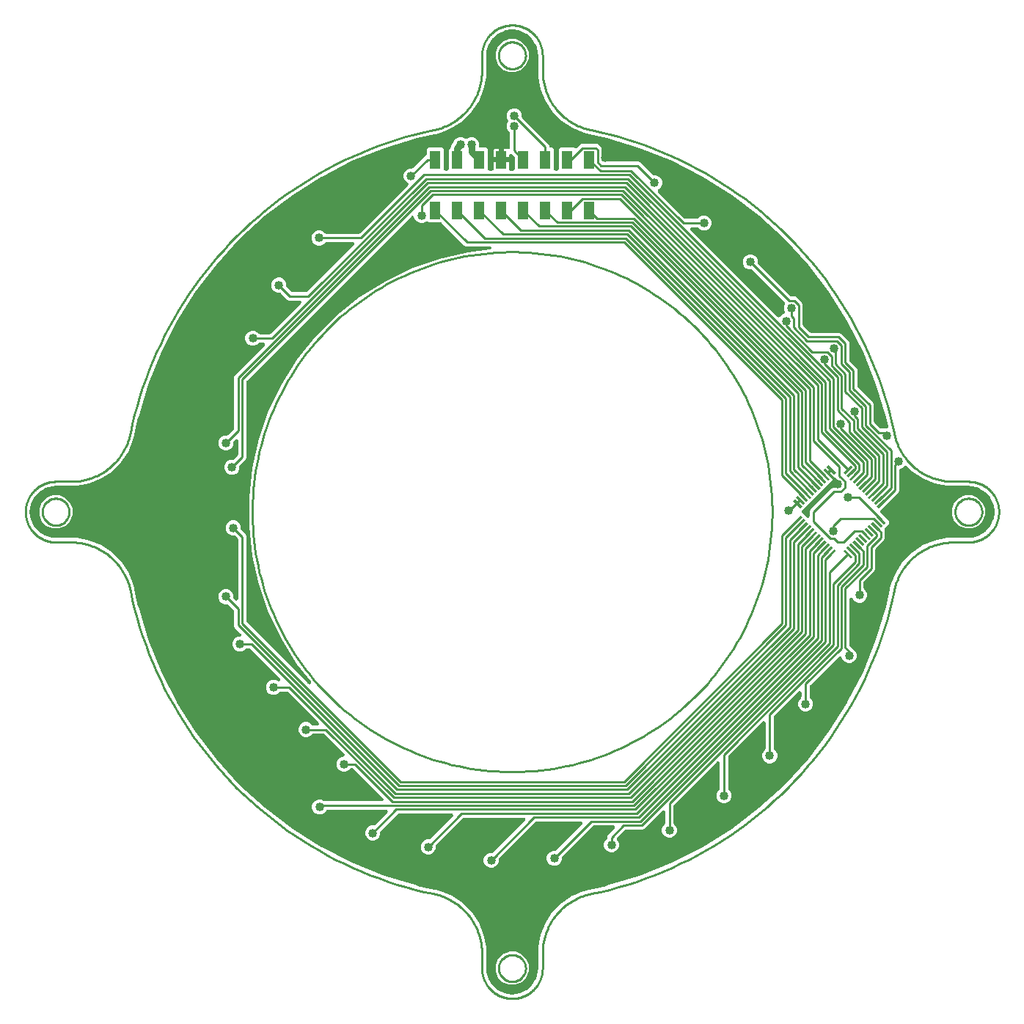
<source format=gtl>
G04 EAGLE Gerber X2 export*
%TF.Part,Single*%
%TF.FileFunction,Other,Top Copper*%
%TF.FilePolarity,Positive*%
%TF.GenerationSoftware,Autodesk,EAGLE,8.7.0*%
%TF.CreationDate,2018-03-10T10:37:46Z*%
G75*
%MOMM*%
%FSLAX34Y34*%
%LPD*%
%AMOC8*
5,1,8,0,0,1.08239X$1,22.5*%
G01*
%ADD10C,0.000000*%
%ADD11C,0.254000*%
%ADD12R,1.270000X2.032000*%
%ADD13R,0.300000X1.200000*%
%ADD14R,1.200000X0.300000*%
%ADD15C,1.016000*%
%ADD16C,0.304800*%
%ADD17C,0.762000*%
%ADD18C,0.254000*%

G36*
X561771Y4833D02*
X561771Y4833D01*
X561836Y4830D01*
X561907Y4841D01*
X562012Y4847D01*
X569941Y5987D01*
X570061Y6017D01*
X570183Y6038D01*
X570269Y6068D01*
X570331Y6084D01*
X570397Y6115D01*
X570495Y6150D01*
X577782Y9478D01*
X577889Y9540D01*
X578000Y9594D01*
X578073Y9648D01*
X578129Y9680D01*
X578183Y9728D01*
X578268Y9790D01*
X584322Y15036D01*
X584407Y15126D01*
X584499Y15209D01*
X584554Y15281D01*
X584598Y15328D01*
X584636Y15389D01*
X584700Y15473D01*
X589031Y22211D01*
X589087Y22322D01*
X589152Y22427D01*
X589184Y22512D01*
X589214Y22570D01*
X589233Y22639D01*
X589271Y22737D01*
X591528Y30423D01*
X591537Y30473D01*
X591554Y30522D01*
X591589Y30748D01*
X591602Y30818D01*
X591602Y30833D01*
X591605Y30850D01*
X591891Y34855D01*
X591889Y34916D01*
X591896Y35000D01*
X591896Y59766D01*
X594743Y74152D01*
X600328Y87711D01*
X608438Y99929D01*
X618766Y110339D01*
X630919Y118547D01*
X631364Y118735D01*
X631365Y118735D01*
X636186Y120766D01*
X636187Y120766D01*
X641009Y122797D01*
X644433Y124240D01*
X650278Y125445D01*
X650279Y125445D01*
X651614Y125720D01*
X651634Y125726D01*
X651659Y125730D01*
X670996Y130170D01*
X671050Y130189D01*
X671127Y130205D01*
X709109Y141658D01*
X709176Y141686D01*
X709280Y141718D01*
X746085Y156522D01*
X746150Y156556D01*
X746250Y156597D01*
X781583Y174633D01*
X781645Y174673D01*
X781741Y174723D01*
X815320Y195846D01*
X815378Y195892D01*
X815470Y195950D01*
X847025Y219992D01*
X847078Y220042D01*
X847164Y220108D01*
X876443Y246876D01*
X876492Y246930D01*
X876571Y247004D01*
X903339Y276283D01*
X903383Y276342D01*
X903455Y276422D01*
X927497Y307977D01*
X927536Y308040D01*
X927601Y308127D01*
X948724Y341705D01*
X948757Y341771D01*
X948814Y341864D01*
X966850Y377197D01*
X966877Y377265D01*
X966925Y377362D01*
X981729Y414167D01*
X981749Y414238D01*
X981789Y414338D01*
X993242Y452319D01*
X993253Y452376D01*
X993277Y452451D01*
X997717Y471788D01*
X997720Y471808D01*
X997727Y471833D01*
X998002Y473168D01*
X998002Y473169D01*
X999207Y479014D01*
X1004900Y492528D01*
X1013108Y504680D01*
X1023518Y515008D01*
X1035735Y523118D01*
X1049294Y528703D01*
X1063680Y531550D01*
X1069736Y531550D01*
X1088446Y531550D01*
X1088507Y531556D01*
X1088591Y531555D01*
X1092596Y531841D01*
X1092647Y531850D01*
X1092698Y531851D01*
X1092923Y531898D01*
X1092993Y531910D01*
X1093006Y531915D01*
X1093023Y531918D01*
X1100709Y534175D01*
X1100824Y534222D01*
X1100942Y534259D01*
X1101022Y534302D01*
X1101082Y534326D01*
X1101142Y534366D01*
X1101235Y534415D01*
X1107973Y538746D01*
X1108071Y538823D01*
X1108173Y538892D01*
X1108238Y538956D01*
X1108289Y538996D01*
X1108335Y539051D01*
X1108410Y539124D01*
X1113656Y545178D01*
X1113727Y545279D01*
X1113806Y545375D01*
X1113851Y545454D01*
X1113888Y545507D01*
X1113917Y545573D01*
X1113968Y545664D01*
X1117296Y552951D01*
X1117336Y553068D01*
X1117385Y553182D01*
X1117405Y553270D01*
X1117426Y553332D01*
X1117435Y553403D01*
X1117459Y553505D01*
X1118599Y561434D01*
X1118604Y561558D01*
X1118619Y561681D01*
X1118613Y561771D01*
X1118616Y561836D01*
X1118605Y561907D01*
X1118599Y562012D01*
X1117459Y569941D01*
X1117429Y570061D01*
X1117408Y570183D01*
X1117378Y570269D01*
X1117362Y570331D01*
X1117331Y570397D01*
X1117296Y570495D01*
X1113968Y577782D01*
X1113906Y577889D01*
X1113852Y578000D01*
X1113798Y578073D01*
X1113766Y578129D01*
X1113718Y578183D01*
X1113656Y578268D01*
X1108410Y584322D01*
X1108320Y584407D01*
X1108237Y584499D01*
X1108165Y584554D01*
X1108118Y584598D01*
X1108057Y584636D01*
X1107973Y584700D01*
X1101235Y589031D01*
X1101124Y589087D01*
X1101019Y589152D01*
X1100934Y589184D01*
X1100876Y589214D01*
X1100807Y589233D01*
X1100709Y589271D01*
X1093023Y591528D01*
X1092973Y591537D01*
X1092924Y591554D01*
X1092698Y591589D01*
X1092628Y591602D01*
X1092613Y591602D01*
X1092596Y591605D01*
X1088591Y591891D01*
X1088530Y591889D01*
X1088446Y591896D01*
X1069648Y591896D01*
X1063680Y591896D01*
X1049294Y594743D01*
X1035735Y600328D01*
X1023518Y608439D01*
X1017369Y614539D01*
X1017358Y614548D01*
X1017349Y614558D01*
X1017201Y614675D01*
X1017056Y614793D01*
X1017044Y614799D01*
X1017033Y614808D01*
X1016866Y614893D01*
X1016700Y614980D01*
X1016686Y614984D01*
X1016674Y614990D01*
X1016493Y615041D01*
X1016313Y615093D01*
X1016300Y615095D01*
X1016286Y615098D01*
X1016098Y615112D01*
X1015912Y615128D01*
X1015898Y615127D01*
X1015885Y615128D01*
X1015698Y615104D01*
X1015512Y615083D01*
X1015499Y615079D01*
X1015485Y615077D01*
X1015308Y615018D01*
X1015129Y614960D01*
X1015117Y614953D01*
X1015104Y614949D01*
X1014941Y614855D01*
X1014777Y614764D01*
X1014767Y614755D01*
X1014755Y614748D01*
X1014502Y614533D01*
X1012293Y612325D01*
X1009553Y611190D01*
X1009534Y611179D01*
X1009512Y611172D01*
X1009356Y611084D01*
X1009198Y611000D01*
X1009181Y610985D01*
X1009162Y610974D01*
X1009026Y610858D01*
X1008888Y610743D01*
X1008874Y610726D01*
X1008857Y610711D01*
X1008747Y610570D01*
X1008634Y610431D01*
X1008624Y610411D01*
X1008610Y610393D01*
X1008530Y610232D01*
X1008447Y610074D01*
X1008441Y610053D01*
X1008431Y610033D01*
X1008384Y609859D01*
X1008334Y609688D01*
X1008332Y609665D01*
X1008326Y609644D01*
X1008299Y609313D01*
X1008299Y586155D01*
X1007564Y584381D01*
X997493Y574310D01*
X997476Y574289D01*
X997455Y574271D01*
X997348Y574134D01*
X997238Y573998D01*
X997225Y573975D01*
X997209Y573953D01*
X997131Y573796D01*
X997049Y573642D01*
X997041Y573617D01*
X997029Y573593D01*
X996984Y573423D01*
X996934Y573257D01*
X996932Y573230D01*
X996925Y573204D01*
X996919Y573130D01*
X987079Y563291D01*
X987068Y563277D01*
X987054Y563266D01*
X986941Y563121D01*
X986824Y562980D01*
X986816Y562964D01*
X986805Y562950D01*
X986722Y562786D01*
X986636Y562624D01*
X986631Y562607D01*
X986622Y562591D01*
X986573Y562413D01*
X986521Y562238D01*
X986519Y562220D01*
X986514Y562203D01*
X986501Y562020D01*
X986484Y561837D01*
X986486Y561819D01*
X986485Y561801D01*
X986508Y561619D01*
X986528Y561437D01*
X986533Y561420D01*
X986536Y561402D01*
X986594Y561228D01*
X986649Y561053D01*
X986658Y561037D01*
X986664Y561020D01*
X986756Y560861D01*
X986844Y560700D01*
X986856Y560687D01*
X986865Y560671D01*
X987079Y560418D01*
X996898Y550600D01*
X996898Y547654D01*
X992098Y542854D01*
X992026Y542782D01*
X992012Y542765D01*
X991995Y542750D01*
X991885Y542609D01*
X991771Y542471D01*
X991761Y542451D01*
X991747Y542433D01*
X991666Y542273D01*
X991583Y542115D01*
X991576Y542094D01*
X991566Y542074D01*
X991519Y541901D01*
X991468Y541729D01*
X991466Y541707D01*
X991460Y541685D01*
X991448Y541507D01*
X991431Y541328D01*
X991434Y541306D01*
X991432Y541284D01*
X991456Y541106D01*
X991475Y540928D01*
X991482Y540907D01*
X991485Y540884D01*
X991586Y540569D01*
X991900Y539812D01*
X991900Y530763D01*
X991165Y528989D01*
X981462Y519286D01*
X981445Y519265D01*
X981425Y519248D01*
X981318Y519110D01*
X981207Y518975D01*
X981194Y518951D01*
X981178Y518930D01*
X981100Y518773D01*
X981018Y518619D01*
X981011Y518593D01*
X980999Y518569D01*
X980953Y518400D01*
X980903Y518233D01*
X980901Y518206D01*
X980894Y518180D01*
X980867Y517850D01*
X980867Y495573D01*
X980132Y493799D01*
X968082Y481748D01*
X968065Y481728D01*
X968044Y481710D01*
X967937Y481572D01*
X967827Y481437D01*
X967814Y481413D01*
X967798Y481392D01*
X967720Y481235D01*
X967638Y481081D01*
X967630Y481056D01*
X967618Y481032D01*
X967573Y480862D01*
X967523Y480695D01*
X967521Y480669D01*
X967514Y480643D01*
X967487Y480312D01*
X967487Y473811D01*
X967489Y473784D01*
X967487Y473758D01*
X967509Y473584D01*
X967527Y473410D01*
X967534Y473385D01*
X967538Y473358D01*
X967593Y473192D01*
X967645Y473025D01*
X967658Y473002D01*
X967666Y472976D01*
X967753Y472825D01*
X967837Y472671D01*
X967854Y472651D01*
X967867Y472628D01*
X968082Y472375D01*
X969982Y470474D01*
X971297Y467300D01*
X971297Y463864D01*
X969982Y460690D01*
X967552Y458260D01*
X964378Y456945D01*
X960942Y456945D01*
X957768Y458260D01*
X955338Y460690D01*
X955040Y461410D01*
X955038Y461414D01*
X955036Y461418D01*
X954943Y461591D01*
X954850Y461765D01*
X954847Y461768D01*
X954845Y461772D01*
X954719Y461923D01*
X954593Y462075D01*
X954590Y462078D01*
X954587Y462081D01*
X954436Y462203D01*
X954281Y462329D01*
X954277Y462331D01*
X954273Y462334D01*
X954101Y462423D01*
X953924Y462516D01*
X953920Y462517D01*
X953916Y462519D01*
X953728Y462573D01*
X953538Y462629D01*
X953533Y462629D01*
X953529Y462631D01*
X953331Y462647D01*
X953137Y462664D01*
X953132Y462663D01*
X953128Y462663D01*
X952933Y462641D01*
X952737Y462618D01*
X952732Y462617D01*
X952728Y462617D01*
X952540Y462555D01*
X952353Y462495D01*
X952349Y462493D01*
X952345Y462492D01*
X952172Y462394D01*
X952002Y462299D01*
X951998Y462296D01*
X951994Y462294D01*
X951846Y462166D01*
X951696Y462037D01*
X951693Y462034D01*
X951690Y462031D01*
X951569Y461875D01*
X951448Y461720D01*
X951446Y461716D01*
X951443Y461713D01*
X951355Y461536D01*
X951267Y461360D01*
X951266Y461356D01*
X951264Y461352D01*
X951212Y461161D01*
X951161Y460972D01*
X951160Y460968D01*
X951159Y460963D01*
X951132Y460632D01*
X951132Y408069D01*
X951135Y408043D01*
X951133Y408016D01*
X951155Y407842D01*
X951172Y407669D01*
X951180Y407643D01*
X951183Y407617D01*
X951239Y407451D01*
X951290Y407284D01*
X951303Y407260D01*
X951311Y407235D01*
X951399Y407083D01*
X951482Y406930D01*
X951499Y406909D01*
X951512Y406886D01*
X951727Y406633D01*
X953170Y405190D01*
X954803Y403557D01*
X954827Y403538D01*
X954847Y403514D01*
X954983Y403410D01*
X955114Y403302D01*
X955142Y403288D01*
X955166Y403269D01*
X955462Y403117D01*
X955614Y403054D01*
X958044Y400624D01*
X959359Y397450D01*
X959359Y394014D01*
X958044Y390840D01*
X955614Y388410D01*
X952440Y387095D01*
X949004Y387095D01*
X945830Y388410D01*
X943400Y390840D01*
X942127Y393913D01*
X942121Y393925D01*
X942117Y393938D01*
X942026Y394102D01*
X941937Y394268D01*
X941928Y394278D01*
X941922Y394290D01*
X941801Y394433D01*
X941680Y394578D01*
X941670Y394587D01*
X941661Y394597D01*
X941514Y394714D01*
X941368Y394832D01*
X941356Y394838D01*
X941345Y394847D01*
X941177Y394932D01*
X941011Y395019D01*
X940999Y395023D01*
X940987Y395029D01*
X940805Y395080D01*
X940625Y395132D01*
X940612Y395133D01*
X940599Y395137D01*
X940410Y395151D01*
X940224Y395167D01*
X940211Y395165D01*
X940197Y395166D01*
X940009Y395143D01*
X939824Y395122D01*
X939811Y395118D01*
X939798Y395116D01*
X939619Y395056D01*
X939440Y394999D01*
X939429Y394992D01*
X939416Y394988D01*
X939253Y394894D01*
X939089Y394802D01*
X939079Y394794D01*
X939067Y394787D01*
X938814Y394572D01*
X905852Y361610D01*
X905835Y361589D01*
X905814Y361572D01*
X905707Y361434D01*
X905597Y361298D01*
X905584Y361275D01*
X905568Y361253D01*
X905490Y361096D01*
X905408Y360942D01*
X905400Y360917D01*
X905388Y360893D01*
X905343Y360723D01*
X905293Y360557D01*
X905291Y360530D01*
X905284Y360504D01*
X905257Y360173D01*
X905257Y348335D01*
X905259Y348308D01*
X905257Y348282D01*
X905279Y348108D01*
X905297Y347934D01*
X905304Y347909D01*
X905308Y347882D01*
X905363Y347716D01*
X905415Y347549D01*
X905428Y347526D01*
X905436Y347500D01*
X905523Y347349D01*
X905607Y347195D01*
X905624Y347175D01*
X905637Y347152D01*
X905852Y346899D01*
X907752Y344998D01*
X909067Y341824D01*
X909067Y338388D01*
X907752Y335214D01*
X905322Y332784D01*
X902148Y331469D01*
X898712Y331469D01*
X895538Y332784D01*
X893108Y335214D01*
X891793Y338388D01*
X891793Y341824D01*
X893108Y344998D01*
X895008Y346899D01*
X895025Y346919D01*
X895046Y346937D01*
X895153Y347075D01*
X895263Y347210D01*
X895276Y347234D01*
X895292Y347255D01*
X895370Y347412D01*
X895452Y347566D01*
X895460Y347591D01*
X895472Y347615D01*
X895517Y347785D01*
X895567Y347952D01*
X895569Y347978D01*
X895576Y348004D01*
X895603Y348335D01*
X895603Y352923D01*
X895602Y352932D01*
X895603Y352941D01*
X895582Y353134D01*
X895563Y353324D01*
X895561Y353332D01*
X895560Y353341D01*
X895501Y353526D01*
X895445Y353709D01*
X895441Y353717D01*
X895438Y353725D01*
X895345Y353893D01*
X895253Y354063D01*
X895248Y354070D01*
X895243Y354077D01*
X895119Y354225D01*
X894996Y354372D01*
X894989Y354378D01*
X894983Y354384D01*
X894831Y354504D01*
X894682Y354624D01*
X894674Y354629D01*
X894667Y354634D01*
X894494Y354722D01*
X894325Y354810D01*
X894316Y354812D01*
X894308Y354816D01*
X894122Y354868D01*
X893938Y354921D01*
X893929Y354922D01*
X893920Y354924D01*
X893727Y354939D01*
X893536Y354954D01*
X893528Y354953D01*
X893519Y354954D01*
X893326Y354930D01*
X893137Y354907D01*
X893128Y354905D01*
X893119Y354903D01*
X892937Y354842D01*
X892754Y354782D01*
X892746Y354778D01*
X892738Y354775D01*
X892571Y354679D01*
X892403Y354585D01*
X892396Y354579D01*
X892389Y354574D01*
X892136Y354360D01*
X864450Y326674D01*
X864433Y326653D01*
X864412Y326635D01*
X864305Y326497D01*
X864195Y326362D01*
X864182Y326338D01*
X864166Y326317D01*
X864088Y326160D01*
X864006Y326006D01*
X863998Y325981D01*
X863986Y325957D01*
X863941Y325787D01*
X863891Y325620D01*
X863889Y325594D01*
X863882Y325568D01*
X863855Y325237D01*
X863855Y288391D01*
X863857Y288364D01*
X863855Y288338D01*
X863877Y288164D01*
X863895Y287990D01*
X863902Y287965D01*
X863906Y287938D01*
X863961Y287772D01*
X864013Y287605D01*
X864026Y287582D01*
X864034Y287556D01*
X864121Y287405D01*
X864205Y287251D01*
X864222Y287231D01*
X864235Y287208D01*
X864450Y286955D01*
X866350Y285054D01*
X867665Y281880D01*
X867665Y278444D01*
X866350Y275270D01*
X863920Y272840D01*
X860746Y271525D01*
X857310Y271525D01*
X854136Y272840D01*
X851706Y275270D01*
X850391Y278444D01*
X850391Y281880D01*
X851706Y285054D01*
X853606Y286955D01*
X853623Y286975D01*
X853644Y286993D01*
X853750Y287131D01*
X853861Y287266D01*
X853874Y287290D01*
X853890Y287311D01*
X853968Y287468D01*
X854050Y287622D01*
X854058Y287647D01*
X854070Y287671D01*
X854115Y287841D01*
X854165Y288008D01*
X854167Y288034D01*
X854174Y288060D01*
X854201Y288391D01*
X854201Y317987D01*
X854200Y317996D01*
X854201Y318005D01*
X854180Y318197D01*
X854161Y318388D01*
X854159Y318396D01*
X854158Y318405D01*
X854099Y318590D01*
X854043Y318773D01*
X854039Y318780D01*
X854036Y318789D01*
X853943Y318957D01*
X853851Y319127D01*
X853846Y319134D01*
X853841Y319141D01*
X853717Y319288D01*
X853594Y319436D01*
X853587Y319441D01*
X853581Y319448D01*
X853429Y319568D01*
X853280Y319688D01*
X853272Y319692D01*
X853265Y319698D01*
X853092Y319786D01*
X852923Y319874D01*
X852914Y319876D01*
X852906Y319880D01*
X852720Y319932D01*
X852536Y319985D01*
X852527Y319986D01*
X852518Y319988D01*
X852325Y320002D01*
X852134Y320018D01*
X852126Y320017D01*
X852117Y320018D01*
X851924Y319993D01*
X851735Y319971D01*
X851726Y319968D01*
X851717Y319967D01*
X851535Y319906D01*
X851352Y319846D01*
X851344Y319842D01*
X851336Y319839D01*
X851169Y319743D01*
X851001Y319648D01*
X850994Y319643D01*
X850987Y319638D01*
X850734Y319423D01*
X811618Y280307D01*
X811601Y280287D01*
X811580Y280269D01*
X811473Y280131D01*
X811363Y279996D01*
X811350Y279972D01*
X811334Y279951D01*
X811256Y279794D01*
X811174Y279640D01*
X811166Y279615D01*
X811154Y279591D01*
X811109Y279421D01*
X811059Y279254D01*
X811057Y279228D01*
X811050Y279202D01*
X811023Y278871D01*
X811023Y242417D01*
X811025Y242390D01*
X811023Y242364D01*
X811045Y242190D01*
X811063Y242016D01*
X811070Y241991D01*
X811074Y241964D01*
X811129Y241798D01*
X811181Y241631D01*
X811194Y241608D01*
X811202Y241582D01*
X811289Y241431D01*
X811373Y241277D01*
X811390Y241257D01*
X811403Y241234D01*
X811618Y240981D01*
X813518Y239080D01*
X814833Y235906D01*
X814833Y232470D01*
X813518Y229296D01*
X811088Y226866D01*
X807914Y225551D01*
X804478Y225551D01*
X801304Y226866D01*
X798874Y229296D01*
X797559Y232470D01*
X797559Y235906D01*
X798874Y239080D01*
X800774Y240981D01*
X800791Y241001D01*
X800812Y241019D01*
X800919Y241157D01*
X801029Y241292D01*
X801042Y241316D01*
X801058Y241337D01*
X801136Y241494D01*
X801218Y241648D01*
X801226Y241673D01*
X801238Y241697D01*
X801283Y241867D01*
X801333Y242034D01*
X801335Y242060D01*
X801342Y242086D01*
X801369Y242417D01*
X801369Y271621D01*
X801368Y271630D01*
X801369Y271639D01*
X801348Y271832D01*
X801329Y272022D01*
X801327Y272030D01*
X801326Y272039D01*
X801268Y272223D01*
X801211Y272406D01*
X801207Y272414D01*
X801204Y272423D01*
X801111Y272591D01*
X801019Y272760D01*
X801014Y272767D01*
X801009Y272775D01*
X800885Y272922D01*
X800762Y273070D01*
X800755Y273075D01*
X800749Y273082D01*
X800597Y273202D01*
X800448Y273322D01*
X800440Y273326D01*
X800433Y273332D01*
X800260Y273419D01*
X800091Y273508D01*
X800082Y273510D01*
X800074Y273514D01*
X799888Y273566D01*
X799704Y273619D01*
X799695Y273620D01*
X799686Y273622D01*
X799493Y273636D01*
X799302Y273652D01*
X799294Y273651D01*
X799285Y273651D01*
X799092Y273627D01*
X798903Y273605D01*
X798894Y273602D01*
X798885Y273601D01*
X798703Y273540D01*
X798520Y273480D01*
X798512Y273476D01*
X798504Y273473D01*
X798337Y273377D01*
X798169Y273282D01*
X798162Y273276D01*
X798155Y273272D01*
X797902Y273057D01*
X748626Y223781D01*
X748609Y223760D01*
X748588Y223743D01*
X748481Y223605D01*
X748371Y223470D01*
X748358Y223446D01*
X748342Y223425D01*
X748263Y223267D01*
X748182Y223114D01*
X748174Y223088D01*
X748162Y223064D01*
X748117Y222895D01*
X748067Y222728D01*
X748065Y222701D01*
X748058Y222676D01*
X748031Y222345D01*
X748031Y202539D01*
X748033Y202512D01*
X748031Y202486D01*
X748053Y202312D01*
X748071Y202138D01*
X748078Y202113D01*
X748082Y202086D01*
X748137Y201920D01*
X748189Y201753D01*
X748202Y201730D01*
X748210Y201704D01*
X748297Y201553D01*
X748381Y201399D01*
X748398Y201379D01*
X748411Y201356D01*
X748626Y201103D01*
X750526Y199202D01*
X751841Y196028D01*
X751841Y192592D01*
X750526Y189418D01*
X748096Y186988D01*
X744922Y185673D01*
X741486Y185673D01*
X738312Y186988D01*
X735882Y189418D01*
X734567Y192592D01*
X734567Y196028D01*
X735882Y199202D01*
X737782Y201103D01*
X737799Y201123D01*
X737820Y201141D01*
X737927Y201279D01*
X738037Y201414D01*
X738050Y201438D01*
X738066Y201459D01*
X738144Y201616D01*
X738226Y201770D01*
X738234Y201795D01*
X738246Y201819D01*
X738291Y201989D01*
X738341Y202156D01*
X738343Y202182D01*
X738350Y202208D01*
X738377Y202539D01*
X738377Y215095D01*
X738376Y215104D01*
X738377Y215112D01*
X738356Y215306D01*
X738337Y215495D01*
X738335Y215504D01*
X738334Y215513D01*
X738275Y215698D01*
X738219Y215880D01*
X738215Y215888D01*
X738212Y215897D01*
X738119Y216066D01*
X738027Y216234D01*
X738022Y216241D01*
X738017Y216249D01*
X737893Y216396D01*
X737770Y216544D01*
X737763Y216549D01*
X737757Y216556D01*
X737605Y216676D01*
X737456Y216796D01*
X737448Y216800D01*
X737441Y216806D01*
X737268Y216893D01*
X737099Y216981D01*
X737090Y216984D01*
X737082Y216988D01*
X736896Y217040D01*
X736712Y217093D01*
X736703Y217093D01*
X736694Y217096D01*
X736501Y217110D01*
X736310Y217126D01*
X736302Y217125D01*
X736293Y217125D01*
X736100Y217101D01*
X735911Y217079D01*
X735902Y217076D01*
X735893Y217075D01*
X735710Y217013D01*
X735528Y216954D01*
X735520Y216949D01*
X735512Y216947D01*
X735345Y216851D01*
X735177Y216756D01*
X735170Y216750D01*
X735163Y216746D01*
X734910Y216531D01*
X714288Y195909D01*
X712514Y195174D01*
X693213Y195174D01*
X693186Y195172D01*
X693159Y195174D01*
X692985Y195152D01*
X692812Y195134D01*
X692787Y195127D01*
X692760Y195123D01*
X692594Y195068D01*
X692427Y195016D01*
X692404Y195003D01*
X692378Y194995D01*
X692227Y194908D01*
X692073Y194824D01*
X692053Y194807D01*
X692029Y194794D01*
X691776Y194579D01*
X682989Y185792D01*
X682978Y185778D01*
X682964Y185767D01*
X682850Y185622D01*
X682734Y185480D01*
X682725Y185465D01*
X682714Y185451D01*
X682631Y185287D01*
X682545Y185125D01*
X682540Y185108D01*
X682532Y185092D01*
X682483Y184915D01*
X682430Y184739D01*
X682429Y184721D01*
X682424Y184704D01*
X682411Y184520D01*
X682394Y184338D01*
X682396Y184320D01*
X682395Y184302D01*
X682418Y184121D01*
X682437Y183938D01*
X682443Y183920D01*
X682445Y183903D01*
X682503Y183730D01*
X682559Y183554D01*
X682568Y183538D01*
X682573Y183521D01*
X682665Y183361D01*
X682754Y183201D01*
X682765Y183188D01*
X682774Y183172D01*
X682989Y182919D01*
X683724Y182184D01*
X685039Y179010D01*
X685039Y175574D01*
X683724Y172400D01*
X681294Y169970D01*
X678120Y168655D01*
X674684Y168655D01*
X671510Y169970D01*
X669080Y172400D01*
X667765Y175574D01*
X667765Y179010D01*
X669080Y182184D01*
X670980Y184085D01*
X670997Y184105D01*
X671018Y184123D01*
X671125Y184261D01*
X671235Y184396D01*
X671248Y184420D01*
X671264Y184441D01*
X671342Y184598D01*
X671424Y184752D01*
X671432Y184777D01*
X671444Y184801D01*
X671489Y184971D01*
X671539Y185138D01*
X671541Y185164D01*
X671548Y185190D01*
X671575Y185521D01*
X671575Y186991D01*
X672310Y188765D01*
X679824Y196279D01*
X679829Y196286D01*
X679836Y196291D01*
X679957Y196441D01*
X680079Y196590D01*
X680083Y196598D01*
X680089Y196605D01*
X680177Y196775D01*
X680267Y196946D01*
X680270Y196955D01*
X680274Y196962D01*
X680327Y197147D01*
X680382Y197332D01*
X680383Y197341D01*
X680385Y197349D01*
X680401Y197541D01*
X680419Y197733D01*
X680418Y197742D01*
X680418Y197751D01*
X680396Y197940D01*
X680375Y198133D01*
X680372Y198142D01*
X680371Y198150D01*
X680312Y198332D01*
X680254Y198517D01*
X680249Y198525D01*
X680247Y198533D01*
X680152Y198702D01*
X680059Y198869D01*
X680053Y198876D01*
X680049Y198884D01*
X679923Y199030D01*
X679798Y199176D01*
X679791Y199182D01*
X679786Y199189D01*
X679634Y199306D01*
X679482Y199426D01*
X679474Y199430D01*
X679467Y199435D01*
X679295Y199521D01*
X679123Y199608D01*
X679115Y199611D01*
X679107Y199615D01*
X678920Y199665D01*
X678736Y199716D01*
X678727Y199717D01*
X678718Y199719D01*
X678387Y199746D01*
X655978Y199746D01*
X655951Y199744D01*
X655924Y199746D01*
X655750Y199724D01*
X655577Y199706D01*
X655552Y199699D01*
X655525Y199695D01*
X655359Y199640D01*
X655192Y199588D01*
X655169Y199575D01*
X655143Y199567D01*
X654992Y199480D01*
X654838Y199396D01*
X654818Y199379D01*
X654794Y199366D01*
X654541Y199151D01*
X619594Y164204D01*
X619577Y164183D01*
X619556Y164165D01*
X619449Y164028D01*
X619339Y163892D01*
X619326Y163868D01*
X619310Y163847D01*
X619232Y163690D01*
X619150Y163536D01*
X619142Y163511D01*
X619130Y163487D01*
X619085Y163317D01*
X619035Y163151D01*
X619033Y163124D01*
X619026Y163098D01*
X618999Y162767D01*
X618999Y160080D01*
X617684Y156906D01*
X615254Y154476D01*
X612080Y153161D01*
X608644Y153161D01*
X605470Y154476D01*
X603040Y156906D01*
X601725Y160080D01*
X601725Y163516D01*
X603040Y166690D01*
X605470Y169120D01*
X608644Y170435D01*
X611331Y170435D01*
X611358Y170437D01*
X611385Y170435D01*
X611559Y170457D01*
X611732Y170475D01*
X611757Y170482D01*
X611784Y170486D01*
X611950Y170541D01*
X612117Y170593D01*
X612140Y170606D01*
X612166Y170614D01*
X612317Y170701D01*
X612471Y170785D01*
X612491Y170802D01*
X612515Y170815D01*
X612768Y171030D01*
X642589Y200851D01*
X642594Y200858D01*
X642601Y200863D01*
X642722Y201013D01*
X642844Y201162D01*
X642848Y201170D01*
X642854Y201177D01*
X642942Y201348D01*
X643032Y201518D01*
X643035Y201526D01*
X643039Y201534D01*
X643092Y201720D01*
X643147Y201904D01*
X643148Y201913D01*
X643150Y201921D01*
X643166Y202111D01*
X643184Y202305D01*
X643183Y202314D01*
X643183Y202323D01*
X643161Y202512D01*
X643140Y202705D01*
X643137Y202714D01*
X643136Y202722D01*
X643077Y202904D01*
X643019Y203089D01*
X643014Y203097D01*
X643012Y203105D01*
X642917Y203274D01*
X642824Y203441D01*
X642818Y203448D01*
X642814Y203456D01*
X642688Y203602D01*
X642563Y203748D01*
X642556Y203754D01*
X642551Y203761D01*
X642399Y203878D01*
X642247Y203998D01*
X642239Y204002D01*
X642232Y204007D01*
X642060Y204093D01*
X641888Y204180D01*
X641880Y204183D01*
X641872Y204187D01*
X641685Y204237D01*
X641501Y204288D01*
X641492Y204289D01*
X641483Y204291D01*
X641152Y204318D01*
X589938Y204318D01*
X589911Y204316D01*
X589884Y204318D01*
X589710Y204296D01*
X589537Y204278D01*
X589512Y204271D01*
X589485Y204267D01*
X589319Y204212D01*
X589152Y204160D01*
X589129Y204147D01*
X589103Y204139D01*
X588952Y204052D01*
X588798Y203968D01*
X588778Y203951D01*
X588754Y203938D01*
X588501Y203723D01*
X546696Y161918D01*
X546679Y161897D01*
X546658Y161879D01*
X546551Y161742D01*
X546441Y161606D01*
X546428Y161582D01*
X546412Y161561D01*
X546334Y161404D01*
X546252Y161250D01*
X546244Y161225D01*
X546232Y161201D01*
X546187Y161031D01*
X546137Y160865D01*
X546135Y160838D01*
X546128Y160812D01*
X546101Y160481D01*
X546101Y157794D01*
X544786Y154620D01*
X542356Y152190D01*
X539182Y150875D01*
X535746Y150875D01*
X532572Y152190D01*
X530142Y154620D01*
X528827Y157794D01*
X528827Y161230D01*
X530142Y164404D01*
X532572Y166834D01*
X535746Y168149D01*
X538433Y168149D01*
X538460Y168151D01*
X538487Y168149D01*
X538661Y168171D01*
X538834Y168189D01*
X538859Y168196D01*
X538886Y168200D01*
X539052Y168255D01*
X539219Y168307D01*
X539242Y168320D01*
X539268Y168328D01*
X539419Y168415D01*
X539573Y168499D01*
X539593Y168516D01*
X539617Y168529D01*
X539870Y168744D01*
X576549Y205423D01*
X576554Y205430D01*
X576561Y205435D01*
X576682Y205585D01*
X576804Y205734D01*
X576808Y205742D01*
X576814Y205749D01*
X576902Y205920D01*
X576992Y206090D01*
X576995Y206098D01*
X576999Y206106D01*
X577052Y206292D01*
X577107Y206476D01*
X577108Y206485D01*
X577110Y206493D01*
X577126Y206685D01*
X577144Y206877D01*
X577143Y206886D01*
X577143Y206895D01*
X577121Y207084D01*
X577100Y207277D01*
X577097Y207286D01*
X577096Y207294D01*
X577037Y207476D01*
X576979Y207661D01*
X576974Y207669D01*
X576972Y207677D01*
X576877Y207846D01*
X576784Y208013D01*
X576778Y208020D01*
X576774Y208028D01*
X576648Y208174D01*
X576523Y208320D01*
X576516Y208326D01*
X576511Y208333D01*
X576359Y208450D01*
X576207Y208570D01*
X576199Y208574D01*
X576192Y208579D01*
X576020Y208665D01*
X575848Y208752D01*
X575840Y208755D01*
X575832Y208759D01*
X575645Y208809D01*
X575461Y208860D01*
X575452Y208861D01*
X575443Y208863D01*
X575112Y208890D01*
X506372Y208890D01*
X506345Y208888D01*
X506318Y208890D01*
X506144Y208868D01*
X505971Y208850D01*
X505946Y208843D01*
X505919Y208839D01*
X505753Y208784D01*
X505586Y208732D01*
X505563Y208719D01*
X505537Y208711D01*
X505386Y208624D01*
X505232Y208540D01*
X505212Y208523D01*
X505188Y208510D01*
X504935Y208295D01*
X474052Y177412D01*
X474035Y177391D01*
X474014Y177373D01*
X473907Y177236D01*
X473797Y177100D01*
X473784Y177076D01*
X473768Y177055D01*
X473690Y176898D01*
X473608Y176744D01*
X473600Y176719D01*
X473588Y176695D01*
X473543Y176525D01*
X473493Y176359D01*
X473491Y176332D01*
X473484Y176306D01*
X473457Y175975D01*
X473457Y173288D01*
X472142Y170114D01*
X469712Y167684D01*
X466538Y166369D01*
X463102Y166369D01*
X459928Y167684D01*
X457498Y170114D01*
X456183Y173288D01*
X456183Y176724D01*
X457498Y179898D01*
X459928Y182328D01*
X463102Y183643D01*
X465789Y183643D01*
X465816Y183645D01*
X465843Y183643D01*
X466017Y183665D01*
X466190Y183683D01*
X466215Y183690D01*
X466242Y183694D01*
X466408Y183749D01*
X466575Y183801D01*
X466598Y183814D01*
X466624Y183822D01*
X466775Y183909D01*
X466929Y183993D01*
X466949Y184010D01*
X466973Y184023D01*
X467226Y184238D01*
X492983Y209995D01*
X492988Y210002D01*
X492995Y210007D01*
X493116Y210157D01*
X493238Y210306D01*
X493242Y210314D01*
X493248Y210321D01*
X493336Y210492D01*
X493426Y210662D01*
X493429Y210670D01*
X493433Y210678D01*
X493486Y210864D01*
X493541Y211048D01*
X493542Y211057D01*
X493544Y211065D01*
X493560Y211257D01*
X493578Y211449D01*
X493577Y211458D01*
X493577Y211467D01*
X493555Y211656D01*
X493534Y211849D01*
X493531Y211858D01*
X493530Y211866D01*
X493471Y212048D01*
X493413Y212233D01*
X493408Y212241D01*
X493406Y212249D01*
X493311Y212418D01*
X493218Y212585D01*
X493212Y212592D01*
X493208Y212600D01*
X493082Y212746D01*
X492957Y212892D01*
X492950Y212898D01*
X492945Y212905D01*
X492793Y213022D01*
X492641Y213142D01*
X492633Y213146D01*
X492626Y213151D01*
X492454Y213237D01*
X492282Y213324D01*
X492274Y213327D01*
X492266Y213331D01*
X492079Y213381D01*
X491895Y213432D01*
X491886Y213433D01*
X491877Y213435D01*
X491546Y213462D01*
X430934Y213462D01*
X430907Y213460D01*
X430880Y213462D01*
X430706Y213440D01*
X430533Y213422D01*
X430508Y213415D01*
X430481Y213411D01*
X430315Y213356D01*
X430148Y213304D01*
X430125Y213291D01*
X430099Y213283D01*
X429948Y213196D01*
X429794Y213112D01*
X429774Y213095D01*
X429750Y213082D01*
X429497Y212867D01*
X410044Y193414D01*
X410027Y193393D01*
X410006Y193375D01*
X409899Y193238D01*
X409789Y193102D01*
X409776Y193078D01*
X409760Y193057D01*
X409682Y192900D01*
X409600Y192746D01*
X409592Y192721D01*
X409580Y192697D01*
X409535Y192527D01*
X409485Y192361D01*
X409483Y192334D01*
X409476Y192308D01*
X409449Y191977D01*
X409449Y189290D01*
X408134Y186116D01*
X405704Y183686D01*
X402530Y182371D01*
X399094Y182371D01*
X395920Y183686D01*
X393490Y186116D01*
X392175Y189290D01*
X392175Y192726D01*
X393490Y195900D01*
X395920Y198330D01*
X399094Y199645D01*
X401781Y199645D01*
X401808Y199647D01*
X401835Y199645D01*
X402009Y199667D01*
X402182Y199685D01*
X402207Y199692D01*
X402234Y199696D01*
X402400Y199751D01*
X402567Y199803D01*
X402590Y199816D01*
X402616Y199824D01*
X402767Y199911D01*
X402921Y199995D01*
X402941Y200012D01*
X402965Y200025D01*
X403218Y200240D01*
X417545Y214567D01*
X417550Y214574D01*
X417557Y214579D01*
X417678Y214729D01*
X417800Y214878D01*
X417804Y214886D01*
X417810Y214893D01*
X417898Y215063D01*
X417988Y215234D01*
X417991Y215243D01*
X417995Y215250D01*
X418048Y215435D01*
X418103Y215620D01*
X418104Y215629D01*
X418106Y215637D01*
X418122Y215829D01*
X418140Y216021D01*
X418139Y216030D01*
X418139Y216039D01*
X418117Y216228D01*
X418096Y216421D01*
X418093Y216430D01*
X418092Y216438D01*
X418033Y216620D01*
X417975Y216805D01*
X417970Y216813D01*
X417968Y216821D01*
X417873Y216988D01*
X417780Y217157D01*
X417774Y217164D01*
X417770Y217172D01*
X417644Y217318D01*
X417519Y217464D01*
X417512Y217470D01*
X417507Y217477D01*
X417355Y217594D01*
X417203Y217714D01*
X417195Y217718D01*
X417188Y217723D01*
X417016Y217809D01*
X416844Y217896D01*
X416836Y217899D01*
X416828Y217903D01*
X416641Y217953D01*
X416457Y218004D01*
X416448Y218005D01*
X416439Y218007D01*
X416108Y218034D01*
X348829Y218034D01*
X348807Y218032D01*
X348785Y218034D01*
X348607Y218012D01*
X348429Y217994D01*
X348408Y217988D01*
X348385Y217985D01*
X348215Y217929D01*
X348044Y217876D01*
X348024Y217866D01*
X348003Y217859D01*
X347847Y217770D01*
X347690Y217684D01*
X347673Y217670D01*
X347653Y217659D01*
X347518Y217541D01*
X347381Y217427D01*
X347367Y217409D01*
X347350Y217395D01*
X347240Y217252D01*
X347128Y217113D01*
X347118Y217093D01*
X347104Y217076D01*
X346953Y216780D01*
X346666Y216088D01*
X344236Y213658D01*
X341062Y212343D01*
X337626Y212343D01*
X334452Y213658D01*
X332022Y216088D01*
X330707Y219262D01*
X330707Y222698D01*
X332022Y225872D01*
X334452Y228302D01*
X337626Y229617D01*
X341062Y229617D01*
X344236Y228302D01*
X344256Y228283D01*
X344276Y228266D01*
X344294Y228245D01*
X344432Y228138D01*
X344567Y228028D01*
X344591Y228015D01*
X344612Y227999D01*
X344769Y227921D01*
X344923Y227839D01*
X344948Y227831D01*
X344972Y227819D01*
X345142Y227774D01*
X345309Y227724D01*
X345335Y227722D01*
X345361Y227715D01*
X345692Y227688D01*
X411271Y227688D01*
X411280Y227689D01*
X411289Y227688D01*
X411482Y227709D01*
X411671Y227728D01*
X411680Y227730D01*
X411689Y227731D01*
X411873Y227790D01*
X412056Y227846D01*
X412064Y227850D01*
X412073Y227853D01*
X412241Y227946D01*
X412410Y228038D01*
X412417Y228043D01*
X412425Y228048D01*
X412572Y228172D01*
X412720Y228295D01*
X412725Y228302D01*
X412732Y228308D01*
X412852Y228459D01*
X412972Y228609D01*
X412976Y228617D01*
X412982Y228624D01*
X413069Y228797D01*
X413157Y228966D01*
X413160Y228975D01*
X413164Y228983D01*
X413216Y229169D01*
X413269Y229353D01*
X413270Y229362D01*
X413272Y229371D01*
X413286Y229564D01*
X413302Y229755D01*
X413301Y229763D01*
X413301Y229772D01*
X413277Y229965D01*
X413255Y230154D01*
X413252Y230163D01*
X413251Y230172D01*
X413190Y230354D01*
X413130Y230537D01*
X413126Y230545D01*
X413123Y230553D01*
X413027Y230720D01*
X412932Y230888D01*
X412926Y230895D01*
X412922Y230902D01*
X412707Y231155D01*
X378774Y265088D01*
X378753Y265105D01*
X378736Y265126D01*
X378598Y265233D01*
X378463Y265343D01*
X378439Y265356D01*
X378418Y265372D01*
X378261Y265450D01*
X378107Y265532D01*
X378081Y265540D01*
X378057Y265552D01*
X377888Y265597D01*
X377721Y265647D01*
X377694Y265649D01*
X377668Y265656D01*
X377338Y265683D01*
X375767Y265683D01*
X375740Y265681D01*
X375714Y265683D01*
X375540Y265661D01*
X375366Y265643D01*
X375341Y265636D01*
X375314Y265632D01*
X375148Y265577D01*
X374981Y265525D01*
X374958Y265512D01*
X374932Y265504D01*
X374781Y265417D01*
X374627Y265333D01*
X374607Y265316D01*
X374584Y265303D01*
X374331Y265088D01*
X372430Y263188D01*
X371101Y262637D01*
X369256Y261873D01*
X365820Y261873D01*
X362646Y263188D01*
X360216Y265618D01*
X358901Y268792D01*
X358901Y272228D01*
X360216Y275402D01*
X362646Y277832D01*
X365820Y279147D01*
X366278Y279147D01*
X366286Y279148D01*
X366295Y279147D01*
X366489Y279168D01*
X366678Y279187D01*
X366687Y279189D01*
X366696Y279190D01*
X366880Y279249D01*
X367063Y279305D01*
X367071Y279309D01*
X367080Y279312D01*
X367248Y279405D01*
X367417Y279497D01*
X367424Y279502D01*
X367432Y279507D01*
X367579Y279631D01*
X367726Y279754D01*
X367732Y279761D01*
X367739Y279767D01*
X367859Y279919D01*
X367979Y280068D01*
X367983Y280076D01*
X367988Y280083D01*
X368076Y280256D01*
X368164Y280425D01*
X368167Y280434D01*
X368171Y280442D01*
X368223Y280628D01*
X368276Y280812D01*
X368276Y280821D01*
X368279Y280830D01*
X368293Y281023D01*
X368309Y281214D01*
X368308Y281222D01*
X368308Y281231D01*
X368284Y281424D01*
X368262Y281613D01*
X368259Y281622D01*
X368258Y281631D01*
X368197Y281813D01*
X368137Y281996D01*
X368132Y282004D01*
X368130Y282012D01*
X368033Y282179D01*
X367939Y282347D01*
X367933Y282354D01*
X367929Y282361D01*
X367714Y282614D01*
X345362Y304966D01*
X345341Y304983D01*
X345324Y305004D01*
X345186Y305111D01*
X345050Y305221D01*
X345027Y305234D01*
X345006Y305250D01*
X344849Y305328D01*
X344695Y305410D01*
X344669Y305418D01*
X344645Y305430D01*
X344476Y305475D01*
X344309Y305525D01*
X344282Y305527D01*
X344256Y305534D01*
X343926Y305561D01*
X332079Y305561D01*
X332052Y305559D01*
X332026Y305561D01*
X331852Y305539D01*
X331678Y305521D01*
X331653Y305514D01*
X331626Y305510D01*
X331460Y305455D01*
X331293Y305403D01*
X331270Y305390D01*
X331244Y305382D01*
X331093Y305295D01*
X330939Y305211D01*
X330919Y305194D01*
X330896Y305181D01*
X330643Y304966D01*
X328742Y303066D01*
X325568Y301751D01*
X322132Y301751D01*
X318958Y303066D01*
X316528Y305496D01*
X315213Y308670D01*
X315213Y312106D01*
X316528Y315280D01*
X318958Y317710D01*
X322132Y319025D01*
X325568Y319025D01*
X328742Y317710D01*
X330643Y315810D01*
X330663Y315793D01*
X330681Y315772D01*
X330819Y315665D01*
X330954Y315555D01*
X330978Y315542D01*
X330999Y315526D01*
X331156Y315448D01*
X331310Y315366D01*
X331335Y315358D01*
X331359Y315346D01*
X331529Y315301D01*
X331696Y315251D01*
X331722Y315249D01*
X331748Y315242D01*
X332079Y315215D01*
X336675Y315215D01*
X336684Y315216D01*
X336693Y315215D01*
X336887Y315236D01*
X337076Y315255D01*
X337085Y315257D01*
X337093Y315258D01*
X337278Y315317D01*
X337461Y315373D01*
X337469Y315377D01*
X337477Y315380D01*
X337646Y315473D01*
X337815Y315565D01*
X337822Y315570D01*
X337830Y315575D01*
X337977Y315699D01*
X338124Y315822D01*
X338130Y315829D01*
X338137Y315835D01*
X338256Y315987D01*
X338377Y316136D01*
X338381Y316144D01*
X338386Y316151D01*
X338474Y316324D01*
X338562Y316493D01*
X338565Y316502D01*
X338569Y316510D01*
X338621Y316696D01*
X338674Y316880D01*
X338674Y316889D01*
X338677Y316898D01*
X338691Y317091D01*
X338706Y317282D01*
X338705Y317290D01*
X338706Y317299D01*
X338682Y317492D01*
X338659Y317681D01*
X338657Y317690D01*
X338656Y317699D01*
X338594Y317881D01*
X338535Y318064D01*
X338530Y318072D01*
X338527Y318080D01*
X338431Y318247D01*
X338337Y318415D01*
X338331Y318422D01*
X338326Y318429D01*
X338112Y318682D01*
X303060Y353734D01*
X303039Y353751D01*
X303022Y353772D01*
X302884Y353879D01*
X302748Y353989D01*
X302725Y354002D01*
X302703Y354018D01*
X302546Y354096D01*
X302392Y354178D01*
X302367Y354186D01*
X302343Y354198D01*
X302173Y354243D01*
X302007Y354293D01*
X301980Y354295D01*
X301954Y354302D01*
X301623Y354329D01*
X294487Y354329D01*
X294460Y354327D01*
X294434Y354329D01*
X294260Y354307D01*
X294086Y354289D01*
X294061Y354282D01*
X294034Y354278D01*
X293868Y354223D01*
X293701Y354171D01*
X293678Y354158D01*
X293652Y354150D01*
X293501Y354063D01*
X293347Y353979D01*
X293327Y353962D01*
X293304Y353949D01*
X293051Y353734D01*
X291150Y351834D01*
X287976Y350519D01*
X284540Y350519D01*
X281366Y351834D01*
X278936Y354264D01*
X277621Y357438D01*
X277621Y360874D01*
X278936Y364048D01*
X281366Y366478D01*
X284540Y367793D01*
X287976Y367793D01*
X291330Y366404D01*
X291334Y366402D01*
X291338Y366400D01*
X291523Y366345D01*
X291715Y366287D01*
X291720Y366287D01*
X291724Y366285D01*
X291922Y366267D01*
X292116Y366249D01*
X292120Y366249D01*
X292125Y366249D01*
X292323Y366271D01*
X292516Y366291D01*
X292521Y366292D01*
X292525Y366292D01*
X292714Y366352D01*
X292901Y366410D01*
X292905Y366413D01*
X292909Y366414D01*
X293079Y366508D01*
X293254Y366604D01*
X293257Y366607D01*
X293261Y366609D01*
X293409Y366734D01*
X293562Y366863D01*
X293565Y366866D01*
X293568Y366869D01*
X293690Y367023D01*
X293813Y367178D01*
X293815Y367182D01*
X293818Y367185D01*
X293907Y367361D01*
X293997Y367536D01*
X293998Y367540D01*
X294000Y367544D01*
X294054Y367736D01*
X294107Y367923D01*
X294107Y367928D01*
X294108Y367932D01*
X294123Y368133D01*
X294138Y368325D01*
X294137Y368329D01*
X294138Y368333D01*
X294113Y368531D01*
X294089Y368724D01*
X294088Y368729D01*
X294087Y368733D01*
X294025Y368917D01*
X293963Y369106D01*
X293960Y369110D01*
X293959Y369115D01*
X293861Y369285D01*
X293763Y369456D01*
X293760Y369460D01*
X293758Y369463D01*
X293543Y369716D01*
X259488Y403772D01*
X259467Y403789D01*
X259449Y403810D01*
X259311Y403917D01*
X259176Y404027D01*
X259152Y404040D01*
X259131Y404056D01*
X258974Y404134D01*
X258820Y404216D01*
X258795Y404224D01*
X258771Y404236D01*
X258601Y404281D01*
X258434Y404331D01*
X258408Y404333D01*
X258382Y404340D01*
X258051Y404367D01*
X255879Y404367D01*
X255852Y404365D01*
X255826Y404367D01*
X255652Y404345D01*
X255478Y404327D01*
X255453Y404320D01*
X255426Y404316D01*
X255260Y404261D01*
X255093Y404209D01*
X255070Y404196D01*
X255044Y404188D01*
X254893Y404101D01*
X254739Y404017D01*
X254719Y404000D01*
X254696Y403987D01*
X254443Y403772D01*
X252542Y401872D01*
X249368Y400557D01*
X245932Y400557D01*
X242758Y401872D01*
X240328Y404302D01*
X239013Y407476D01*
X239013Y410912D01*
X240328Y414086D01*
X242758Y416516D01*
X245932Y417831D01*
X246991Y417831D01*
X247000Y417832D01*
X247009Y417831D01*
X247202Y417852D01*
X247392Y417871D01*
X247400Y417873D01*
X247409Y417874D01*
X247593Y417932D01*
X247777Y417989D01*
X247785Y417993D01*
X247793Y417996D01*
X247961Y418089D01*
X248131Y418181D01*
X248137Y418186D01*
X248145Y418191D01*
X248292Y418315D01*
X248440Y418438D01*
X248446Y418445D01*
X248452Y418451D01*
X248571Y418602D01*
X248692Y418752D01*
X248696Y418760D01*
X248702Y418767D01*
X248790Y418940D01*
X248878Y419109D01*
X248880Y419118D01*
X248884Y419126D01*
X248936Y419312D01*
X248989Y419496D01*
X248990Y419505D01*
X248992Y419514D01*
X249006Y419707D01*
X249022Y419898D01*
X249021Y419906D01*
X249022Y419915D01*
X248997Y420108D01*
X248975Y420297D01*
X248972Y420306D01*
X248971Y420315D01*
X248910Y420498D01*
X248850Y420680D01*
X248846Y420688D01*
X248843Y420696D01*
X248747Y420863D01*
X248652Y421031D01*
X248647Y421038D01*
X248642Y421045D01*
X248427Y421298D01*
X241629Y428097D01*
X240894Y429871D01*
X240894Y446636D01*
X240892Y446663D01*
X240894Y446690D01*
X240872Y446864D01*
X240854Y447037D01*
X240847Y447062D01*
X240843Y447089D01*
X240788Y447255D01*
X240736Y447422D01*
X240723Y447445D01*
X240715Y447471D01*
X240628Y447622D01*
X240544Y447776D01*
X240527Y447796D01*
X240514Y447820D01*
X240299Y448073D01*
X233800Y454572D01*
X233779Y454589D01*
X233761Y454610D01*
X233624Y454717D01*
X233488Y454827D01*
X233465Y454840D01*
X233443Y454856D01*
X233286Y454934D01*
X233132Y455016D01*
X233107Y455024D01*
X233083Y455036D01*
X232913Y455081D01*
X232747Y455131D01*
X232720Y455133D01*
X232694Y455140D01*
X232363Y455167D01*
X229676Y455167D01*
X226502Y456482D01*
X224072Y458912D01*
X222757Y462086D01*
X222757Y465522D01*
X224072Y468696D01*
X226502Y471126D01*
X229676Y472441D01*
X233112Y472441D01*
X236286Y471126D01*
X238716Y468696D01*
X240031Y465522D01*
X240031Y462835D01*
X240033Y462808D01*
X240031Y462781D01*
X240053Y462607D01*
X240071Y462434D01*
X240078Y462409D01*
X240082Y462382D01*
X240137Y462216D01*
X240189Y462049D01*
X240202Y462026D01*
X240210Y462000D01*
X240297Y461849D01*
X240381Y461695D01*
X240398Y461675D01*
X240411Y461651D01*
X240626Y461398D01*
X241999Y460025D01*
X242006Y460020D01*
X242011Y460013D01*
X242161Y459892D01*
X242310Y459770D01*
X242318Y459766D01*
X242325Y459760D01*
X242496Y459672D01*
X242666Y459582D01*
X242674Y459579D01*
X242682Y459575D01*
X242868Y459522D01*
X243052Y459467D01*
X243061Y459466D01*
X243069Y459464D01*
X243261Y459448D01*
X243453Y459430D01*
X243462Y459431D01*
X243471Y459431D01*
X243660Y459453D01*
X243853Y459474D01*
X243862Y459477D01*
X243870Y459478D01*
X244052Y459537D01*
X244237Y459595D01*
X244245Y459600D01*
X244253Y459602D01*
X244422Y459697D01*
X244589Y459790D01*
X244596Y459796D01*
X244604Y459800D01*
X244750Y459926D01*
X244896Y460051D01*
X244902Y460058D01*
X244909Y460063D01*
X245026Y460215D01*
X245146Y460367D01*
X245150Y460375D01*
X245155Y460382D01*
X245241Y460554D01*
X245328Y460726D01*
X245331Y460734D01*
X245335Y460742D01*
X245385Y460929D01*
X245436Y461113D01*
X245437Y461122D01*
X245439Y461131D01*
X245466Y461462D01*
X245466Y529948D01*
X245464Y529975D01*
X245466Y530002D01*
X245444Y530176D01*
X245426Y530349D01*
X245419Y530374D01*
X245415Y530401D01*
X245360Y530567D01*
X245308Y530734D01*
X245295Y530757D01*
X245287Y530783D01*
X245200Y530934D01*
X245116Y531088D01*
X245099Y531108D01*
X245086Y531132D01*
X244871Y531385D01*
X242182Y534074D01*
X242161Y534091D01*
X242143Y534112D01*
X242006Y534219D01*
X241870Y534329D01*
X241846Y534342D01*
X241825Y534358D01*
X241668Y534436D01*
X241514Y534518D01*
X241489Y534526D01*
X241465Y534538D01*
X241295Y534583D01*
X241129Y534633D01*
X241102Y534635D01*
X241076Y534642D01*
X240745Y534669D01*
X238058Y534669D01*
X234884Y535984D01*
X232454Y538414D01*
X231139Y541588D01*
X231139Y545024D01*
X232454Y548198D01*
X234884Y550628D01*
X238058Y551943D01*
X241494Y551943D01*
X244668Y550628D01*
X247098Y548198D01*
X248413Y545024D01*
X248413Y542337D01*
X248415Y542310D01*
X248413Y542283D01*
X248435Y542109D01*
X248453Y541936D01*
X248460Y541911D01*
X248464Y541884D01*
X248519Y541718D01*
X248571Y541551D01*
X248584Y541528D01*
X248592Y541502D01*
X248679Y541351D01*
X248763Y541197D01*
X248780Y541177D01*
X248793Y541153D01*
X249008Y540900D01*
X254385Y535523D01*
X255120Y533749D01*
X255120Y435565D01*
X255122Y435539D01*
X255120Y435512D01*
X255142Y435338D01*
X255160Y435165D01*
X255167Y435139D01*
X255171Y435112D01*
X255226Y434947D01*
X255278Y434780D01*
X255291Y434756D01*
X255299Y434731D01*
X255386Y434579D01*
X255470Y434426D01*
X255487Y434405D01*
X255500Y434382D01*
X255715Y434129D01*
X326411Y363432D01*
X326479Y363377D01*
X326540Y363314D01*
X326634Y363249D01*
X326723Y363177D01*
X326800Y363136D01*
X326873Y363087D01*
X326978Y363042D01*
X327078Y362989D01*
X327162Y362964D01*
X327243Y362929D01*
X327355Y362906D01*
X327464Y362874D01*
X327552Y362866D01*
X327638Y362848D01*
X327752Y362848D01*
X327865Y362837D01*
X327953Y362847D01*
X328040Y362847D01*
X328152Y362869D01*
X328266Y362881D01*
X328349Y362907D01*
X328435Y362924D01*
X328541Y362968D01*
X328649Y363002D01*
X328726Y363045D01*
X328807Y363078D01*
X328902Y363142D01*
X329002Y363197D01*
X329069Y363254D01*
X329142Y363303D01*
X329222Y363384D01*
X329309Y363458D01*
X329363Y363527D01*
X329425Y363589D01*
X329488Y363684D01*
X329558Y363774D01*
X329598Y363852D01*
X329646Y363925D01*
X329689Y364031D01*
X329741Y364133D01*
X329764Y364217D01*
X329797Y364299D01*
X329818Y364410D01*
X329849Y364520D01*
X329855Y364608D01*
X329871Y364694D01*
X329870Y364808D01*
X329878Y364922D01*
X329867Y365009D01*
X329866Y365097D01*
X329842Y365208D01*
X329828Y365321D01*
X329800Y365405D01*
X329781Y365490D01*
X329736Y365595D01*
X329699Y365703D01*
X329656Y365779D01*
X329621Y365860D01*
X329541Y365978D01*
X329498Y366052D01*
X329465Y366092D01*
X329436Y366135D01*
X313764Y385787D01*
X295624Y414656D01*
X280831Y445374D01*
X269570Y477555D01*
X261984Y510795D01*
X258166Y544676D01*
X258166Y578771D01*
X261984Y612651D01*
X269570Y645891D01*
X280831Y678072D01*
X295624Y708791D01*
X313764Y737660D01*
X335022Y764316D01*
X359130Y788425D01*
X385787Y809682D01*
X414656Y827822D01*
X445374Y842615D01*
X477555Y853876D01*
X510795Y861463D01*
X535772Y864277D01*
X535858Y864295D01*
X535946Y864304D01*
X536055Y864337D01*
X536166Y864361D01*
X536246Y864396D01*
X536330Y864422D01*
X536431Y864476D01*
X536535Y864522D01*
X536607Y864572D01*
X536684Y864614D01*
X536772Y864687D01*
X536866Y864752D01*
X536926Y864815D01*
X536994Y864872D01*
X537065Y864960D01*
X537144Y865043D01*
X537191Y865117D01*
X537246Y865185D01*
X537298Y865286D01*
X537360Y865383D01*
X537391Y865465D01*
X537432Y865543D01*
X537463Y865652D01*
X537504Y865759D01*
X537519Y865845D01*
X537543Y865930D01*
X537552Y866043D01*
X537571Y866156D01*
X537569Y866243D01*
X537576Y866331D01*
X537563Y866444D01*
X537559Y866558D01*
X537539Y866644D01*
X537529Y866731D01*
X537494Y866839D01*
X537468Y866950D01*
X537431Y867030D01*
X537404Y867113D01*
X537348Y867213D01*
X537301Y867316D01*
X537249Y867388D01*
X537206Y867464D01*
X537132Y867550D01*
X537065Y867643D01*
X537000Y867702D01*
X536943Y867769D01*
X536853Y867839D01*
X536769Y867916D01*
X536694Y867962D01*
X536625Y868016D01*
X536523Y868066D01*
X536426Y868126D01*
X536343Y868156D01*
X536264Y868195D01*
X536154Y868224D01*
X536047Y868263D01*
X535961Y868277D01*
X535876Y868299D01*
X535733Y868311D01*
X535649Y868324D01*
X535597Y868322D01*
X535545Y868327D01*
X508667Y868327D01*
X506893Y869061D01*
X480434Y895520D01*
X480413Y895537D01*
X480395Y895558D01*
X480258Y895665D01*
X480122Y895775D01*
X480098Y895788D01*
X480077Y895804D01*
X479920Y895882D01*
X479766Y895964D01*
X479741Y895972D01*
X479717Y895984D01*
X479547Y896029D01*
X479381Y896079D01*
X479354Y896081D01*
X479328Y896088D01*
X478997Y896115D01*
X465125Y896115D01*
X464897Y896343D01*
X464884Y896354D01*
X464872Y896368D01*
X464728Y896481D01*
X464586Y896598D01*
X464570Y896606D01*
X464556Y896617D01*
X464393Y896700D01*
X464230Y896786D01*
X464213Y896791D01*
X464197Y896799D01*
X464020Y896849D01*
X463844Y896901D01*
X463827Y896903D01*
X463809Y896907D01*
X463626Y896921D01*
X463443Y896937D01*
X463426Y896936D01*
X463408Y896937D01*
X463226Y896914D01*
X463043Y896894D01*
X463026Y896889D01*
X463008Y896886D01*
X462834Y896828D01*
X462659Y896773D01*
X462644Y896764D01*
X462627Y896758D01*
X462467Y896666D01*
X462307Y896578D01*
X462293Y896566D01*
X462278Y896557D01*
X462116Y896420D01*
X458918Y895095D01*
X455482Y895095D01*
X452308Y896410D01*
X449878Y898840D01*
X448481Y902213D01*
X448475Y902224D01*
X448471Y902237D01*
X448380Y902401D01*
X448291Y902567D01*
X448282Y902578D01*
X448276Y902590D01*
X448155Y902732D01*
X448034Y902878D01*
X448024Y902886D01*
X448015Y902897D01*
X447868Y903013D01*
X447722Y903132D01*
X447710Y903138D01*
X447699Y903146D01*
X447531Y903232D01*
X447365Y903319D01*
X447353Y903322D01*
X447340Y903328D01*
X447159Y903379D01*
X446979Y903432D01*
X446966Y903433D01*
X446953Y903436D01*
X446764Y903450D01*
X446578Y903466D01*
X446565Y903465D01*
X446551Y903466D01*
X446363Y903442D01*
X446178Y903421D01*
X446165Y903417D01*
X446152Y903415D01*
X445973Y903355D01*
X445794Y903298D01*
X445783Y903291D01*
X445770Y903287D01*
X445607Y903193D01*
X445443Y903102D01*
X445433Y903093D01*
X445421Y903086D01*
X445168Y902872D01*
X255715Y713418D01*
X255698Y713397D01*
X255677Y713380D01*
X255570Y713242D01*
X255460Y713107D01*
X255447Y713083D01*
X255431Y713062D01*
X255353Y712905D01*
X255271Y712751D01*
X255263Y712725D01*
X255251Y712701D01*
X255206Y712532D01*
X255156Y712365D01*
X255154Y712338D01*
X255147Y712313D01*
X255120Y711982D01*
X255120Y624237D01*
X254385Y622463D01*
X247484Y615562D01*
X247467Y615541D01*
X247446Y615523D01*
X247339Y615386D01*
X247229Y615250D01*
X247216Y615226D01*
X247200Y615205D01*
X247122Y615048D01*
X247040Y614894D01*
X247032Y614869D01*
X247020Y614845D01*
X246975Y614675D01*
X246925Y614509D01*
X246923Y614482D01*
X246916Y614456D01*
X246889Y614125D01*
X246889Y611438D01*
X245574Y608264D01*
X243144Y605834D01*
X239970Y604519D01*
X236534Y604519D01*
X233360Y605834D01*
X230930Y608264D01*
X229615Y611438D01*
X229615Y614874D01*
X230930Y618048D01*
X233360Y620478D01*
X236534Y621793D01*
X239221Y621793D01*
X239248Y621795D01*
X239275Y621793D01*
X239449Y621815D01*
X239622Y621833D01*
X239647Y621840D01*
X239674Y621844D01*
X239840Y621899D01*
X240007Y621951D01*
X240030Y621964D01*
X240056Y621972D01*
X240207Y622059D01*
X240361Y622143D01*
X240381Y622160D01*
X240405Y622173D01*
X240658Y622388D01*
X244871Y626601D01*
X244888Y626622D01*
X244909Y626640D01*
X245016Y626777D01*
X245126Y626913D01*
X245139Y626937D01*
X245155Y626958D01*
X245233Y627115D01*
X245315Y627269D01*
X245323Y627294D01*
X245335Y627318D01*
X245380Y627488D01*
X245430Y627654D01*
X245432Y627681D01*
X245439Y627707D01*
X245466Y628038D01*
X245466Y643692D01*
X245465Y643701D01*
X245466Y643710D01*
X245445Y643902D01*
X245426Y644093D01*
X245424Y644102D01*
X245423Y644110D01*
X245365Y644293D01*
X245308Y644478D01*
X245304Y644486D01*
X245301Y644494D01*
X245208Y644663D01*
X245116Y644832D01*
X245111Y644839D01*
X245106Y644847D01*
X244981Y644994D01*
X244859Y645141D01*
X244852Y645147D01*
X244846Y645154D01*
X244695Y645273D01*
X244545Y645394D01*
X244537Y645398D01*
X244530Y645403D01*
X244359Y645490D01*
X244188Y645579D01*
X244179Y645582D01*
X244171Y645586D01*
X243985Y645637D01*
X243801Y645690D01*
X243792Y645691D01*
X243783Y645694D01*
X243591Y645708D01*
X243399Y645723D01*
X243391Y645722D01*
X243382Y645723D01*
X243189Y645699D01*
X243000Y645676D01*
X242991Y645674D01*
X242982Y645673D01*
X242799Y645611D01*
X242617Y645552D01*
X242609Y645547D01*
X242601Y645544D01*
X242435Y645449D01*
X242266Y645354D01*
X242259Y645348D01*
X242252Y645343D01*
X241999Y645129D01*
X240626Y643756D01*
X240609Y643735D01*
X240588Y643717D01*
X240481Y643579D01*
X240371Y643444D01*
X240358Y643420D01*
X240342Y643399D01*
X240264Y643243D01*
X240182Y643088D01*
X240174Y643063D01*
X240162Y643039D01*
X240117Y642870D01*
X240067Y642703D01*
X240065Y642676D01*
X240058Y642650D01*
X240031Y642319D01*
X240031Y639632D01*
X238716Y636458D01*
X236286Y634028D01*
X233112Y632713D01*
X229676Y632713D01*
X226502Y634028D01*
X224072Y636458D01*
X222757Y639632D01*
X222757Y643068D01*
X224072Y646242D01*
X226502Y648672D01*
X229676Y649987D01*
X232363Y649987D01*
X232390Y649989D01*
X232417Y649987D01*
X232591Y650009D01*
X232764Y650027D01*
X232789Y650034D01*
X232816Y650038D01*
X232982Y650093D01*
X233149Y650145D01*
X233172Y650158D01*
X233198Y650166D01*
X233349Y650253D01*
X233503Y650337D01*
X233523Y650354D01*
X233547Y650367D01*
X233800Y650582D01*
X240299Y657081D01*
X240316Y657102D01*
X240337Y657120D01*
X240444Y657257D01*
X240554Y657393D01*
X240567Y657417D01*
X240583Y657438D01*
X240661Y657595D01*
X240743Y657749D01*
X240751Y657774D01*
X240763Y657798D01*
X240808Y657968D01*
X240858Y658134D01*
X240860Y658161D01*
X240867Y658187D01*
X240894Y658518D01*
X240894Y717677D01*
X241629Y719450D01*
X243273Y721094D01*
X275884Y753706D01*
X275890Y753713D01*
X275897Y753718D01*
X276017Y753868D01*
X276139Y754017D01*
X276144Y754025D01*
X276149Y754032D01*
X276238Y754203D01*
X276328Y754373D01*
X276331Y754381D01*
X276335Y754389D01*
X276388Y754575D01*
X276443Y754759D01*
X276444Y754768D01*
X276446Y754776D01*
X276462Y754966D01*
X276479Y755160D01*
X276478Y755169D01*
X276479Y755178D01*
X276457Y755367D01*
X276436Y755560D01*
X276433Y755569D01*
X276432Y755577D01*
X276373Y755759D01*
X276314Y755944D01*
X276310Y755952D01*
X276307Y755960D01*
X276212Y756129D01*
X276119Y756296D01*
X276114Y756303D01*
X276109Y756311D01*
X275983Y756457D01*
X275859Y756603D01*
X275852Y756609D01*
X275846Y756616D01*
X275695Y756733D01*
X275543Y756853D01*
X275535Y756857D01*
X275528Y756862D01*
X275356Y756948D01*
X275184Y757035D01*
X275176Y757038D01*
X275168Y757042D01*
X274981Y757092D01*
X274796Y757143D01*
X274787Y757144D01*
X274779Y757146D01*
X274448Y757173D01*
X270611Y757173D01*
X270584Y757171D01*
X270558Y757173D01*
X270384Y757151D01*
X270210Y757133D01*
X270185Y757126D01*
X270158Y757122D01*
X269992Y757067D01*
X269825Y757015D01*
X269802Y757002D01*
X269776Y756994D01*
X269625Y756907D01*
X269471Y756823D01*
X269451Y756806D01*
X269428Y756793D01*
X269175Y756578D01*
X267274Y754678D01*
X266120Y754200D01*
X264100Y753363D01*
X260664Y753363D01*
X257490Y754678D01*
X255060Y757108D01*
X253745Y760282D01*
X253745Y763718D01*
X255060Y766892D01*
X257490Y769322D01*
X260664Y770637D01*
X264100Y770637D01*
X267274Y769322D01*
X269175Y767422D01*
X269195Y767405D01*
X269213Y767384D01*
X269351Y767277D01*
X269486Y767167D01*
X269510Y767154D01*
X269531Y767138D01*
X269688Y767060D01*
X269842Y766978D01*
X269867Y766970D01*
X269891Y766958D01*
X270061Y766913D01*
X270228Y766863D01*
X270254Y766861D01*
X270280Y766854D01*
X270611Y766827D01*
X281698Y766827D01*
X281725Y766829D01*
X281751Y766827D01*
X281925Y766849D01*
X282099Y766867D01*
X282124Y766874D01*
X282151Y766878D01*
X282317Y766933D01*
X282484Y766985D01*
X282507Y766998D01*
X282533Y767006D01*
X282684Y767093D01*
X282838Y767177D01*
X282858Y767194D01*
X282881Y767207D01*
X283134Y767422D01*
X317834Y802121D01*
X317840Y802128D01*
X317847Y802134D01*
X317967Y802283D01*
X318089Y802433D01*
X318093Y802441D01*
X318099Y802448D01*
X318188Y802619D01*
X318278Y802788D01*
X318280Y802797D01*
X318284Y802805D01*
X318338Y802990D01*
X318392Y803174D01*
X318393Y803183D01*
X318396Y803192D01*
X318411Y803383D01*
X318429Y803575D01*
X318428Y803584D01*
X318429Y803593D01*
X318406Y803782D01*
X318385Y803976D01*
X318383Y803984D01*
X318382Y803993D01*
X318322Y804175D01*
X318264Y804359D01*
X318260Y804367D01*
X318257Y804376D01*
X318162Y804544D01*
X318069Y804712D01*
X318063Y804718D01*
X318059Y804726D01*
X317933Y804872D01*
X317809Y805019D01*
X317802Y805024D01*
X317796Y805031D01*
X317644Y805148D01*
X317493Y805268D01*
X317485Y805272D01*
X317478Y805278D01*
X317306Y805363D01*
X317134Y805451D01*
X317125Y805453D01*
X317117Y805457D01*
X316931Y805507D01*
X316746Y805559D01*
X316737Y805559D01*
X316728Y805562D01*
X316398Y805589D01*
X304446Y805589D01*
X302672Y806324D01*
X294760Y814236D01*
X294739Y814253D01*
X294721Y814274D01*
X294584Y814381D01*
X294448Y814491D01*
X294424Y814504D01*
X294403Y814520D01*
X294246Y814598D01*
X294092Y814680D01*
X294067Y814688D01*
X294043Y814700D01*
X293873Y814745D01*
X293707Y814795D01*
X293680Y814797D01*
X293654Y814804D01*
X293323Y814831D01*
X290636Y814831D01*
X287462Y816146D01*
X285032Y818576D01*
X283717Y821750D01*
X283717Y825186D01*
X285032Y828360D01*
X287462Y830790D01*
X289667Y831703D01*
X289667Y831704D01*
X290636Y832105D01*
X294072Y832105D01*
X297246Y830790D01*
X299676Y828360D01*
X300991Y825186D01*
X300991Y822499D01*
X300993Y822472D01*
X300991Y822445D01*
X301013Y822271D01*
X301031Y822098D01*
X301038Y822073D01*
X301042Y822046D01*
X301097Y821880D01*
X301149Y821713D01*
X301162Y821690D01*
X301170Y821664D01*
X301257Y821513D01*
X301341Y821359D01*
X301358Y821339D01*
X301371Y821315D01*
X301586Y821062D01*
X306811Y815837D01*
X306832Y815820D01*
X306849Y815800D01*
X306987Y815693D01*
X307122Y815582D01*
X307146Y815570D01*
X307167Y815553D01*
X307324Y815475D01*
X307478Y815393D01*
X307504Y815386D01*
X307528Y815374D01*
X307697Y815328D01*
X307864Y815279D01*
X307891Y815276D01*
X307916Y815269D01*
X308247Y815242D01*
X323648Y815242D01*
X323674Y815245D01*
X323701Y815243D01*
X323875Y815265D01*
X324048Y815282D01*
X324074Y815290D01*
X324101Y815293D01*
X324266Y815349D01*
X324433Y815400D01*
X324457Y815413D01*
X324482Y815422D01*
X324634Y815509D01*
X324787Y815592D01*
X324808Y815609D01*
X324831Y815622D01*
X325084Y815837D01*
X378777Y869530D01*
X378782Y869537D01*
X378789Y869542D01*
X378910Y869692D01*
X379032Y869841D01*
X379036Y869849D01*
X379042Y869856D01*
X379130Y870027D01*
X379220Y870197D01*
X379223Y870205D01*
X379227Y870213D01*
X379280Y870399D01*
X379335Y870583D01*
X379336Y870592D01*
X379338Y870600D01*
X379354Y870792D01*
X379372Y870984D01*
X379371Y870993D01*
X379371Y871002D01*
X379349Y871191D01*
X379328Y871384D01*
X379325Y871393D01*
X379324Y871401D01*
X379265Y871583D01*
X379207Y871768D01*
X379202Y871776D01*
X379200Y871784D01*
X379105Y871953D01*
X379012Y872120D01*
X379006Y872127D01*
X379002Y872135D01*
X378876Y872281D01*
X378751Y872427D01*
X378744Y872433D01*
X378739Y872440D01*
X378587Y872557D01*
X378435Y872677D01*
X378427Y872681D01*
X378420Y872686D01*
X378248Y872772D01*
X378076Y872859D01*
X378068Y872862D01*
X378060Y872866D01*
X377873Y872916D01*
X377689Y872967D01*
X377680Y872968D01*
X377671Y872970D01*
X377340Y872997D01*
X347065Y872997D01*
X347038Y872995D01*
X347012Y872997D01*
X346838Y872975D01*
X346664Y872957D01*
X346639Y872950D01*
X346612Y872946D01*
X346446Y872891D01*
X346279Y872839D01*
X346256Y872826D01*
X346230Y872818D01*
X346079Y872731D01*
X345925Y872647D01*
X345905Y872630D01*
X345882Y872617D01*
X345629Y872402D01*
X343728Y870502D01*
X340554Y869187D01*
X337118Y869187D01*
X333944Y870502D01*
X331514Y872932D01*
X330199Y876106D01*
X330199Y879542D01*
X331514Y882716D01*
X333944Y885146D01*
X337118Y886461D01*
X340554Y886461D01*
X343728Y885146D01*
X345629Y883246D01*
X345649Y883229D01*
X345667Y883208D01*
X345805Y883101D01*
X345940Y882991D01*
X345964Y882978D01*
X345985Y882962D01*
X346142Y882884D01*
X346296Y882802D01*
X346321Y882794D01*
X346345Y882782D01*
X346515Y882737D01*
X346682Y882687D01*
X346708Y882685D01*
X346734Y882678D01*
X347065Y882651D01*
X384591Y882651D01*
X384617Y882653D01*
X384644Y882651D01*
X384818Y882673D01*
X384991Y882691D01*
X385017Y882698D01*
X385043Y882702D01*
X385209Y882757D01*
X385376Y882809D01*
X385400Y882822D01*
X385425Y882830D01*
X385577Y882917D01*
X385730Y883001D01*
X385751Y883018D01*
X385774Y883031D01*
X386027Y883246D01*
X441357Y938576D01*
X441366Y938586D01*
X441376Y938595D01*
X441493Y938742D01*
X441612Y938887D01*
X441618Y938899D01*
X441627Y938910D01*
X441713Y939077D01*
X441801Y939243D01*
X441805Y939256D01*
X441811Y939268D01*
X441862Y939449D01*
X441916Y939629D01*
X441917Y939642D01*
X441920Y939655D01*
X441935Y939841D01*
X441952Y940030D01*
X441951Y940043D01*
X441952Y940057D01*
X441929Y940242D01*
X441909Y940430D01*
X441905Y940443D01*
X441903Y940456D01*
X441844Y940635D01*
X441787Y940814D01*
X441781Y940826D01*
X441776Y940839D01*
X441683Y941003D01*
X441592Y941166D01*
X441584Y941177D01*
X441577Y941188D01*
X441453Y941330D01*
X441332Y941473D01*
X441321Y941482D01*
X441312Y941492D01*
X441163Y941607D01*
X441016Y941723D01*
X441004Y941729D01*
X440993Y941737D01*
X440698Y941889D01*
X440116Y942130D01*
X437686Y944560D01*
X436371Y947734D01*
X436371Y951170D01*
X437686Y954344D01*
X440116Y956774D01*
X443290Y958089D01*
X445977Y958089D01*
X446004Y958091D01*
X446031Y958089D01*
X446205Y958111D01*
X446378Y958129D01*
X446403Y958136D01*
X446430Y958140D01*
X446596Y958195D01*
X446763Y958247D01*
X446786Y958260D01*
X446812Y958268D01*
X446963Y958355D01*
X447117Y958439D01*
X447137Y958456D01*
X447161Y958469D01*
X447414Y958684D01*
X461074Y972344D01*
X461787Y972639D01*
X461807Y972650D01*
X461828Y972657D01*
X461984Y972745D01*
X462142Y972830D01*
X462159Y972844D01*
X462179Y972855D01*
X462315Y972972D01*
X462453Y973086D01*
X462467Y973103D01*
X462484Y973118D01*
X462593Y973259D01*
X462706Y973399D01*
X462717Y973418D01*
X462730Y973436D01*
X462810Y973596D01*
X462893Y973755D01*
X462900Y973776D01*
X462910Y973797D01*
X462956Y973970D01*
X463006Y974142D01*
X463008Y974164D01*
X463014Y974185D01*
X463041Y974516D01*
X463041Y979885D01*
X465125Y981969D01*
X480771Y981969D01*
X482855Y979885D01*
X482855Y957584D01*
X482857Y957566D01*
X482855Y957548D01*
X482876Y957366D01*
X482895Y957183D01*
X482900Y957166D01*
X482902Y957149D01*
X482959Y956974D01*
X483013Y956798D01*
X483021Y956783D01*
X483027Y956766D01*
X483117Y956606D01*
X483205Y956444D01*
X483216Y956431D01*
X483225Y956415D01*
X483345Y956276D01*
X483462Y956135D01*
X483476Y956124D01*
X483488Y956110D01*
X483633Y955998D01*
X483776Y955883D01*
X483792Y955875D01*
X483806Y955864D01*
X483971Y955782D01*
X484133Y955697D01*
X484150Y955692D01*
X484166Y955684D01*
X484345Y955637D01*
X484520Y955586D01*
X484538Y955584D01*
X484555Y955580D01*
X484886Y955553D01*
X486410Y955553D01*
X486428Y955555D01*
X486446Y955553D01*
X486628Y955574D01*
X486811Y955593D01*
X486828Y955598D01*
X486845Y955600D01*
X487020Y955657D01*
X487196Y955711D01*
X487211Y955719D01*
X487228Y955725D01*
X487388Y955815D01*
X487550Y955903D01*
X487563Y955914D01*
X487579Y955923D01*
X487718Y956043D01*
X487859Y956160D01*
X487870Y956174D01*
X487884Y956186D01*
X487996Y956331D01*
X488111Y956474D01*
X488119Y956490D01*
X488130Y956504D01*
X488212Y956669D01*
X488297Y956831D01*
X488302Y956848D01*
X488310Y956864D01*
X488357Y957043D01*
X488408Y957218D01*
X488410Y957236D01*
X488414Y957253D01*
X488441Y957584D01*
X488441Y979885D01*
X490386Y981830D01*
X490403Y981851D01*
X490424Y981869D01*
X490531Y982006D01*
X490641Y982142D01*
X490654Y982165D01*
X490670Y982187D01*
X490748Y982344D01*
X490830Y982498D01*
X490838Y982523D01*
X490850Y982547D01*
X490895Y982717D01*
X490945Y982883D01*
X490947Y982910D01*
X490954Y982936D01*
X490972Y983153D01*
X492103Y985883D01*
X493280Y987061D01*
X493300Y987085D01*
X493324Y987105D01*
X493428Y987241D01*
X493536Y987372D01*
X493550Y987400D01*
X493569Y987424D01*
X493721Y987720D01*
X494836Y990412D01*
X497266Y992842D01*
X500440Y994157D01*
X503876Y994157D01*
X507050Y992842D01*
X507072Y992820D01*
X507086Y992809D01*
X507097Y992795D01*
X507241Y992682D01*
X507383Y992565D01*
X507399Y992557D01*
X507413Y992546D01*
X507577Y992462D01*
X507739Y992377D01*
X507756Y992372D01*
X507772Y992364D01*
X507949Y992314D01*
X508125Y992262D01*
X508143Y992260D01*
X508160Y992256D01*
X508343Y992242D01*
X508526Y992226D01*
X508544Y992228D01*
X508561Y992226D01*
X508743Y992249D01*
X508926Y992269D01*
X508943Y992274D01*
X508961Y992277D01*
X509135Y992335D01*
X509310Y992391D01*
X509326Y992399D01*
X509343Y992405D01*
X509502Y992497D01*
X509662Y992585D01*
X509676Y992597D01*
X509691Y992606D01*
X509944Y992821D01*
X509966Y992842D01*
X513140Y994157D01*
X516576Y994157D01*
X519750Y992842D01*
X522180Y990412D01*
X523495Y987238D01*
X523495Y984000D01*
X523497Y983982D01*
X523495Y983964D01*
X523517Y983781D01*
X523535Y983599D01*
X523540Y983582D01*
X523542Y983565D01*
X523599Y983390D01*
X523653Y983214D01*
X523661Y983199D01*
X523667Y983182D01*
X523757Y983022D01*
X523845Y982860D01*
X523856Y982847D01*
X523865Y982831D01*
X523985Y982692D01*
X524102Y982551D01*
X524116Y982540D01*
X524128Y982526D01*
X524273Y982414D01*
X524416Y982299D01*
X524432Y982291D01*
X524446Y982280D01*
X524611Y982198D01*
X524773Y982113D01*
X524790Y982108D01*
X524806Y982100D01*
X524985Y982053D01*
X525160Y982002D01*
X525178Y982000D01*
X525195Y981996D01*
X525526Y981969D01*
X531571Y981969D01*
X533655Y979885D01*
X533655Y957584D01*
X533657Y957566D01*
X533655Y957548D01*
X533676Y957366D01*
X533695Y957183D01*
X533700Y957166D01*
X533702Y957149D01*
X533759Y956974D01*
X533813Y956798D01*
X533821Y956783D01*
X533827Y956766D01*
X533917Y956606D01*
X534005Y956444D01*
X534016Y956431D01*
X534025Y956415D01*
X534145Y956276D01*
X534262Y956135D01*
X534276Y956124D01*
X534288Y956110D01*
X534433Y955998D01*
X534576Y955883D01*
X534592Y955875D01*
X534606Y955864D01*
X534771Y955782D01*
X534933Y955697D01*
X534950Y955692D01*
X534966Y955684D01*
X535145Y955637D01*
X535320Y955586D01*
X535338Y955584D01*
X535355Y955580D01*
X535686Y955553D01*
X538226Y955553D01*
X538244Y955555D01*
X538262Y955553D01*
X538444Y955574D01*
X538627Y955593D01*
X538644Y955598D01*
X538661Y955600D01*
X538836Y955657D01*
X539012Y955711D01*
X539027Y955719D01*
X539044Y955725D01*
X539204Y955815D01*
X539366Y955903D01*
X539379Y955914D01*
X539395Y955923D01*
X539534Y956043D01*
X539675Y956160D01*
X539686Y956174D01*
X539700Y956186D01*
X539812Y956331D01*
X539927Y956474D01*
X539935Y956490D01*
X539946Y956504D01*
X540028Y956669D01*
X540113Y956831D01*
X540118Y956848D01*
X540126Y956864D01*
X540173Y957043D01*
X540224Y957218D01*
X540226Y957236D01*
X540230Y957253D01*
X540257Y957584D01*
X540257Y965078D01*
X548005Y965078D01*
X548023Y965079D01*
X548040Y965078D01*
X548223Y965099D01*
X548405Y965118D01*
X548422Y965123D01*
X548440Y965125D01*
X548615Y965182D01*
X548790Y965236D01*
X548806Y965244D01*
X548823Y965250D01*
X548983Y965340D01*
X549144Y965427D01*
X549150Y965433D01*
X549181Y965408D01*
X549197Y965400D01*
X549211Y965389D01*
X549376Y965307D01*
X549539Y965222D01*
X549556Y965217D01*
X549572Y965209D01*
X549750Y965161D01*
X549925Y965111D01*
X549943Y965109D01*
X549960Y965105D01*
X550291Y965078D01*
X558039Y965078D01*
X558039Y957584D01*
X558041Y957566D01*
X558039Y957548D01*
X558060Y957366D01*
X558079Y957183D01*
X558084Y957166D01*
X558086Y957149D01*
X558143Y956974D01*
X558197Y956798D01*
X558205Y956783D01*
X558211Y956766D01*
X558301Y956606D01*
X558389Y956444D01*
X558400Y956431D01*
X558409Y956415D01*
X558529Y956276D01*
X558646Y956135D01*
X558660Y956124D01*
X558672Y956110D01*
X558817Y955998D01*
X558960Y955883D01*
X558976Y955875D01*
X558990Y955864D01*
X559155Y955782D01*
X559317Y955697D01*
X559334Y955692D01*
X559350Y955684D01*
X559529Y955637D01*
X559704Y955586D01*
X559722Y955584D01*
X559739Y955580D01*
X560070Y955553D01*
X562610Y955553D01*
X562628Y955555D01*
X562646Y955553D01*
X562828Y955574D01*
X563011Y955593D01*
X563028Y955598D01*
X563045Y955600D01*
X563220Y955657D01*
X563396Y955711D01*
X563411Y955719D01*
X563428Y955725D01*
X563588Y955815D01*
X563750Y955903D01*
X563763Y955914D01*
X563779Y955923D01*
X563918Y956043D01*
X564059Y956160D01*
X564070Y956174D01*
X564084Y956186D01*
X564196Y956331D01*
X564311Y956474D01*
X564319Y956490D01*
X564330Y956504D01*
X564412Y956669D01*
X564497Y956831D01*
X564502Y956848D01*
X564510Y956864D01*
X564557Y957043D01*
X564608Y957218D01*
X564610Y957236D01*
X564614Y957253D01*
X564641Y957584D01*
X564641Y970491D01*
X564639Y970518D01*
X564641Y970545D01*
X564619Y970719D01*
X564601Y970892D01*
X564594Y970917D01*
X564590Y970944D01*
X564535Y971110D01*
X564483Y971277D01*
X564470Y971300D01*
X564462Y971326D01*
X564375Y971477D01*
X564291Y971631D01*
X564274Y971651D01*
X564261Y971675D01*
X564046Y971928D01*
X561506Y974468D01*
X561499Y974473D01*
X561494Y974480D01*
X561344Y974601D01*
X561195Y974723D01*
X561187Y974727D01*
X561180Y974733D01*
X561010Y974821D01*
X560839Y974911D01*
X560830Y974914D01*
X560823Y974918D01*
X560638Y974971D01*
X560453Y975026D01*
X560444Y975027D01*
X560436Y975029D01*
X560245Y975045D01*
X560052Y975063D01*
X560043Y975062D01*
X560034Y975062D01*
X559845Y975040D01*
X559652Y975019D01*
X559643Y975016D01*
X559635Y975015D01*
X559453Y974956D01*
X559268Y974898D01*
X559260Y974893D01*
X559252Y974891D01*
X559083Y974796D01*
X558916Y974703D01*
X558909Y974697D01*
X558901Y974693D01*
X558755Y974567D01*
X558609Y974442D01*
X558603Y974435D01*
X558596Y974430D01*
X558479Y974278D01*
X558359Y974126D01*
X558355Y974118D01*
X558350Y974111D01*
X558264Y973939D01*
X558177Y973767D01*
X558174Y973759D01*
X558170Y973751D01*
X558120Y973565D01*
X558069Y973380D01*
X558068Y973371D01*
X558066Y973362D01*
X558039Y973031D01*
X558039Y971426D01*
X552322Y971426D01*
X552322Y980953D01*
X555833Y980953D01*
X556737Y980710D01*
X556787Y980702D01*
X556910Y980667D01*
X556965Y980662D01*
X557017Y980650D01*
X557124Y980647D01*
X557134Y980645D01*
X557157Y980646D01*
X557165Y980646D01*
X557312Y980634D01*
X557365Y980640D01*
X557420Y980639D01*
X557565Y980664D01*
X557711Y980681D01*
X557763Y980698D01*
X557817Y980707D01*
X557954Y980760D01*
X558094Y980806D01*
X558142Y980832D01*
X558192Y980852D01*
X558317Y980931D01*
X558445Y981003D01*
X558486Y981039D01*
X558532Y981068D01*
X558638Y981171D01*
X558750Y981267D01*
X558783Y981309D01*
X558822Y981347D01*
X558906Y981469D01*
X558996Y981585D01*
X559020Y981633D01*
X559052Y981678D01*
X559110Y981813D01*
X559176Y981945D01*
X559190Y981998D01*
X559211Y982048D01*
X559242Y982191D01*
X559280Y982334D01*
X559285Y982396D01*
X559295Y982441D01*
X559296Y982526D01*
X559307Y982665D01*
X559307Y998373D01*
X559305Y998400D01*
X559307Y998426D01*
X559285Y998600D01*
X559267Y998774D01*
X559260Y998799D01*
X559256Y998826D01*
X559201Y998992D01*
X559149Y999159D01*
X559136Y999182D01*
X559128Y999208D01*
X559041Y999359D01*
X558957Y999513D01*
X558940Y999533D01*
X558927Y999556D01*
X558712Y999809D01*
X556812Y1001710D01*
X555497Y1004884D01*
X555497Y1008320D01*
X556871Y1011636D01*
X556938Y1011767D01*
X557023Y1011929D01*
X557028Y1011946D01*
X557037Y1011962D01*
X557086Y1012140D01*
X557138Y1012315D01*
X557140Y1012333D01*
X557144Y1012350D01*
X557158Y1012533D01*
X557174Y1012716D01*
X557172Y1012734D01*
X557174Y1012752D01*
X557151Y1012933D01*
X557131Y1013116D01*
X557125Y1013133D01*
X557123Y1013151D01*
X557065Y1013324D01*
X557009Y1013500D01*
X557001Y1013516D01*
X556995Y1013533D01*
X556903Y1013692D01*
X556886Y1013723D01*
X555497Y1017076D01*
X555497Y1020512D01*
X556812Y1023686D01*
X559242Y1026116D01*
X560660Y1026703D01*
X560660Y1026704D01*
X562416Y1027431D01*
X565852Y1027431D01*
X569026Y1026116D01*
X571456Y1023686D01*
X572771Y1020512D01*
X572771Y1017825D01*
X572773Y1017798D01*
X572771Y1017771D01*
X572793Y1017597D01*
X572811Y1017424D01*
X572818Y1017399D01*
X572822Y1017372D01*
X572877Y1017206D01*
X572929Y1017039D01*
X572942Y1017016D01*
X572950Y1016990D01*
X573037Y1016839D01*
X573121Y1016685D01*
X573138Y1016665D01*
X573151Y1016641D01*
X573366Y1016388D01*
X602396Y987358D01*
X602397Y987357D01*
X604040Y985714D01*
X604779Y983929D01*
X604797Y983781D01*
X604815Y983599D01*
X604820Y983582D01*
X604822Y983565D01*
X604879Y983390D01*
X604933Y983214D01*
X604941Y983199D01*
X604947Y983182D01*
X605037Y983022D01*
X605125Y982860D01*
X605136Y982847D01*
X605145Y982831D01*
X605265Y982692D01*
X605382Y982551D01*
X605396Y982540D01*
X605408Y982526D01*
X605553Y982414D01*
X605696Y982299D01*
X605712Y982291D01*
X605726Y982280D01*
X605891Y982198D01*
X606053Y982113D01*
X606070Y982108D01*
X606086Y982100D01*
X606265Y982053D01*
X606440Y982002D01*
X606458Y982000D01*
X606475Y981996D01*
X606806Y981969D01*
X607771Y981969D01*
X609855Y979885D01*
X609855Y957584D01*
X609857Y957566D01*
X609855Y957548D01*
X609876Y957366D01*
X609895Y957183D01*
X609900Y957166D01*
X609902Y957149D01*
X609959Y956974D01*
X610013Y956798D01*
X610021Y956783D01*
X610027Y956766D01*
X610117Y956606D01*
X610205Y956444D01*
X610216Y956431D01*
X610225Y956415D01*
X610345Y956276D01*
X610462Y956135D01*
X610476Y956124D01*
X610488Y956110D01*
X610633Y955998D01*
X610776Y955883D01*
X610792Y955875D01*
X610806Y955864D01*
X610971Y955782D01*
X611133Y955697D01*
X611150Y955692D01*
X611166Y955684D01*
X611345Y955637D01*
X611520Y955586D01*
X611538Y955584D01*
X611555Y955580D01*
X611886Y955553D01*
X613410Y955553D01*
X613428Y955555D01*
X613446Y955553D01*
X613628Y955574D01*
X613811Y955593D01*
X613828Y955598D01*
X613845Y955600D01*
X614020Y955657D01*
X614196Y955711D01*
X614211Y955719D01*
X614228Y955725D01*
X614388Y955815D01*
X614550Y955903D01*
X614563Y955914D01*
X614579Y955923D01*
X614718Y956043D01*
X614859Y956160D01*
X614870Y956174D01*
X614884Y956186D01*
X614996Y956331D01*
X615111Y956474D01*
X615119Y956490D01*
X615130Y956504D01*
X615212Y956669D01*
X615297Y956831D01*
X615302Y956848D01*
X615310Y956864D01*
X615357Y957043D01*
X615408Y957218D01*
X615410Y957236D01*
X615414Y957253D01*
X615441Y957584D01*
X615441Y979885D01*
X617525Y981969D01*
X633171Y981969D01*
X633379Y981761D01*
X633393Y981750D01*
X633404Y981736D01*
X633547Y981623D01*
X633690Y981506D01*
X633706Y981498D01*
X633720Y981487D01*
X633883Y981404D01*
X634046Y981317D01*
X634063Y981312D01*
X634079Y981304D01*
X634256Y981255D01*
X634432Y981203D01*
X634450Y981201D01*
X634467Y981196D01*
X634650Y981183D01*
X634833Y981166D01*
X634851Y981168D01*
X634868Y981167D01*
X635051Y981190D01*
X635233Y981210D01*
X635250Y981215D01*
X635268Y981217D01*
X635442Y981276D01*
X635617Y981331D01*
X635633Y981340D01*
X635650Y981346D01*
X635809Y981437D01*
X635969Y981526D01*
X635983Y981538D01*
X635998Y981546D01*
X636251Y981761D01*
X640296Y985806D01*
X642070Y986541D01*
X659426Y986541D01*
X661200Y985806D01*
X664492Y982514D01*
X665227Y980740D01*
X665227Y968435D01*
X665229Y968417D01*
X665227Y968399D01*
X665248Y968217D01*
X665267Y968034D01*
X665272Y968017D01*
X665274Y967999D01*
X665331Y967825D01*
X665385Y967649D01*
X665393Y967634D01*
X665399Y967617D01*
X665489Y967456D01*
X665577Y967295D01*
X665588Y967282D01*
X665597Y967266D01*
X665717Y967127D01*
X665834Y966986D01*
X665848Y966975D01*
X665860Y966961D01*
X666005Y966849D01*
X666148Y966734D01*
X666164Y966726D01*
X666178Y966715D01*
X666343Y966633D01*
X666505Y966548D01*
X666522Y966543D01*
X666538Y966535D01*
X666717Y966487D01*
X666892Y966437D01*
X666910Y966435D01*
X666927Y966431D01*
X667258Y966404D01*
X707147Y966404D01*
X708921Y965669D01*
X723780Y950810D01*
X723801Y950793D01*
X723819Y950772D01*
X723956Y950665D01*
X724092Y950555D01*
X724116Y950542D01*
X724137Y950526D01*
X724294Y950448D01*
X724448Y950366D01*
X724473Y950358D01*
X724497Y950346D01*
X724667Y950301D01*
X724833Y950251D01*
X724860Y950249D01*
X724886Y950242D01*
X725217Y950215D01*
X727904Y950215D01*
X731078Y948900D01*
X733508Y946470D01*
X734823Y943296D01*
X734823Y939860D01*
X733508Y936686D01*
X731078Y934256D01*
X730979Y934215D01*
X730967Y934209D01*
X730955Y934205D01*
X730791Y934114D01*
X730624Y934025D01*
X730614Y934016D01*
X730602Y934010D01*
X730459Y933888D01*
X730314Y933768D01*
X730306Y933758D01*
X730295Y933749D01*
X730179Y933602D01*
X730060Y933456D01*
X730054Y933444D01*
X730046Y933433D01*
X729960Y933266D01*
X729873Y933099D01*
X729869Y933087D01*
X729863Y933075D01*
X729813Y932893D01*
X729760Y932713D01*
X729759Y932700D01*
X729755Y932687D01*
X729742Y932498D01*
X729725Y932312D01*
X729727Y932299D01*
X729726Y932285D01*
X729750Y932098D01*
X729771Y931912D01*
X729775Y931899D01*
X729776Y931886D01*
X729836Y931708D01*
X729894Y931528D01*
X729900Y931517D01*
X729905Y931504D01*
X729998Y931341D01*
X730090Y931177D01*
X730099Y931167D01*
X730106Y931155D01*
X730320Y930902D01*
X760705Y900518D01*
X760725Y900501D01*
X760743Y900480D01*
X760881Y900373D01*
X761016Y900263D01*
X761040Y900250D01*
X761061Y900234D01*
X761218Y900156D01*
X761372Y900074D01*
X761397Y900066D01*
X761422Y900054D01*
X761591Y900009D01*
X761758Y899959D01*
X761784Y899957D01*
X761810Y899950D01*
X762141Y899923D01*
X774853Y899923D01*
X774880Y899925D01*
X774906Y899923D01*
X775080Y899945D01*
X775254Y899963D01*
X775279Y899970D01*
X775306Y899974D01*
X775472Y900029D01*
X775639Y900081D01*
X775662Y900094D01*
X775688Y900102D01*
X775839Y900189D01*
X775993Y900273D01*
X776013Y900290D01*
X776036Y900303D01*
X776289Y900518D01*
X778190Y902418D01*
X781364Y903733D01*
X784800Y903733D01*
X787974Y902418D01*
X790404Y899988D01*
X791719Y896814D01*
X791719Y893378D01*
X790404Y890204D01*
X787974Y887774D01*
X784800Y886459D01*
X781364Y886459D01*
X778190Y887774D01*
X776289Y889674D01*
X776269Y889691D01*
X776251Y889712D01*
X776113Y889819D01*
X775978Y889929D01*
X775954Y889942D01*
X775933Y889958D01*
X775776Y890036D01*
X775622Y890118D01*
X775597Y890126D01*
X775573Y890138D01*
X775403Y890183D01*
X775236Y890233D01*
X775210Y890235D01*
X775184Y890242D01*
X774853Y890269D01*
X769391Y890269D01*
X769382Y890268D01*
X769373Y890269D01*
X769180Y890248D01*
X768991Y890229D01*
X768982Y890227D01*
X768973Y890226D01*
X768789Y890167D01*
X768606Y890111D01*
X768598Y890107D01*
X768589Y890104D01*
X768421Y890011D01*
X768252Y889919D01*
X768245Y889914D01*
X768237Y889909D01*
X768090Y889785D01*
X767942Y889662D01*
X767937Y889655D01*
X767930Y889649D01*
X767810Y889497D01*
X767690Y889348D01*
X767686Y889340D01*
X767680Y889333D01*
X767593Y889160D01*
X767505Y888991D01*
X767502Y888982D01*
X767498Y888974D01*
X767446Y888788D01*
X767393Y888604D01*
X767392Y888595D01*
X767390Y888586D01*
X767376Y888393D01*
X767360Y888202D01*
X767361Y888194D01*
X767361Y888185D01*
X767385Y887992D01*
X767407Y887803D01*
X767410Y887794D01*
X767411Y887785D01*
X767472Y887602D01*
X767532Y887420D01*
X767536Y887412D01*
X767539Y887404D01*
X767636Y887235D01*
X767730Y887069D01*
X767736Y887062D01*
X767740Y887055D01*
X767955Y886802D01*
X867841Y786916D01*
X867855Y786904D01*
X867866Y786891D01*
X868010Y786777D01*
X868152Y786661D01*
X868168Y786652D01*
X868182Y786641D01*
X868347Y786558D01*
X868508Y786472D01*
X868525Y786467D01*
X868541Y786459D01*
X868719Y786409D01*
X868894Y786357D01*
X868912Y786356D01*
X868929Y786351D01*
X869112Y786337D01*
X869295Y786321D01*
X869313Y786323D01*
X869331Y786321D01*
X869513Y786344D01*
X869695Y786364D01*
X869712Y786370D01*
X869730Y786372D01*
X869904Y786430D01*
X870079Y786486D01*
X870095Y786494D01*
X870112Y786500D01*
X870271Y786592D01*
X870431Y786681D01*
X870445Y786692D01*
X870461Y786701D01*
X870714Y786916D01*
X873006Y789208D01*
X875239Y790133D01*
X875255Y790141D01*
X875272Y790147D01*
X875432Y790237D01*
X875594Y790323D01*
X875608Y790335D01*
X875623Y790343D01*
X875762Y790462D01*
X875904Y790580D01*
X875915Y790594D01*
X875929Y790605D01*
X876042Y790750D01*
X876158Y790892D01*
X876166Y790908D01*
X876177Y790922D01*
X876260Y791087D01*
X876345Y791249D01*
X876350Y791266D01*
X876358Y791282D01*
X876407Y791459D01*
X876458Y791635D01*
X876460Y791653D01*
X876464Y791670D01*
X876477Y791854D01*
X876493Y792036D01*
X876491Y792054D01*
X876492Y792072D01*
X876468Y792255D01*
X876448Y792436D01*
X876442Y792453D01*
X876440Y792471D01*
X876338Y792787D01*
X875283Y795334D01*
X875283Y798770D01*
X876502Y801713D01*
X876509Y801734D01*
X876519Y801754D01*
X876567Y801926D01*
X876619Y802098D01*
X876621Y802120D01*
X876627Y802142D01*
X876640Y802321D01*
X876657Y802499D01*
X876654Y802521D01*
X876656Y802543D01*
X876634Y802721D01*
X876615Y802899D01*
X876608Y802920D01*
X876606Y802943D01*
X876549Y803113D01*
X876495Y803284D01*
X876485Y803303D01*
X876477Y803324D01*
X876388Y803480D01*
X876302Y803637D01*
X876288Y803654D01*
X876277Y803673D01*
X876062Y803926D01*
X839082Y840906D01*
X839061Y840923D01*
X839043Y840944D01*
X838906Y841051D01*
X838770Y841161D01*
X838747Y841174D01*
X838725Y841190D01*
X838568Y841268D01*
X838414Y841350D01*
X838389Y841358D01*
X838365Y841370D01*
X838195Y841415D01*
X838029Y841465D01*
X838002Y841467D01*
X837976Y841474D01*
X837645Y841501D01*
X834958Y841501D01*
X831784Y842816D01*
X829354Y845246D01*
X828039Y848420D01*
X828039Y851856D01*
X829354Y855030D01*
X831784Y857460D01*
X833353Y858110D01*
X834958Y858775D01*
X838394Y858775D01*
X841568Y857460D01*
X843998Y855030D01*
X845313Y851856D01*
X845313Y849169D01*
X845315Y849142D01*
X845313Y849115D01*
X845335Y848941D01*
X845353Y848768D01*
X845360Y848743D01*
X845364Y848716D01*
X845419Y848550D01*
X845471Y848383D01*
X845484Y848360D01*
X845492Y848334D01*
X845579Y848183D01*
X845663Y848029D01*
X845680Y848009D01*
X845693Y847985D01*
X845908Y847732D01*
X882784Y810856D01*
X882805Y810839D01*
X882823Y810818D01*
X882960Y810711D01*
X883096Y810601D01*
X883120Y810588D01*
X883141Y810572D01*
X883298Y810494D01*
X883452Y810412D01*
X883477Y810404D01*
X883501Y810392D01*
X883671Y810347D01*
X883837Y810297D01*
X883864Y810295D01*
X883890Y810288D01*
X884221Y810261D01*
X888352Y810261D01*
X890126Y809526D01*
X891770Y807882D01*
X894750Y804902D01*
X894751Y804901D01*
X896394Y803258D01*
X897129Y801484D01*
X897129Y777867D01*
X897131Y777840D01*
X897129Y777813D01*
X897151Y777639D01*
X897169Y777466D01*
X897176Y777441D01*
X897180Y777414D01*
X897235Y777248D01*
X897287Y777081D01*
X897300Y777058D01*
X897308Y777032D01*
X897395Y776881D01*
X897479Y776727D01*
X897496Y776707D01*
X897509Y776683D01*
X897724Y776430D01*
X905218Y768936D01*
X905239Y768919D01*
X905256Y768899D01*
X905394Y768792D01*
X905529Y768681D01*
X905553Y768669D01*
X905574Y768652D01*
X905731Y768574D01*
X905885Y768492D01*
X905911Y768485D01*
X905935Y768473D01*
X906104Y768427D01*
X906271Y768378D01*
X906298Y768375D01*
X906324Y768368D01*
X906654Y768341D01*
X939258Y768341D01*
X941032Y767606D01*
X949978Y758660D01*
X950713Y756886D01*
X950713Y737214D01*
X950716Y737187D01*
X950714Y737161D01*
X950736Y736987D01*
X950753Y736813D01*
X950761Y736788D01*
X950764Y736761D01*
X950820Y736595D01*
X950871Y736428D01*
X950884Y736405D01*
X950892Y736379D01*
X950980Y736228D01*
X951063Y736074D01*
X951080Y736054D01*
X951093Y736031D01*
X951308Y735778D01*
X959541Y727544D01*
X960276Y725770D01*
X960276Y706876D01*
X960279Y706849D01*
X960277Y706822D01*
X960299Y706649D01*
X960316Y706475D01*
X960324Y706450D01*
X960327Y706423D01*
X960383Y706257D01*
X960434Y706090D01*
X960447Y706067D01*
X960455Y706041D01*
X960543Y705890D01*
X960626Y705736D01*
X960643Y705716D01*
X960656Y705692D01*
X960871Y705439D01*
X978413Y687897D01*
X979148Y686123D01*
X979148Y666405D01*
X979151Y666378D01*
X979149Y666351D01*
X979171Y666178D01*
X979188Y666004D01*
X979196Y665979D01*
X979199Y665952D01*
X979255Y665786D01*
X979306Y665619D01*
X979319Y665596D01*
X979327Y665570D01*
X979415Y665419D01*
X979498Y665265D01*
X979515Y665245D01*
X979528Y665221D01*
X979743Y664968D01*
X986256Y658456D01*
X986277Y658439D01*
X986294Y658418D01*
X986432Y658311D01*
X986567Y658201D01*
X986591Y658188D01*
X986612Y658172D01*
X986769Y658094D01*
X986923Y658012D01*
X986949Y658004D01*
X986973Y657992D01*
X987142Y657947D01*
X987309Y657897D01*
X987336Y657895D01*
X987361Y657888D01*
X987692Y657861D01*
X991261Y657861D01*
X991419Y657813D01*
X991446Y657810D01*
X991472Y657803D01*
X991646Y657791D01*
X991820Y657775D01*
X991847Y657778D01*
X991874Y657776D01*
X992047Y657798D01*
X992220Y657816D01*
X992246Y657825D01*
X992273Y657828D01*
X992292Y657834D01*
X993748Y657834D01*
X993794Y657839D01*
X993839Y657836D01*
X993994Y657859D01*
X994149Y657874D01*
X994193Y657887D01*
X994238Y657894D01*
X994385Y657946D01*
X994534Y657992D01*
X994574Y658014D01*
X994617Y658029D01*
X994751Y658109D01*
X994888Y658184D01*
X994923Y658213D01*
X994962Y658236D01*
X995077Y658342D01*
X995197Y658442D01*
X995226Y658477D01*
X995259Y658508D01*
X995352Y658634D01*
X995450Y658755D01*
X995471Y658796D01*
X995498Y658833D01*
X995563Y658974D01*
X995635Y659113D01*
X995648Y659156D01*
X995667Y659198D01*
X995703Y659350D01*
X995747Y659500D01*
X995750Y659545D01*
X995761Y659589D01*
X995767Y659745D01*
X995779Y659901D01*
X995774Y659946D01*
X995776Y659992D01*
X995739Y660245D01*
X995733Y660301D01*
X995730Y660309D01*
X995728Y660320D01*
X993277Y670996D01*
X993258Y671050D01*
X993242Y671127D01*
X981789Y709109D01*
X981761Y709176D01*
X981729Y709280D01*
X966925Y746085D01*
X966891Y746150D01*
X966850Y746250D01*
X948814Y781583D01*
X948774Y781645D01*
X948724Y781741D01*
X927601Y815320D01*
X927555Y815378D01*
X927497Y815470D01*
X903455Y847025D01*
X903405Y847078D01*
X903339Y847164D01*
X876571Y876443D01*
X876517Y876492D01*
X876443Y876571D01*
X847164Y903339D01*
X847105Y903383D01*
X847025Y903455D01*
X815470Y927497D01*
X815407Y927536D01*
X815320Y927601D01*
X781742Y948724D01*
X781676Y948757D01*
X781583Y948814D01*
X746250Y966850D01*
X746182Y966877D01*
X746085Y966925D01*
X709280Y981729D01*
X709209Y981749D01*
X709109Y981789D01*
X671128Y993242D01*
X671071Y993253D01*
X670996Y993277D01*
X651659Y997717D01*
X651639Y997720D01*
X651614Y997727D01*
X651392Y997773D01*
X644433Y999207D01*
X630919Y1004900D01*
X618766Y1013107D01*
X608439Y1023518D01*
X600328Y1035735D01*
X594743Y1049294D01*
X591896Y1063680D01*
X591896Y1069648D01*
X591896Y1088446D01*
X591890Y1088507D01*
X591891Y1088591D01*
X591605Y1092596D01*
X591596Y1092647D01*
X591595Y1092698D01*
X591548Y1092923D01*
X591536Y1092993D01*
X591531Y1093006D01*
X591528Y1093023D01*
X589271Y1100709D01*
X589224Y1100824D01*
X589187Y1100942D01*
X589144Y1101022D01*
X589120Y1101082D01*
X589080Y1101142D01*
X589031Y1101235D01*
X584700Y1107973D01*
X584623Y1108071D01*
X584554Y1108173D01*
X584490Y1108238D01*
X584450Y1108289D01*
X584395Y1108335D01*
X584322Y1108410D01*
X578268Y1113656D01*
X578167Y1113727D01*
X578071Y1113806D01*
X577992Y1113851D01*
X577939Y1113888D01*
X577873Y1113917D01*
X577782Y1113968D01*
X570495Y1117296D01*
X570378Y1117336D01*
X570264Y1117385D01*
X570176Y1117405D01*
X570114Y1117426D01*
X570043Y1117435D01*
X569941Y1117459D01*
X562012Y1118599D01*
X561888Y1118604D01*
X561765Y1118619D01*
X561675Y1118613D01*
X561610Y1118616D01*
X561539Y1118605D01*
X561434Y1118599D01*
X553505Y1117459D01*
X553385Y1117429D01*
X553263Y1117408D01*
X553177Y1117378D01*
X553115Y1117362D01*
X553049Y1117331D01*
X552951Y1117296D01*
X545664Y1113968D01*
X545557Y1113906D01*
X545446Y1113852D01*
X545373Y1113798D01*
X545317Y1113766D01*
X545263Y1113718D01*
X545178Y1113656D01*
X539124Y1108410D01*
X539039Y1108320D01*
X538947Y1108237D01*
X538892Y1108165D01*
X538848Y1108118D01*
X538810Y1108057D01*
X538746Y1107973D01*
X534415Y1101235D01*
X534359Y1101124D01*
X534294Y1101019D01*
X534262Y1100934D01*
X534232Y1100876D01*
X534213Y1100807D01*
X534175Y1100709D01*
X531918Y1093023D01*
X531909Y1092973D01*
X531892Y1092924D01*
X531857Y1092698D01*
X531844Y1092628D01*
X531844Y1092613D01*
X531841Y1092596D01*
X531555Y1088591D01*
X531557Y1088530D01*
X531550Y1088446D01*
X531550Y1069648D01*
X531550Y1063680D01*
X528703Y1049294D01*
X523118Y1035735D01*
X515008Y1023518D01*
X504680Y1013108D01*
X492528Y1004900D01*
X490496Y1004044D01*
X490495Y1004044D01*
X485673Y1002013D01*
X485673Y1002012D01*
X480851Y999981D01*
X479014Y999207D01*
X473169Y998002D01*
X473168Y998002D01*
X471833Y997727D01*
X471813Y997721D01*
X471788Y997717D01*
X452451Y993277D01*
X452397Y993258D01*
X452320Y993242D01*
X414338Y981789D01*
X414271Y981761D01*
X414167Y981729D01*
X377362Y966925D01*
X377297Y966891D01*
X377197Y966850D01*
X341864Y948814D01*
X341802Y948774D01*
X341706Y948724D01*
X308127Y927601D01*
X308069Y927555D01*
X307977Y927497D01*
X276422Y903455D01*
X276369Y903405D01*
X276283Y903339D01*
X247004Y876571D01*
X246955Y876517D01*
X246876Y876443D01*
X220108Y847164D01*
X220064Y847105D01*
X219992Y847025D01*
X195950Y815470D01*
X195911Y815407D01*
X195846Y815320D01*
X174723Y781741D01*
X174690Y781676D01*
X174633Y781583D01*
X156597Y746250D01*
X156570Y746182D01*
X156522Y746085D01*
X141718Y709280D01*
X141698Y709209D01*
X141658Y709109D01*
X130205Y671128D01*
X130194Y671071D01*
X130170Y670996D01*
X125730Y651659D01*
X125727Y651639D01*
X125720Y651614D01*
X125445Y650279D01*
X125445Y650278D01*
X124240Y644433D01*
X118547Y630919D01*
X110339Y618766D01*
X99929Y608438D01*
X87711Y600328D01*
X74152Y594743D01*
X59766Y591896D01*
X35000Y591896D01*
X34939Y591890D01*
X34855Y591891D01*
X30850Y591605D01*
X30799Y591596D01*
X30748Y591595D01*
X30523Y591548D01*
X30453Y591536D01*
X30440Y591531D01*
X30423Y591528D01*
X22737Y589271D01*
X22622Y589224D01*
X22504Y589187D01*
X22424Y589144D01*
X22364Y589120D01*
X22304Y589080D01*
X22211Y589031D01*
X15473Y584700D01*
X15375Y584623D01*
X15273Y584554D01*
X15208Y584490D01*
X15157Y584450D01*
X15111Y584395D01*
X15036Y584322D01*
X9790Y578268D01*
X9719Y578167D01*
X9640Y578071D01*
X9595Y577992D01*
X9558Y577939D01*
X9529Y577873D01*
X9478Y577782D01*
X6150Y570495D01*
X6110Y570378D01*
X6061Y570264D01*
X6041Y570176D01*
X6020Y570114D01*
X6011Y570043D01*
X5987Y569941D01*
X4847Y562012D01*
X4842Y561888D01*
X4827Y561765D01*
X4833Y561675D01*
X4830Y561610D01*
X4841Y561539D01*
X4847Y561434D01*
X5987Y553505D01*
X6017Y553385D01*
X6038Y553263D01*
X6068Y553177D01*
X6084Y553115D01*
X6115Y553049D01*
X6150Y552951D01*
X9478Y545664D01*
X9540Y545557D01*
X9594Y545446D01*
X9648Y545373D01*
X9680Y545317D01*
X9728Y545263D01*
X9790Y545178D01*
X15036Y539124D01*
X15126Y539039D01*
X15209Y538947D01*
X15281Y538892D01*
X15328Y538848D01*
X15389Y538810D01*
X15473Y538746D01*
X22211Y534415D01*
X22322Y534359D01*
X22427Y534294D01*
X22512Y534262D01*
X22570Y534232D01*
X22639Y534213D01*
X22737Y534175D01*
X30423Y531918D01*
X30473Y531909D01*
X30522Y531892D01*
X30748Y531857D01*
X30818Y531844D01*
X30833Y531844D01*
X30850Y531841D01*
X34855Y531555D01*
X34916Y531557D01*
X35000Y531550D01*
X52434Y531550D01*
X59766Y531550D01*
X74152Y528703D01*
X87711Y523119D01*
X99928Y515008D01*
X110339Y504680D01*
X118547Y492528D01*
X124240Y479014D01*
X125445Y473169D01*
X125445Y473168D01*
X125720Y471833D01*
X125726Y471813D01*
X125730Y471788D01*
X130170Y452451D01*
X130189Y452397D01*
X130205Y452320D01*
X141658Y414338D01*
X141686Y414271D01*
X141718Y414167D01*
X156522Y377362D01*
X156556Y377297D01*
X156597Y377197D01*
X174633Y341864D01*
X174673Y341802D01*
X174723Y341706D01*
X195846Y308127D01*
X195892Y308069D01*
X195950Y307977D01*
X219992Y276422D01*
X220042Y276369D01*
X220108Y276283D01*
X246876Y247004D01*
X246930Y246955D01*
X247004Y246876D01*
X276283Y220108D01*
X276342Y220064D01*
X276422Y219992D01*
X307977Y195950D01*
X308040Y195911D01*
X308127Y195846D01*
X341706Y174723D01*
X341771Y174690D01*
X341864Y174633D01*
X377197Y156597D01*
X377265Y156570D01*
X377362Y156522D01*
X414167Y141718D01*
X414238Y141698D01*
X414338Y141658D01*
X452319Y130205D01*
X452376Y130194D01*
X452451Y130170D01*
X471788Y125730D01*
X471808Y125727D01*
X471833Y125720D01*
X473168Y125445D01*
X473169Y125445D01*
X479014Y124240D01*
X492528Y118547D01*
X504680Y110339D01*
X515008Y99928D01*
X523119Y87711D01*
X528703Y74152D01*
X531550Y59766D01*
X531550Y52884D01*
X531550Y35000D01*
X531556Y34939D01*
X531555Y34855D01*
X531841Y30850D01*
X531850Y30799D01*
X531851Y30748D01*
X531898Y30523D01*
X531910Y30453D01*
X531915Y30440D01*
X531918Y30423D01*
X534175Y22737D01*
X534222Y22622D01*
X534259Y22504D01*
X534302Y22424D01*
X534326Y22364D01*
X534366Y22304D01*
X534415Y22211D01*
X538746Y15473D01*
X538823Y15375D01*
X538892Y15273D01*
X538956Y15208D01*
X538996Y15157D01*
X539051Y15111D01*
X539124Y15036D01*
X545178Y9790D01*
X545279Y9719D01*
X545375Y9640D01*
X545454Y9595D01*
X545507Y9558D01*
X545573Y9529D01*
X545664Y9478D01*
X552951Y6150D01*
X553068Y6110D01*
X553182Y6061D01*
X553270Y6041D01*
X553332Y6020D01*
X553403Y6011D01*
X553505Y5987D01*
X561434Y4847D01*
X561558Y4842D01*
X561681Y4827D01*
X561771Y4833D01*
G37*
%LPC*%
G36*
X1084656Y542666D02*
X1084656Y542666D01*
X1077651Y545567D01*
X1072291Y550928D01*
X1069389Y557932D01*
X1069389Y565514D01*
X1072291Y572518D01*
X1077651Y577879D01*
X1082358Y579828D01*
X1082358Y579829D01*
X1084656Y580780D01*
X1092237Y580780D01*
X1099241Y577879D01*
X1104602Y572518D01*
X1107503Y565514D01*
X1107503Y557932D01*
X1104602Y550928D01*
X1099241Y545567D01*
X1097826Y544981D01*
X1092237Y542666D01*
X1084656Y542666D01*
G37*
%LPD*%
%LPC*%
G36*
X557932Y1069389D02*
X557932Y1069389D01*
X550928Y1072291D01*
X545567Y1077651D01*
X542666Y1084656D01*
X542666Y1092237D01*
X545567Y1099241D01*
X550928Y1104602D01*
X557932Y1107503D01*
X565514Y1107503D01*
X572518Y1104602D01*
X577879Y1099241D01*
X580780Y1092237D01*
X580780Y1084656D01*
X577879Y1077651D01*
X572518Y1072291D01*
X565514Y1069389D01*
X557932Y1069389D01*
G37*
%LPD*%
%LPC*%
G36*
X557932Y15943D02*
X557932Y15943D01*
X550928Y18844D01*
X545567Y24205D01*
X542666Y31209D01*
X542666Y38791D01*
X545567Y45795D01*
X550928Y51156D01*
X552251Y51703D01*
X552251Y51704D01*
X557155Y53735D01*
X557932Y54057D01*
X565514Y54057D01*
X572518Y51156D01*
X577879Y45795D01*
X580780Y38791D01*
X580780Y31209D01*
X577879Y24205D01*
X572518Y18844D01*
X565514Y15943D01*
X557932Y15943D01*
G37*
%LPD*%
%LPC*%
G36*
X31209Y542666D02*
X31209Y542666D01*
X24205Y545568D01*
X18844Y550928D01*
X15943Y557932D01*
X15943Y565514D01*
X18844Y572518D01*
X24205Y577879D01*
X28913Y579828D01*
X28913Y579829D01*
X31209Y580780D01*
X38791Y580780D01*
X45795Y577879D01*
X51156Y572518D01*
X54057Y565514D01*
X54057Y557932D01*
X51156Y550928D01*
X45795Y545568D01*
X38791Y542666D01*
X31209Y542666D01*
G37*
%LPD*%
G36*
X902997Y554860D02*
X902997Y554860D01*
X903006Y554860D01*
X903195Y554882D01*
X903388Y554903D01*
X903397Y554906D01*
X903405Y554907D01*
X903587Y554966D01*
X903772Y555024D01*
X903780Y555029D01*
X903788Y555031D01*
X903957Y555127D01*
X904124Y555219D01*
X904131Y555225D01*
X904139Y555229D01*
X904285Y555355D01*
X904431Y555480D01*
X904437Y555487D01*
X904444Y555493D01*
X904561Y555644D01*
X904681Y555796D01*
X904685Y555804D01*
X904690Y555811D01*
X904776Y555983D01*
X904863Y556155D01*
X904866Y556163D01*
X904870Y556171D01*
X904920Y556357D01*
X904971Y556542D01*
X904972Y556551D01*
X904974Y556560D01*
X905001Y556891D01*
X905001Y562554D01*
X905736Y564328D01*
X907379Y565971D01*
X907380Y565972D01*
X930462Y589054D01*
X932236Y589789D01*
X938145Y589789D01*
X938172Y589791D01*
X938199Y589789D01*
X938373Y589811D01*
X938546Y589829D01*
X938571Y589836D01*
X938598Y589840D01*
X938764Y589895D01*
X938931Y589947D01*
X938954Y589960D01*
X938980Y589968D01*
X939131Y590055D01*
X939285Y590139D01*
X939305Y590156D01*
X939329Y590169D01*
X939582Y590384D01*
X940474Y591276D01*
X940491Y591297D01*
X940512Y591315D01*
X940619Y591452D01*
X940729Y591588D01*
X940742Y591611D01*
X940758Y591633D01*
X940836Y591789D01*
X940918Y591944D01*
X940926Y591969D01*
X940938Y591993D01*
X940983Y592163D01*
X941033Y592329D01*
X941035Y592356D01*
X941042Y592382D01*
X941069Y592713D01*
X941069Y593975D01*
X941067Y594002D01*
X941069Y594029D01*
X941047Y594203D01*
X941029Y594376D01*
X941022Y594401D01*
X941018Y594428D01*
X940963Y594594D01*
X940911Y594761D01*
X940898Y594784D01*
X940890Y594810D01*
X940803Y594961D01*
X940719Y595115D01*
X940702Y595135D01*
X940689Y595159D01*
X940474Y595412D01*
X935311Y600575D01*
X935305Y600580D01*
X935299Y600587D01*
X935149Y600707D01*
X935000Y600830D01*
X934992Y600834D01*
X934985Y600839D01*
X934815Y600928D01*
X934644Y601018D01*
X934636Y601021D01*
X934628Y601025D01*
X934443Y601078D01*
X934258Y601133D01*
X934249Y601134D01*
X934241Y601136D01*
X934050Y601152D01*
X933857Y601169D01*
X933848Y601168D01*
X933840Y601169D01*
X933650Y601147D01*
X933457Y601126D01*
X933449Y601123D01*
X933440Y601122D01*
X933258Y601063D01*
X933073Y601005D01*
X933065Y601000D01*
X933057Y600997D01*
X932889Y600902D01*
X932721Y600810D01*
X932714Y600804D01*
X932706Y600800D01*
X932560Y600674D01*
X932414Y600549D01*
X932408Y600542D01*
X932402Y600536D01*
X932284Y600385D01*
X932164Y600233D01*
X932160Y600225D01*
X932155Y600218D01*
X932069Y600046D01*
X931982Y599874D01*
X931980Y599866D01*
X931976Y599858D01*
X931926Y599672D01*
X931874Y599486D01*
X931873Y599478D01*
X931871Y599469D01*
X931844Y599138D01*
X931844Y598565D01*
X898760Y565481D01*
X896570Y563291D01*
X896558Y563277D01*
X896545Y563266D01*
X896431Y563121D01*
X896315Y562980D01*
X896306Y562964D01*
X896295Y562950D01*
X896212Y562786D01*
X896126Y562624D01*
X896121Y562607D01*
X896113Y562591D01*
X896064Y562414D01*
X896011Y562238D01*
X896010Y562220D01*
X896005Y562203D01*
X895991Y562020D01*
X895975Y561837D01*
X895977Y561819D01*
X895975Y561801D01*
X895998Y561619D01*
X896018Y561437D01*
X896024Y561420D01*
X896026Y561402D01*
X896084Y561228D01*
X896140Y561053D01*
X896148Y561037D01*
X896154Y561020D01*
X896246Y560861D01*
X896335Y560700D01*
X896346Y560687D01*
X896355Y560671D01*
X896570Y560418D01*
X898760Y558228D01*
X901534Y555454D01*
X901541Y555449D01*
X901546Y555442D01*
X901696Y555322D01*
X901845Y555199D01*
X901853Y555195D01*
X901860Y555190D01*
X902030Y555101D01*
X902201Y555011D01*
X902210Y555008D01*
X902217Y555004D01*
X902402Y554951D01*
X902587Y554896D01*
X902596Y554895D01*
X902604Y554893D01*
X902795Y554877D01*
X902988Y554859D01*
X902997Y554860D01*
G37*
%LPC*%
G36*
X540257Y971426D02*
X540257Y971426D01*
X540257Y978746D01*
X540430Y979393D01*
X540765Y979972D01*
X541238Y980445D01*
X541817Y980780D01*
X542463Y980953D01*
X545974Y980953D01*
X545974Y971426D01*
X540257Y971426D01*
G37*
%LPD*%
D10*
X19500Y561723D02*
X19505Y562103D01*
X19519Y562484D01*
X19542Y562863D01*
X19575Y563242D01*
X19617Y563620D01*
X19668Y563997D01*
X19728Y564373D01*
X19798Y564747D01*
X19877Y565119D01*
X19965Y565489D01*
X20061Y565857D01*
X20167Y566222D01*
X20282Y566585D01*
X20406Y566945D01*
X20539Y567301D01*
X20680Y567655D01*
X20830Y568004D01*
X20988Y568350D01*
X21155Y568692D01*
X21330Y569030D01*
X21514Y569363D01*
X21705Y569692D01*
X21905Y570015D01*
X22112Y570334D01*
X22327Y570648D01*
X22550Y570956D01*
X22781Y571259D01*
X23018Y571556D01*
X23263Y571847D01*
X23515Y572132D01*
X23774Y572411D01*
X24040Y572683D01*
X24312Y572949D01*
X24591Y573208D01*
X24876Y573460D01*
X25167Y573705D01*
X25464Y573942D01*
X25767Y574173D01*
X26075Y574396D01*
X26389Y574611D01*
X26708Y574818D01*
X27031Y575018D01*
X27360Y575209D01*
X27693Y575393D01*
X28031Y575568D01*
X28373Y575735D01*
X28719Y575893D01*
X29068Y576043D01*
X29422Y576184D01*
X29778Y576317D01*
X30138Y576441D01*
X30501Y576556D01*
X30866Y576662D01*
X31234Y576758D01*
X31604Y576846D01*
X31976Y576925D01*
X32350Y576995D01*
X32726Y577055D01*
X33103Y577106D01*
X33481Y577148D01*
X33860Y577181D01*
X34239Y577204D01*
X34620Y577218D01*
X35000Y577223D01*
X35380Y577218D01*
X35761Y577204D01*
X36140Y577181D01*
X36519Y577148D01*
X36897Y577106D01*
X37274Y577055D01*
X37650Y576995D01*
X38024Y576925D01*
X38396Y576846D01*
X38766Y576758D01*
X39134Y576662D01*
X39499Y576556D01*
X39862Y576441D01*
X40222Y576317D01*
X40578Y576184D01*
X40932Y576043D01*
X41281Y575893D01*
X41627Y575735D01*
X41969Y575568D01*
X42307Y575393D01*
X42640Y575209D01*
X42969Y575018D01*
X43292Y574818D01*
X43611Y574611D01*
X43925Y574396D01*
X44233Y574173D01*
X44536Y573942D01*
X44833Y573705D01*
X45124Y573460D01*
X45409Y573208D01*
X45688Y572949D01*
X45960Y572683D01*
X46226Y572411D01*
X46485Y572132D01*
X46737Y571847D01*
X46982Y571556D01*
X47219Y571259D01*
X47450Y570956D01*
X47673Y570648D01*
X47888Y570334D01*
X48095Y570015D01*
X48295Y569692D01*
X48486Y569363D01*
X48670Y569030D01*
X48845Y568692D01*
X49012Y568350D01*
X49170Y568004D01*
X49320Y567655D01*
X49461Y567301D01*
X49594Y566945D01*
X49718Y566585D01*
X49833Y566222D01*
X49939Y565857D01*
X50035Y565489D01*
X50123Y565119D01*
X50202Y564747D01*
X50272Y564373D01*
X50332Y563997D01*
X50383Y563620D01*
X50425Y563242D01*
X50458Y562863D01*
X50481Y562484D01*
X50495Y562103D01*
X50500Y561723D01*
X50495Y561343D01*
X50481Y560962D01*
X50458Y560583D01*
X50425Y560204D01*
X50383Y559826D01*
X50332Y559449D01*
X50272Y559073D01*
X50202Y558699D01*
X50123Y558327D01*
X50035Y557957D01*
X49939Y557589D01*
X49833Y557224D01*
X49718Y556861D01*
X49594Y556501D01*
X49461Y556145D01*
X49320Y555791D01*
X49170Y555442D01*
X49012Y555096D01*
X48845Y554754D01*
X48670Y554416D01*
X48486Y554083D01*
X48295Y553754D01*
X48095Y553431D01*
X47888Y553112D01*
X47673Y552798D01*
X47450Y552490D01*
X47219Y552187D01*
X46982Y551890D01*
X46737Y551599D01*
X46485Y551314D01*
X46226Y551035D01*
X45960Y550763D01*
X45688Y550497D01*
X45409Y550238D01*
X45124Y549986D01*
X44833Y549741D01*
X44536Y549504D01*
X44233Y549273D01*
X43925Y549050D01*
X43611Y548835D01*
X43292Y548628D01*
X42969Y548428D01*
X42640Y548237D01*
X42307Y548053D01*
X41969Y547878D01*
X41627Y547711D01*
X41281Y547553D01*
X40932Y547403D01*
X40578Y547262D01*
X40222Y547129D01*
X39862Y547005D01*
X39499Y546890D01*
X39134Y546784D01*
X38766Y546688D01*
X38396Y546600D01*
X38024Y546521D01*
X37650Y546451D01*
X37274Y546391D01*
X36897Y546340D01*
X36519Y546298D01*
X36140Y546265D01*
X35761Y546242D01*
X35380Y546228D01*
X35000Y546223D01*
X34620Y546228D01*
X34239Y546242D01*
X33860Y546265D01*
X33481Y546298D01*
X33103Y546340D01*
X32726Y546391D01*
X32350Y546451D01*
X31976Y546521D01*
X31604Y546600D01*
X31234Y546688D01*
X30866Y546784D01*
X30501Y546890D01*
X30138Y547005D01*
X29778Y547129D01*
X29422Y547262D01*
X29068Y547403D01*
X28719Y547553D01*
X28373Y547711D01*
X28031Y547878D01*
X27693Y548053D01*
X27360Y548237D01*
X27031Y548428D01*
X26708Y548628D01*
X26389Y548835D01*
X26075Y549050D01*
X25767Y549273D01*
X25464Y549504D01*
X25167Y549741D01*
X24876Y549986D01*
X24591Y550238D01*
X24312Y550497D01*
X24040Y550763D01*
X23774Y551035D01*
X23515Y551314D01*
X23263Y551599D01*
X23018Y551890D01*
X22781Y552187D01*
X22550Y552490D01*
X22327Y552798D01*
X22112Y553112D01*
X21905Y553431D01*
X21705Y553754D01*
X21514Y554083D01*
X21330Y554416D01*
X21155Y554754D01*
X20988Y555096D01*
X20830Y555442D01*
X20680Y555791D01*
X20539Y556145D01*
X20406Y556501D01*
X20282Y556861D01*
X20167Y557224D01*
X20061Y557589D01*
X19965Y557957D01*
X19877Y558327D01*
X19798Y558699D01*
X19728Y559073D01*
X19668Y559449D01*
X19617Y559826D01*
X19575Y560204D01*
X19542Y560583D01*
X19519Y560962D01*
X19505Y561343D01*
X19500Y561723D01*
X1072946Y561723D02*
X1072951Y562103D01*
X1072965Y562484D01*
X1072988Y562863D01*
X1073021Y563242D01*
X1073063Y563620D01*
X1073114Y563997D01*
X1073174Y564373D01*
X1073244Y564747D01*
X1073323Y565119D01*
X1073411Y565489D01*
X1073507Y565857D01*
X1073613Y566222D01*
X1073728Y566585D01*
X1073852Y566945D01*
X1073985Y567301D01*
X1074126Y567655D01*
X1074276Y568004D01*
X1074434Y568350D01*
X1074601Y568692D01*
X1074776Y569030D01*
X1074960Y569363D01*
X1075151Y569692D01*
X1075351Y570015D01*
X1075558Y570334D01*
X1075773Y570648D01*
X1075996Y570956D01*
X1076227Y571259D01*
X1076464Y571556D01*
X1076709Y571847D01*
X1076961Y572132D01*
X1077220Y572411D01*
X1077486Y572683D01*
X1077758Y572949D01*
X1078037Y573208D01*
X1078322Y573460D01*
X1078613Y573705D01*
X1078910Y573942D01*
X1079213Y574173D01*
X1079521Y574396D01*
X1079835Y574611D01*
X1080154Y574818D01*
X1080477Y575018D01*
X1080806Y575209D01*
X1081139Y575393D01*
X1081477Y575568D01*
X1081819Y575735D01*
X1082165Y575893D01*
X1082514Y576043D01*
X1082868Y576184D01*
X1083224Y576317D01*
X1083584Y576441D01*
X1083947Y576556D01*
X1084312Y576662D01*
X1084680Y576758D01*
X1085050Y576846D01*
X1085422Y576925D01*
X1085796Y576995D01*
X1086172Y577055D01*
X1086549Y577106D01*
X1086927Y577148D01*
X1087306Y577181D01*
X1087685Y577204D01*
X1088066Y577218D01*
X1088446Y577223D01*
X1088826Y577218D01*
X1089207Y577204D01*
X1089586Y577181D01*
X1089965Y577148D01*
X1090343Y577106D01*
X1090720Y577055D01*
X1091096Y576995D01*
X1091470Y576925D01*
X1091842Y576846D01*
X1092212Y576758D01*
X1092580Y576662D01*
X1092945Y576556D01*
X1093308Y576441D01*
X1093668Y576317D01*
X1094024Y576184D01*
X1094378Y576043D01*
X1094727Y575893D01*
X1095073Y575735D01*
X1095415Y575568D01*
X1095753Y575393D01*
X1096086Y575209D01*
X1096415Y575018D01*
X1096738Y574818D01*
X1097057Y574611D01*
X1097371Y574396D01*
X1097679Y574173D01*
X1097982Y573942D01*
X1098279Y573705D01*
X1098570Y573460D01*
X1098855Y573208D01*
X1099134Y572949D01*
X1099406Y572683D01*
X1099672Y572411D01*
X1099931Y572132D01*
X1100183Y571847D01*
X1100428Y571556D01*
X1100665Y571259D01*
X1100896Y570956D01*
X1101119Y570648D01*
X1101334Y570334D01*
X1101541Y570015D01*
X1101741Y569692D01*
X1101932Y569363D01*
X1102116Y569030D01*
X1102291Y568692D01*
X1102458Y568350D01*
X1102616Y568004D01*
X1102766Y567655D01*
X1102907Y567301D01*
X1103040Y566945D01*
X1103164Y566585D01*
X1103279Y566222D01*
X1103385Y565857D01*
X1103481Y565489D01*
X1103569Y565119D01*
X1103648Y564747D01*
X1103718Y564373D01*
X1103778Y563997D01*
X1103829Y563620D01*
X1103871Y563242D01*
X1103904Y562863D01*
X1103927Y562484D01*
X1103941Y562103D01*
X1103946Y561723D01*
X1103941Y561343D01*
X1103927Y560962D01*
X1103904Y560583D01*
X1103871Y560204D01*
X1103829Y559826D01*
X1103778Y559449D01*
X1103718Y559073D01*
X1103648Y558699D01*
X1103569Y558327D01*
X1103481Y557957D01*
X1103385Y557589D01*
X1103279Y557224D01*
X1103164Y556861D01*
X1103040Y556501D01*
X1102907Y556145D01*
X1102766Y555791D01*
X1102616Y555442D01*
X1102458Y555096D01*
X1102291Y554754D01*
X1102116Y554416D01*
X1101932Y554083D01*
X1101741Y553754D01*
X1101541Y553431D01*
X1101334Y553112D01*
X1101119Y552798D01*
X1100896Y552490D01*
X1100665Y552187D01*
X1100428Y551890D01*
X1100183Y551599D01*
X1099931Y551314D01*
X1099672Y551035D01*
X1099406Y550763D01*
X1099134Y550497D01*
X1098855Y550238D01*
X1098570Y549986D01*
X1098279Y549741D01*
X1097982Y549504D01*
X1097679Y549273D01*
X1097371Y549050D01*
X1097057Y548835D01*
X1096738Y548628D01*
X1096415Y548428D01*
X1096086Y548237D01*
X1095753Y548053D01*
X1095415Y547878D01*
X1095073Y547711D01*
X1094727Y547553D01*
X1094378Y547403D01*
X1094024Y547262D01*
X1093668Y547129D01*
X1093308Y547005D01*
X1092945Y546890D01*
X1092580Y546784D01*
X1092212Y546688D01*
X1091842Y546600D01*
X1091470Y546521D01*
X1091096Y546451D01*
X1090720Y546391D01*
X1090343Y546340D01*
X1089965Y546298D01*
X1089586Y546265D01*
X1089207Y546242D01*
X1088826Y546228D01*
X1088446Y546223D01*
X1088066Y546228D01*
X1087685Y546242D01*
X1087306Y546265D01*
X1086927Y546298D01*
X1086549Y546340D01*
X1086172Y546391D01*
X1085796Y546451D01*
X1085422Y546521D01*
X1085050Y546600D01*
X1084680Y546688D01*
X1084312Y546784D01*
X1083947Y546890D01*
X1083584Y547005D01*
X1083224Y547129D01*
X1082868Y547262D01*
X1082514Y547403D01*
X1082165Y547553D01*
X1081819Y547711D01*
X1081477Y547878D01*
X1081139Y548053D01*
X1080806Y548237D01*
X1080477Y548428D01*
X1080154Y548628D01*
X1079835Y548835D01*
X1079521Y549050D01*
X1079213Y549273D01*
X1078910Y549504D01*
X1078613Y549741D01*
X1078322Y549986D01*
X1078037Y550238D01*
X1077758Y550497D01*
X1077486Y550763D01*
X1077220Y551035D01*
X1076961Y551314D01*
X1076709Y551599D01*
X1076464Y551890D01*
X1076227Y552187D01*
X1075996Y552490D01*
X1075773Y552798D01*
X1075558Y553112D01*
X1075351Y553431D01*
X1075151Y553754D01*
X1074960Y554083D01*
X1074776Y554416D01*
X1074601Y554754D01*
X1074434Y555096D01*
X1074276Y555442D01*
X1074126Y555791D01*
X1073985Y556145D01*
X1073852Y556501D01*
X1073728Y556861D01*
X1073613Y557224D01*
X1073507Y557589D01*
X1073411Y557957D01*
X1073323Y558327D01*
X1073244Y558699D01*
X1073174Y559073D01*
X1073114Y559449D01*
X1073063Y559826D01*
X1073021Y560204D01*
X1072988Y560583D01*
X1072965Y560962D01*
X1072951Y561343D01*
X1072946Y561723D01*
X261723Y561723D02*
X261813Y569085D01*
X262084Y576443D01*
X262536Y583792D01*
X263168Y591128D01*
X263979Y598446D01*
X264970Y605742D01*
X266140Y613012D01*
X267487Y620250D01*
X269012Y627453D01*
X270714Y634617D01*
X272590Y641737D01*
X274641Y648808D01*
X276865Y655828D01*
X279260Y662790D01*
X281825Y669692D01*
X284559Y676528D01*
X287460Y683295D01*
X290526Y689990D01*
X293756Y696606D01*
X297147Y703142D01*
X300697Y709592D01*
X304404Y715954D01*
X308267Y722222D01*
X312282Y728394D01*
X316448Y734465D01*
X320761Y740433D01*
X325219Y746292D01*
X329820Y752041D01*
X334560Y757675D01*
X339438Y763191D01*
X344449Y768585D01*
X349591Y773855D01*
X354861Y778997D01*
X360255Y784008D01*
X365771Y788886D01*
X371405Y793626D01*
X377154Y798227D01*
X383013Y802685D01*
X388981Y806998D01*
X395052Y811164D01*
X401224Y815179D01*
X407492Y819042D01*
X413854Y822749D01*
X420304Y826299D01*
X426840Y829690D01*
X433456Y832920D01*
X440151Y835986D01*
X446918Y838887D01*
X453754Y841621D01*
X460656Y844186D01*
X467618Y846581D01*
X474638Y848805D01*
X481709Y850856D01*
X488829Y852732D01*
X495993Y854434D01*
X503196Y855959D01*
X510434Y857306D01*
X517704Y858476D01*
X525000Y859467D01*
X532318Y860278D01*
X539654Y860910D01*
X547003Y861362D01*
X554361Y861633D01*
X561723Y861723D01*
X569085Y861633D01*
X576443Y861362D01*
X583792Y860910D01*
X591128Y860278D01*
X598446Y859467D01*
X605742Y858476D01*
X613012Y857306D01*
X620250Y855959D01*
X627453Y854434D01*
X634617Y852732D01*
X641737Y850856D01*
X648808Y848805D01*
X655828Y846581D01*
X662790Y844186D01*
X669692Y841621D01*
X676528Y838887D01*
X683295Y835986D01*
X689990Y832920D01*
X696606Y829690D01*
X703142Y826299D01*
X709592Y822749D01*
X715954Y819042D01*
X722222Y815179D01*
X728394Y811164D01*
X734465Y806998D01*
X740433Y802685D01*
X746292Y798227D01*
X752041Y793626D01*
X757675Y788886D01*
X763191Y784008D01*
X768585Y778997D01*
X773855Y773855D01*
X778997Y768585D01*
X784008Y763191D01*
X788886Y757675D01*
X793626Y752041D01*
X798227Y746292D01*
X802685Y740433D01*
X806998Y734465D01*
X811164Y728394D01*
X815179Y722222D01*
X819042Y715954D01*
X822749Y709592D01*
X826299Y703142D01*
X829690Y696606D01*
X832920Y689990D01*
X835986Y683295D01*
X838887Y676528D01*
X841621Y669692D01*
X844186Y662790D01*
X846581Y655828D01*
X848805Y648808D01*
X850856Y641737D01*
X852732Y634617D01*
X854434Y627453D01*
X855959Y620250D01*
X857306Y613012D01*
X858476Y605742D01*
X859467Y598446D01*
X860278Y591128D01*
X860910Y583792D01*
X861362Y576443D01*
X861633Y569085D01*
X861723Y561723D01*
X861633Y554361D01*
X861362Y547003D01*
X860910Y539654D01*
X860278Y532318D01*
X859467Y525000D01*
X858476Y517704D01*
X857306Y510434D01*
X855959Y503196D01*
X854434Y495993D01*
X852732Y488829D01*
X850856Y481709D01*
X848805Y474638D01*
X846581Y467618D01*
X844186Y460656D01*
X841621Y453754D01*
X838887Y446918D01*
X835986Y440151D01*
X832920Y433456D01*
X829690Y426840D01*
X826299Y420304D01*
X822749Y413854D01*
X819042Y407492D01*
X815179Y401224D01*
X811164Y395052D01*
X806998Y388981D01*
X802685Y383013D01*
X798227Y377154D01*
X793626Y371405D01*
X788886Y365771D01*
X784008Y360255D01*
X778997Y354861D01*
X773855Y349591D01*
X768585Y344449D01*
X763191Y339438D01*
X757675Y334560D01*
X752041Y329820D01*
X746292Y325219D01*
X740433Y320761D01*
X734465Y316448D01*
X728394Y312282D01*
X722222Y308267D01*
X715954Y304404D01*
X709592Y300697D01*
X703142Y297147D01*
X696606Y293756D01*
X689990Y290526D01*
X683295Y287460D01*
X676528Y284559D01*
X669692Y281825D01*
X662790Y279260D01*
X655828Y276865D01*
X648808Y274641D01*
X641737Y272590D01*
X634617Y270714D01*
X627453Y269012D01*
X620250Y267487D01*
X613012Y266140D01*
X605742Y264970D01*
X598446Y263979D01*
X591128Y263168D01*
X583792Y262536D01*
X576443Y262084D01*
X569085Y261813D01*
X561723Y261723D01*
X554361Y261813D01*
X547003Y262084D01*
X539654Y262536D01*
X532318Y263168D01*
X525000Y263979D01*
X517704Y264970D01*
X510434Y266140D01*
X503196Y267487D01*
X495993Y269012D01*
X488829Y270714D01*
X481709Y272590D01*
X474638Y274641D01*
X467618Y276865D01*
X460656Y279260D01*
X453754Y281825D01*
X446918Y284559D01*
X440151Y287460D01*
X433456Y290526D01*
X426840Y293756D01*
X420304Y297147D01*
X413854Y300697D01*
X407492Y304404D01*
X401224Y308267D01*
X395052Y312282D01*
X388981Y316448D01*
X383013Y320761D01*
X377154Y325219D01*
X371405Y329820D01*
X365771Y334560D01*
X360255Y339438D01*
X354861Y344449D01*
X349591Y349591D01*
X344449Y354861D01*
X339438Y360255D01*
X334560Y365771D01*
X329820Y371405D01*
X325219Y377154D01*
X320761Y383013D01*
X316448Y388981D01*
X312282Y395052D01*
X308267Y401224D01*
X304404Y407492D01*
X300697Y413854D01*
X297147Y420304D01*
X293756Y426840D01*
X290526Y433456D01*
X287460Y440151D01*
X284559Y446918D01*
X281825Y453754D01*
X279260Y460656D01*
X276865Y467618D01*
X274641Y474638D01*
X272590Y481709D01*
X270714Y488829D01*
X269012Y495993D01*
X267487Y503196D01*
X266140Y510434D01*
X264970Y517704D01*
X263979Y525000D01*
X263168Y532318D01*
X262536Y539654D01*
X262084Y547003D01*
X261813Y554361D01*
X261723Y561723D01*
X546223Y1088446D02*
X546228Y1088826D01*
X546242Y1089207D01*
X546265Y1089586D01*
X546298Y1089965D01*
X546340Y1090343D01*
X546391Y1090720D01*
X546451Y1091096D01*
X546521Y1091470D01*
X546600Y1091842D01*
X546688Y1092212D01*
X546784Y1092580D01*
X546890Y1092945D01*
X547005Y1093308D01*
X547129Y1093668D01*
X547262Y1094024D01*
X547403Y1094378D01*
X547553Y1094727D01*
X547711Y1095073D01*
X547878Y1095415D01*
X548053Y1095753D01*
X548237Y1096086D01*
X548428Y1096415D01*
X548628Y1096738D01*
X548835Y1097057D01*
X549050Y1097371D01*
X549273Y1097679D01*
X549504Y1097982D01*
X549741Y1098279D01*
X549986Y1098570D01*
X550238Y1098855D01*
X550497Y1099134D01*
X550763Y1099406D01*
X551035Y1099672D01*
X551314Y1099931D01*
X551599Y1100183D01*
X551890Y1100428D01*
X552187Y1100665D01*
X552490Y1100896D01*
X552798Y1101119D01*
X553112Y1101334D01*
X553431Y1101541D01*
X553754Y1101741D01*
X554083Y1101932D01*
X554416Y1102116D01*
X554754Y1102291D01*
X555096Y1102458D01*
X555442Y1102616D01*
X555791Y1102766D01*
X556145Y1102907D01*
X556501Y1103040D01*
X556861Y1103164D01*
X557224Y1103279D01*
X557589Y1103385D01*
X557957Y1103481D01*
X558327Y1103569D01*
X558699Y1103648D01*
X559073Y1103718D01*
X559449Y1103778D01*
X559826Y1103829D01*
X560204Y1103871D01*
X560583Y1103904D01*
X560962Y1103927D01*
X561343Y1103941D01*
X561723Y1103946D01*
X562103Y1103941D01*
X562484Y1103927D01*
X562863Y1103904D01*
X563242Y1103871D01*
X563620Y1103829D01*
X563997Y1103778D01*
X564373Y1103718D01*
X564747Y1103648D01*
X565119Y1103569D01*
X565489Y1103481D01*
X565857Y1103385D01*
X566222Y1103279D01*
X566585Y1103164D01*
X566945Y1103040D01*
X567301Y1102907D01*
X567655Y1102766D01*
X568004Y1102616D01*
X568350Y1102458D01*
X568692Y1102291D01*
X569030Y1102116D01*
X569363Y1101932D01*
X569692Y1101741D01*
X570015Y1101541D01*
X570334Y1101334D01*
X570648Y1101119D01*
X570956Y1100896D01*
X571259Y1100665D01*
X571556Y1100428D01*
X571847Y1100183D01*
X572132Y1099931D01*
X572411Y1099672D01*
X572683Y1099406D01*
X572949Y1099134D01*
X573208Y1098855D01*
X573460Y1098570D01*
X573705Y1098279D01*
X573942Y1097982D01*
X574173Y1097679D01*
X574396Y1097371D01*
X574611Y1097057D01*
X574818Y1096738D01*
X575018Y1096415D01*
X575209Y1096086D01*
X575393Y1095753D01*
X575568Y1095415D01*
X575735Y1095073D01*
X575893Y1094727D01*
X576043Y1094378D01*
X576184Y1094024D01*
X576317Y1093668D01*
X576441Y1093308D01*
X576556Y1092945D01*
X576662Y1092580D01*
X576758Y1092212D01*
X576846Y1091842D01*
X576925Y1091470D01*
X576995Y1091096D01*
X577055Y1090720D01*
X577106Y1090343D01*
X577148Y1089965D01*
X577181Y1089586D01*
X577204Y1089207D01*
X577218Y1088826D01*
X577223Y1088446D01*
X577218Y1088066D01*
X577204Y1087685D01*
X577181Y1087306D01*
X577148Y1086927D01*
X577106Y1086549D01*
X577055Y1086172D01*
X576995Y1085796D01*
X576925Y1085422D01*
X576846Y1085050D01*
X576758Y1084680D01*
X576662Y1084312D01*
X576556Y1083947D01*
X576441Y1083584D01*
X576317Y1083224D01*
X576184Y1082868D01*
X576043Y1082514D01*
X575893Y1082165D01*
X575735Y1081819D01*
X575568Y1081477D01*
X575393Y1081139D01*
X575209Y1080806D01*
X575018Y1080477D01*
X574818Y1080154D01*
X574611Y1079835D01*
X574396Y1079521D01*
X574173Y1079213D01*
X573942Y1078910D01*
X573705Y1078613D01*
X573460Y1078322D01*
X573208Y1078037D01*
X572949Y1077758D01*
X572683Y1077486D01*
X572411Y1077220D01*
X572132Y1076961D01*
X571847Y1076709D01*
X571556Y1076464D01*
X571259Y1076227D01*
X570956Y1075996D01*
X570648Y1075773D01*
X570334Y1075558D01*
X570015Y1075351D01*
X569692Y1075151D01*
X569363Y1074960D01*
X569030Y1074776D01*
X568692Y1074601D01*
X568350Y1074434D01*
X568004Y1074276D01*
X567655Y1074126D01*
X567301Y1073985D01*
X566945Y1073852D01*
X566585Y1073728D01*
X566222Y1073613D01*
X565857Y1073507D01*
X565489Y1073411D01*
X565119Y1073323D01*
X564747Y1073244D01*
X564373Y1073174D01*
X563997Y1073114D01*
X563620Y1073063D01*
X563242Y1073021D01*
X562863Y1072988D01*
X562484Y1072965D01*
X562103Y1072951D01*
X561723Y1072946D01*
X561343Y1072951D01*
X560962Y1072965D01*
X560583Y1072988D01*
X560204Y1073021D01*
X559826Y1073063D01*
X559449Y1073114D01*
X559073Y1073174D01*
X558699Y1073244D01*
X558327Y1073323D01*
X557957Y1073411D01*
X557589Y1073507D01*
X557224Y1073613D01*
X556861Y1073728D01*
X556501Y1073852D01*
X556145Y1073985D01*
X555791Y1074126D01*
X555442Y1074276D01*
X555096Y1074434D01*
X554754Y1074601D01*
X554416Y1074776D01*
X554083Y1074960D01*
X553754Y1075151D01*
X553431Y1075351D01*
X553112Y1075558D01*
X552798Y1075773D01*
X552490Y1075996D01*
X552187Y1076227D01*
X551890Y1076464D01*
X551599Y1076709D01*
X551314Y1076961D01*
X551035Y1077220D01*
X550763Y1077486D01*
X550497Y1077758D01*
X550238Y1078037D01*
X549986Y1078322D01*
X549741Y1078613D01*
X549504Y1078910D01*
X549273Y1079213D01*
X549050Y1079521D01*
X548835Y1079835D01*
X548628Y1080154D01*
X548428Y1080477D01*
X548237Y1080806D01*
X548053Y1081139D01*
X547878Y1081477D01*
X547711Y1081819D01*
X547553Y1082165D01*
X547403Y1082514D01*
X547262Y1082868D01*
X547129Y1083224D01*
X547005Y1083584D01*
X546890Y1083947D01*
X546784Y1084312D01*
X546688Y1084680D01*
X546600Y1085050D01*
X546521Y1085422D01*
X546451Y1085796D01*
X546391Y1086172D01*
X546340Y1086549D01*
X546298Y1086927D01*
X546265Y1087306D01*
X546242Y1087685D01*
X546228Y1088066D01*
X546223Y1088446D01*
X546223Y35000D02*
X546228Y35380D01*
X546242Y35761D01*
X546265Y36140D01*
X546298Y36519D01*
X546340Y36897D01*
X546391Y37274D01*
X546451Y37650D01*
X546521Y38024D01*
X546600Y38396D01*
X546688Y38766D01*
X546784Y39134D01*
X546890Y39499D01*
X547005Y39862D01*
X547129Y40222D01*
X547262Y40578D01*
X547403Y40932D01*
X547553Y41281D01*
X547711Y41627D01*
X547878Y41969D01*
X548053Y42307D01*
X548237Y42640D01*
X548428Y42969D01*
X548628Y43292D01*
X548835Y43611D01*
X549050Y43925D01*
X549273Y44233D01*
X549504Y44536D01*
X549741Y44833D01*
X549986Y45124D01*
X550238Y45409D01*
X550497Y45688D01*
X550763Y45960D01*
X551035Y46226D01*
X551314Y46485D01*
X551599Y46737D01*
X551890Y46982D01*
X552187Y47219D01*
X552490Y47450D01*
X552798Y47673D01*
X553112Y47888D01*
X553431Y48095D01*
X553754Y48295D01*
X554083Y48486D01*
X554416Y48670D01*
X554754Y48845D01*
X555096Y49012D01*
X555442Y49170D01*
X555791Y49320D01*
X556145Y49461D01*
X556501Y49594D01*
X556861Y49718D01*
X557224Y49833D01*
X557589Y49939D01*
X557957Y50035D01*
X558327Y50123D01*
X558699Y50202D01*
X559073Y50272D01*
X559449Y50332D01*
X559826Y50383D01*
X560204Y50425D01*
X560583Y50458D01*
X560962Y50481D01*
X561343Y50495D01*
X561723Y50500D01*
X562103Y50495D01*
X562484Y50481D01*
X562863Y50458D01*
X563242Y50425D01*
X563620Y50383D01*
X563997Y50332D01*
X564373Y50272D01*
X564747Y50202D01*
X565119Y50123D01*
X565489Y50035D01*
X565857Y49939D01*
X566222Y49833D01*
X566585Y49718D01*
X566945Y49594D01*
X567301Y49461D01*
X567655Y49320D01*
X568004Y49170D01*
X568350Y49012D01*
X568692Y48845D01*
X569030Y48670D01*
X569363Y48486D01*
X569692Y48295D01*
X570015Y48095D01*
X570334Y47888D01*
X570648Y47673D01*
X570956Y47450D01*
X571259Y47219D01*
X571556Y46982D01*
X571847Y46737D01*
X572132Y46485D01*
X572411Y46226D01*
X572683Y45960D01*
X572949Y45688D01*
X573208Y45409D01*
X573460Y45124D01*
X573705Y44833D01*
X573942Y44536D01*
X574173Y44233D01*
X574396Y43925D01*
X574611Y43611D01*
X574818Y43292D01*
X575018Y42969D01*
X575209Y42640D01*
X575393Y42307D01*
X575568Y41969D01*
X575735Y41627D01*
X575893Y41281D01*
X576043Y40932D01*
X576184Y40578D01*
X576317Y40222D01*
X576441Y39862D01*
X576556Y39499D01*
X576662Y39134D01*
X576758Y38766D01*
X576846Y38396D01*
X576925Y38024D01*
X576995Y37650D01*
X577055Y37274D01*
X577106Y36897D01*
X577148Y36519D01*
X577181Y36140D01*
X577204Y35761D01*
X577218Y35380D01*
X577223Y35000D01*
X577218Y34620D01*
X577204Y34239D01*
X577181Y33860D01*
X577148Y33481D01*
X577106Y33103D01*
X577055Y32726D01*
X576995Y32350D01*
X576925Y31976D01*
X576846Y31604D01*
X576758Y31234D01*
X576662Y30866D01*
X576556Y30501D01*
X576441Y30138D01*
X576317Y29778D01*
X576184Y29422D01*
X576043Y29068D01*
X575893Y28719D01*
X575735Y28373D01*
X575568Y28031D01*
X575393Y27693D01*
X575209Y27360D01*
X575018Y27031D01*
X574818Y26708D01*
X574611Y26389D01*
X574396Y26075D01*
X574173Y25767D01*
X573942Y25464D01*
X573705Y25167D01*
X573460Y24876D01*
X573208Y24591D01*
X572949Y24312D01*
X572683Y24040D01*
X572411Y23774D01*
X572132Y23515D01*
X571847Y23263D01*
X571556Y23018D01*
X571259Y22781D01*
X570956Y22550D01*
X570648Y22327D01*
X570334Y22112D01*
X570015Y21905D01*
X569692Y21705D01*
X569363Y21514D01*
X569030Y21330D01*
X568692Y21155D01*
X568350Y20988D01*
X568004Y20830D01*
X567655Y20680D01*
X567301Y20539D01*
X566945Y20406D01*
X566585Y20282D01*
X566222Y20167D01*
X565857Y20061D01*
X565489Y19965D01*
X565119Y19877D01*
X564747Y19798D01*
X564373Y19728D01*
X563997Y19668D01*
X563620Y19617D01*
X563242Y19575D01*
X562863Y19542D01*
X562484Y19519D01*
X562103Y19505D01*
X561723Y19500D01*
X561343Y19505D01*
X560962Y19519D01*
X560583Y19542D01*
X560204Y19575D01*
X559826Y19617D01*
X559449Y19668D01*
X559073Y19728D01*
X558699Y19798D01*
X558327Y19877D01*
X557957Y19965D01*
X557589Y20061D01*
X557224Y20167D01*
X556861Y20282D01*
X556501Y20406D01*
X556145Y20539D01*
X555791Y20680D01*
X555442Y20830D01*
X555096Y20988D01*
X554754Y21155D01*
X554416Y21330D01*
X554083Y21514D01*
X553754Y21705D01*
X553431Y21905D01*
X553112Y22112D01*
X552798Y22327D01*
X552490Y22550D01*
X552187Y22781D01*
X551890Y23018D01*
X551599Y23263D01*
X551314Y23515D01*
X551035Y23774D01*
X550763Y24040D01*
X550497Y24312D01*
X550238Y24591D01*
X549986Y24876D01*
X549741Y25167D01*
X549504Y25464D01*
X549273Y25767D01*
X549050Y26075D01*
X548835Y26389D01*
X548628Y26708D01*
X548428Y27031D01*
X548237Y27360D01*
X548053Y27693D01*
X547878Y28031D01*
X547711Y28373D01*
X547553Y28719D01*
X547403Y29068D01*
X547262Y29422D01*
X547129Y29778D01*
X547005Y30138D01*
X546890Y30501D01*
X546784Y30866D01*
X546688Y31234D01*
X546600Y31604D01*
X546521Y31976D01*
X546451Y32350D01*
X546391Y32726D01*
X546340Y33103D01*
X546298Y33481D01*
X546265Y33860D01*
X546242Y34239D01*
X546228Y34620D01*
X546223Y35000D01*
D11*
X1088446Y526723D02*
X1089298Y526733D01*
X1090150Y526765D01*
X1091001Y526816D01*
X1091850Y526889D01*
X1092697Y526982D01*
X1093542Y527096D01*
X1094384Y527230D01*
X1095222Y527385D01*
X1096056Y527560D01*
X1096886Y527756D01*
X1097710Y527971D01*
X1098529Y528207D01*
X1099343Y528462D01*
X1100149Y528738D01*
X1100949Y529032D01*
X1101741Y529347D01*
X1102526Y529680D01*
X1103302Y530032D01*
X1104069Y530403D01*
X1104827Y530793D01*
X1105576Y531201D01*
X1106314Y531627D01*
X1107041Y532071D01*
X1107758Y532533D01*
X1108463Y533012D01*
X1109156Y533508D01*
X1109837Y534021D01*
X1110505Y534550D01*
X1111160Y535095D01*
X1111802Y535656D01*
X1112430Y536232D01*
X1113044Y536824D01*
X1113643Y537430D01*
X1114227Y538051D01*
X1114795Y538686D01*
X1115349Y539334D01*
X1115886Y539996D01*
X1116407Y540671D01*
X1116911Y541358D01*
X1117399Y542057D01*
X1117869Y542768D01*
X1118322Y543490D01*
X1118757Y544223D01*
X1119174Y544966D01*
X1119573Y545720D01*
X1119953Y546482D01*
X1120315Y547254D01*
X1120658Y548034D01*
X1120982Y548823D01*
X1121286Y549619D01*
X1121571Y550422D01*
X1121837Y551232D01*
X1122082Y552048D01*
X1122308Y552870D01*
X1122513Y553698D01*
X1122699Y554529D01*
X1122864Y555366D01*
X1123008Y556206D01*
X1123133Y557049D01*
X1123236Y557895D01*
X1123319Y558743D01*
X1123381Y559593D01*
X1123423Y560445D01*
X1123443Y561297D01*
X1123443Y562149D01*
X1123423Y563001D01*
X1123381Y563853D01*
X1123319Y564703D01*
X1123236Y565551D01*
X1123133Y566397D01*
X1123008Y567240D01*
X1122864Y568080D01*
X1122699Y568917D01*
X1122513Y569748D01*
X1122308Y570576D01*
X1122082Y571398D01*
X1121837Y572214D01*
X1121571Y573024D01*
X1121286Y573827D01*
X1120982Y574623D01*
X1120658Y575412D01*
X1120315Y576192D01*
X1119953Y576964D01*
X1119573Y577726D01*
X1119174Y578480D01*
X1118757Y579223D01*
X1118322Y579956D01*
X1117869Y580678D01*
X1117399Y581389D01*
X1116911Y582088D01*
X1116407Y582775D01*
X1115886Y583450D01*
X1115349Y584112D01*
X1114795Y584760D01*
X1114227Y585395D01*
X1113643Y586016D01*
X1113044Y586622D01*
X1112430Y587214D01*
X1111802Y587790D01*
X1111160Y588351D01*
X1110505Y588896D01*
X1109837Y589425D01*
X1109156Y589938D01*
X1108463Y590434D01*
X1107758Y590913D01*
X1107041Y591375D01*
X1106314Y591819D01*
X1105576Y592245D01*
X1104827Y592653D01*
X1104069Y593043D01*
X1103302Y593414D01*
X1102526Y593766D01*
X1101741Y594099D01*
X1100949Y594414D01*
X1100149Y594708D01*
X1099343Y594984D01*
X1098529Y595239D01*
X1097710Y595475D01*
X1096886Y595690D01*
X1096056Y595886D01*
X1095222Y596061D01*
X1094384Y596216D01*
X1093542Y596350D01*
X1092697Y596464D01*
X1091850Y596557D01*
X1091001Y596630D01*
X1090150Y596681D01*
X1089298Y596713D01*
X1088446Y596723D01*
X1071012Y596723D01*
X1069302Y596744D01*
X1067594Y596806D01*
X1065888Y596911D01*
X1064185Y597057D01*
X1062486Y597244D01*
X1060792Y597473D01*
X1059104Y597743D01*
X1057424Y598055D01*
X1055751Y598407D01*
X1054088Y598800D01*
X1052434Y599233D01*
X1050792Y599707D01*
X1049161Y600221D01*
X1047544Y600774D01*
X1045941Y601367D01*
X1044353Y601998D01*
X1042780Y602669D01*
X1041225Y603377D01*
X1039687Y604123D01*
X1038168Y604907D01*
X1036668Y605727D01*
X1035189Y606584D01*
X1033731Y607476D01*
X1032296Y608404D01*
X1030883Y609367D01*
X1029495Y610364D01*
X1028131Y611395D01*
X1026793Y612458D01*
X1025481Y613554D01*
X1024197Y614682D01*
X1022940Y615840D01*
X1021712Y617029D01*
X1020513Y618248D01*
X1019345Y619495D01*
X1018207Y620771D01*
X1017101Y622074D01*
X1016026Y623403D01*
X1014985Y624759D01*
X1013977Y626139D01*
X1013003Y627544D01*
X1012064Y628972D01*
X1011160Y630423D01*
X1010291Y631895D01*
X1009459Y633388D01*
X1008663Y634901D01*
X1007905Y636433D01*
X1007184Y637983D01*
X1006501Y639550D01*
X1005857Y641133D01*
X1005252Y642731D01*
X1004686Y644344D01*
X1004159Y645970D01*
X1003672Y647609D01*
X1003226Y649259D01*
X1002819Y650919D01*
X1002454Y652589D01*
X1002455Y652589D02*
X1000121Y663251D01*
X997530Y673852D01*
X994683Y684388D01*
X991581Y694852D01*
X988226Y705237D01*
X984620Y715538D01*
X980766Y725748D01*
X976665Y735862D01*
X972320Y745873D01*
X967733Y755777D01*
X962908Y765566D01*
X957847Y775235D01*
X952552Y784778D01*
X947028Y794190D01*
X941277Y803466D01*
X935303Y812599D01*
X929110Y821585D01*
X922700Y830418D01*
X916077Y839093D01*
X909247Y847605D01*
X902212Y855949D01*
X894976Y864119D01*
X887545Y872112D01*
X879922Y879922D01*
X872112Y887545D01*
X864119Y894976D01*
X855949Y902212D01*
X847605Y909247D01*
X839093Y916077D01*
X830418Y922700D01*
X821585Y929110D01*
X812599Y935303D01*
X803466Y941277D01*
X794190Y947028D01*
X784778Y952552D01*
X775235Y957847D01*
X765566Y962908D01*
X755777Y967733D01*
X745873Y972320D01*
X735862Y976665D01*
X725748Y980766D01*
X715538Y984620D01*
X705237Y988226D01*
X694852Y991581D01*
X684388Y994683D01*
X673852Y997530D01*
X663251Y1000121D01*
X652589Y1002455D01*
X652589Y1002454D02*
X650919Y1002819D01*
X649259Y1003226D01*
X647609Y1003672D01*
X645970Y1004159D01*
X644344Y1004686D01*
X642731Y1005252D01*
X641133Y1005857D01*
X639550Y1006501D01*
X637983Y1007184D01*
X636433Y1007905D01*
X634901Y1008663D01*
X633388Y1009459D01*
X631895Y1010291D01*
X630423Y1011160D01*
X628972Y1012064D01*
X627544Y1013003D01*
X626139Y1013977D01*
X624759Y1014985D01*
X623403Y1016026D01*
X622074Y1017101D01*
X620771Y1018207D01*
X619495Y1019345D01*
X618248Y1020513D01*
X617029Y1021712D01*
X615840Y1022940D01*
X614682Y1024197D01*
X613554Y1025481D01*
X612458Y1026793D01*
X611395Y1028131D01*
X610364Y1029495D01*
X609367Y1030883D01*
X608404Y1032296D01*
X607476Y1033731D01*
X606584Y1035189D01*
X605727Y1036668D01*
X604907Y1038168D01*
X604123Y1039687D01*
X603377Y1041225D01*
X602669Y1042780D01*
X601998Y1044353D01*
X601367Y1045941D01*
X600774Y1047544D01*
X600221Y1049161D01*
X599707Y1050792D01*
X599233Y1052434D01*
X598800Y1054088D01*
X598407Y1055751D01*
X598055Y1057424D01*
X597743Y1059104D01*
X597473Y1060792D01*
X597244Y1062486D01*
X597057Y1064185D01*
X596911Y1065888D01*
X596806Y1067594D01*
X596744Y1069302D01*
X596723Y1071012D01*
X596723Y1088446D01*
X596713Y1089298D01*
X596681Y1090150D01*
X596630Y1091001D01*
X596557Y1091850D01*
X596464Y1092697D01*
X596350Y1093542D01*
X596216Y1094384D01*
X596061Y1095222D01*
X595886Y1096056D01*
X595690Y1096886D01*
X595475Y1097710D01*
X595239Y1098529D01*
X594984Y1099343D01*
X594708Y1100149D01*
X594414Y1100949D01*
X594099Y1101741D01*
X593766Y1102526D01*
X593414Y1103302D01*
X593043Y1104069D01*
X592653Y1104827D01*
X592245Y1105576D01*
X591819Y1106314D01*
X591375Y1107041D01*
X590913Y1107758D01*
X590434Y1108463D01*
X589938Y1109156D01*
X589425Y1109837D01*
X588896Y1110505D01*
X588351Y1111160D01*
X587790Y1111802D01*
X587214Y1112430D01*
X586622Y1113044D01*
X586016Y1113643D01*
X585395Y1114227D01*
X584760Y1114795D01*
X584112Y1115349D01*
X583450Y1115886D01*
X582775Y1116407D01*
X582088Y1116911D01*
X581389Y1117399D01*
X580678Y1117869D01*
X579956Y1118322D01*
X579223Y1118757D01*
X578480Y1119174D01*
X577726Y1119573D01*
X576964Y1119953D01*
X576192Y1120315D01*
X575412Y1120658D01*
X574623Y1120982D01*
X573827Y1121286D01*
X573024Y1121571D01*
X572214Y1121837D01*
X571398Y1122082D01*
X570576Y1122308D01*
X569748Y1122513D01*
X568917Y1122699D01*
X568080Y1122864D01*
X567240Y1123008D01*
X566397Y1123133D01*
X565551Y1123236D01*
X564703Y1123319D01*
X563853Y1123381D01*
X563001Y1123423D01*
X562149Y1123443D01*
X561297Y1123443D01*
X560445Y1123423D01*
X559593Y1123381D01*
X558743Y1123319D01*
X557895Y1123236D01*
X557049Y1123133D01*
X556206Y1123008D01*
X555366Y1122864D01*
X554529Y1122699D01*
X553698Y1122513D01*
X552870Y1122308D01*
X552048Y1122082D01*
X551232Y1121837D01*
X550422Y1121571D01*
X549619Y1121286D01*
X548823Y1120982D01*
X548034Y1120658D01*
X547254Y1120315D01*
X546482Y1119953D01*
X545720Y1119573D01*
X544966Y1119174D01*
X544223Y1118757D01*
X543490Y1118322D01*
X542768Y1117869D01*
X542057Y1117399D01*
X541358Y1116911D01*
X540671Y1116407D01*
X539996Y1115886D01*
X539334Y1115349D01*
X538686Y1114795D01*
X538051Y1114227D01*
X537430Y1113643D01*
X536824Y1113044D01*
X536232Y1112430D01*
X535656Y1111802D01*
X535095Y1111160D01*
X534550Y1110505D01*
X534021Y1109837D01*
X533508Y1109156D01*
X533012Y1108463D01*
X532533Y1107758D01*
X532071Y1107041D01*
X531627Y1106314D01*
X531201Y1105576D01*
X530793Y1104827D01*
X530403Y1104069D01*
X530032Y1103302D01*
X529680Y1102526D01*
X529347Y1101741D01*
X529032Y1100949D01*
X528738Y1100149D01*
X528462Y1099343D01*
X528207Y1098529D01*
X527971Y1097710D01*
X527756Y1096886D01*
X527560Y1096056D01*
X527385Y1095222D01*
X527230Y1094384D01*
X527096Y1093542D01*
X526982Y1092697D01*
X526889Y1091850D01*
X526816Y1091001D01*
X526765Y1090150D01*
X526733Y1089298D01*
X526723Y1088446D01*
X526723Y1071012D01*
X526702Y1069303D01*
X526640Y1067595D01*
X526535Y1065889D01*
X526389Y1064186D01*
X526202Y1062487D01*
X525973Y1060793D01*
X525703Y1059105D01*
X525392Y1057424D01*
X525039Y1055752D01*
X524646Y1054088D01*
X524213Y1052435D01*
X523739Y1050792D01*
X523225Y1049162D01*
X522672Y1047545D01*
X522079Y1045942D01*
X521448Y1044353D01*
X520778Y1042781D01*
X520069Y1041225D01*
X519323Y1039687D01*
X518540Y1038168D01*
X517719Y1036669D01*
X516862Y1035190D01*
X515970Y1033732D01*
X515042Y1032296D01*
X514079Y1030884D01*
X513082Y1029495D01*
X512052Y1028132D01*
X510988Y1026794D01*
X509892Y1025482D01*
X508765Y1024197D01*
X507606Y1022940D01*
X506417Y1021712D01*
X505199Y1020514D01*
X503951Y1019345D01*
X502676Y1018207D01*
X501373Y1017101D01*
X500043Y1016027D01*
X498688Y1014985D01*
X497307Y1013978D01*
X495902Y1013004D01*
X494474Y1012064D01*
X493024Y1011160D01*
X491552Y1010292D01*
X490059Y1009459D01*
X488546Y1008664D01*
X487014Y1007905D01*
X485464Y1007184D01*
X483897Y1006502D01*
X482314Y1005857D01*
X480715Y1005252D01*
X479102Y1004686D01*
X477476Y1004159D01*
X475838Y1003672D01*
X474188Y1003226D01*
X472528Y1002820D01*
X470858Y1002454D01*
X470858Y1002455D02*
X460196Y1000121D01*
X449595Y997530D01*
X439059Y994683D01*
X428595Y991581D01*
X418210Y988226D01*
X407909Y984620D01*
X397699Y980766D01*
X387585Y976665D01*
X377574Y972320D01*
X367670Y967733D01*
X357881Y962908D01*
X348212Y957847D01*
X338669Y952552D01*
X329257Y947028D01*
X319981Y941277D01*
X310848Y935303D01*
X301862Y929110D01*
X293029Y922700D01*
X284354Y916077D01*
X275842Y909247D01*
X267498Y902212D01*
X259328Y894976D01*
X251335Y887545D01*
X243525Y879922D01*
X235902Y872112D01*
X228471Y864119D01*
X221235Y855949D01*
X214200Y847605D01*
X207370Y839093D01*
X200747Y830418D01*
X194337Y821585D01*
X188144Y812599D01*
X182170Y803466D01*
X176419Y794190D01*
X170895Y784778D01*
X165600Y775235D01*
X160539Y765566D01*
X155714Y755777D01*
X151127Y745873D01*
X146782Y735862D01*
X142681Y725748D01*
X138827Y715538D01*
X135221Y705237D01*
X131866Y694852D01*
X128764Y684388D01*
X125917Y673852D01*
X123326Y663251D01*
X120992Y652589D01*
X120993Y652589D02*
X120627Y650919D01*
X120221Y649259D01*
X119775Y647609D01*
X119288Y645970D01*
X118761Y644344D01*
X118195Y642732D01*
X117590Y641133D01*
X116945Y639550D01*
X116262Y637983D01*
X115542Y636433D01*
X114783Y634901D01*
X113988Y633388D01*
X113155Y631895D01*
X112287Y630423D01*
X111383Y628972D01*
X110443Y627544D01*
X109469Y626139D01*
X108461Y624759D01*
X107420Y623403D01*
X106346Y622074D01*
X105240Y620771D01*
X104102Y619495D01*
X102933Y618248D01*
X101735Y617029D01*
X100506Y615840D01*
X99250Y614681D01*
X97965Y613554D01*
X96653Y612458D01*
X95315Y611394D01*
X93951Y610364D01*
X92563Y609367D01*
X91150Y608404D01*
X89715Y607476D01*
X88257Y606584D01*
X86778Y605727D01*
X85278Y604907D01*
X83759Y604123D01*
X82221Y603377D01*
X80666Y602668D01*
X79093Y601998D01*
X77505Y601367D01*
X75902Y600774D01*
X74284Y600221D01*
X72654Y599707D01*
X71012Y599233D01*
X69358Y598800D01*
X67695Y598407D01*
X66022Y598054D01*
X64341Y597743D01*
X62653Y597473D01*
X60960Y597244D01*
X59261Y597057D01*
X57557Y596911D01*
X55851Y596806D01*
X54143Y596744D01*
X52434Y596723D01*
X35000Y596723D01*
X34148Y596713D01*
X33296Y596681D01*
X32445Y596630D01*
X31596Y596557D01*
X30749Y596464D01*
X29904Y596350D01*
X29062Y596216D01*
X28224Y596061D01*
X27390Y595886D01*
X26560Y595690D01*
X25736Y595475D01*
X24917Y595239D01*
X24103Y594984D01*
X23297Y594708D01*
X22497Y594414D01*
X21705Y594099D01*
X20920Y593766D01*
X20144Y593414D01*
X19377Y593043D01*
X18619Y592653D01*
X17870Y592245D01*
X17132Y591819D01*
X16405Y591375D01*
X15688Y590913D01*
X14983Y590434D01*
X14290Y589938D01*
X13609Y589425D01*
X12941Y588896D01*
X12286Y588351D01*
X11644Y587790D01*
X11016Y587214D01*
X10402Y586622D01*
X9803Y586016D01*
X9219Y585395D01*
X8651Y584760D01*
X8097Y584112D01*
X7560Y583450D01*
X7039Y582775D01*
X6535Y582088D01*
X6047Y581389D01*
X5577Y580678D01*
X5124Y579956D01*
X4689Y579223D01*
X4272Y578480D01*
X3873Y577726D01*
X3493Y576964D01*
X3131Y576192D01*
X2788Y575412D01*
X2464Y574623D01*
X2160Y573827D01*
X1875Y573024D01*
X1609Y572214D01*
X1364Y571398D01*
X1138Y570576D01*
X933Y569748D01*
X747Y568917D01*
X582Y568080D01*
X438Y567240D01*
X313Y566397D01*
X210Y565551D01*
X127Y564703D01*
X65Y563853D01*
X23Y563001D01*
X3Y562149D01*
X3Y561297D01*
X23Y560445D01*
X65Y559593D01*
X127Y558743D01*
X210Y557895D01*
X313Y557049D01*
X438Y556206D01*
X582Y555366D01*
X747Y554529D01*
X933Y553698D01*
X1138Y552870D01*
X1364Y552048D01*
X1609Y551232D01*
X1875Y550422D01*
X2160Y549619D01*
X2464Y548823D01*
X2788Y548034D01*
X3131Y547254D01*
X3493Y546482D01*
X3873Y545720D01*
X4272Y544966D01*
X4689Y544223D01*
X5124Y543490D01*
X5577Y542768D01*
X6047Y542057D01*
X6535Y541358D01*
X7039Y540671D01*
X7560Y539996D01*
X8097Y539334D01*
X8651Y538686D01*
X9219Y538051D01*
X9803Y537430D01*
X10402Y536824D01*
X11016Y536232D01*
X11644Y535656D01*
X12286Y535095D01*
X12941Y534550D01*
X13609Y534021D01*
X14290Y533508D01*
X14983Y533012D01*
X15688Y532533D01*
X16405Y532071D01*
X17132Y531627D01*
X17870Y531201D01*
X18619Y530793D01*
X19377Y530403D01*
X20144Y530032D01*
X20920Y529680D01*
X21705Y529347D01*
X22497Y529032D01*
X23297Y528738D01*
X24103Y528462D01*
X24917Y528207D01*
X25736Y527971D01*
X26560Y527756D01*
X27390Y527560D01*
X28224Y527385D01*
X29062Y527230D01*
X29904Y527096D01*
X30749Y526982D01*
X31596Y526889D01*
X32445Y526816D01*
X33296Y526765D01*
X34148Y526733D01*
X35000Y526723D01*
X52434Y526723D01*
X54143Y526702D01*
X55852Y526640D01*
X57558Y526535D01*
X59261Y526389D01*
X60960Y526202D01*
X62654Y525973D01*
X64342Y525703D01*
X66022Y525392D01*
X67695Y525039D01*
X69358Y524646D01*
X71012Y524213D01*
X72654Y523739D01*
X74284Y523226D01*
X75902Y522672D01*
X77505Y522080D01*
X79093Y521448D01*
X80666Y520778D01*
X82221Y520069D01*
X83759Y519323D01*
X85278Y518540D01*
X86778Y517719D01*
X88257Y516863D01*
X89715Y515970D01*
X91150Y515042D01*
X92563Y514079D01*
X93951Y513083D01*
X95315Y512052D01*
X96653Y510989D01*
X97965Y509893D01*
X99250Y508765D01*
X100506Y507607D01*
X101734Y506418D01*
X102933Y505199D01*
X104102Y503952D01*
X105239Y502676D01*
X106346Y501373D01*
X107420Y500043D01*
X108461Y498688D01*
X109469Y497308D01*
X110443Y495903D01*
X111382Y494475D01*
X112287Y493024D01*
X113155Y491552D01*
X113987Y490059D01*
X114783Y488546D01*
X115542Y487014D01*
X116262Y485464D01*
X116945Y483897D01*
X117589Y482314D01*
X118195Y480716D01*
X118761Y479103D01*
X119288Y477477D01*
X119774Y475838D01*
X120221Y474188D01*
X120627Y472528D01*
X120993Y470858D01*
X120992Y470858D02*
X123326Y460196D01*
X125917Y449595D01*
X128764Y439059D01*
X131866Y428595D01*
X135221Y418210D01*
X138827Y407909D01*
X142681Y397699D01*
X146782Y387585D01*
X151127Y377574D01*
X155714Y367670D01*
X160539Y357881D01*
X165600Y348212D01*
X170895Y338669D01*
X176419Y329257D01*
X182170Y319981D01*
X188144Y310848D01*
X194337Y301862D01*
X200747Y293029D01*
X207370Y284354D01*
X214200Y275842D01*
X221235Y267498D01*
X228471Y259328D01*
X235902Y251335D01*
X243525Y243525D01*
X251335Y235902D01*
X259328Y228471D01*
X267498Y221235D01*
X275842Y214200D01*
X284354Y207370D01*
X293029Y200747D01*
X301862Y194337D01*
X310848Y188144D01*
X319981Y182170D01*
X329257Y176419D01*
X338669Y170895D01*
X348212Y165600D01*
X357881Y160539D01*
X367670Y155714D01*
X377574Y151127D01*
X387585Y146782D01*
X397699Y142681D01*
X407909Y138827D01*
X418210Y135221D01*
X428595Y131866D01*
X439059Y128764D01*
X449595Y125917D01*
X460196Y123326D01*
X470858Y120992D01*
X470858Y120993D02*
X472528Y120627D01*
X474188Y120221D01*
X475838Y119774D01*
X477477Y119288D01*
X479103Y118761D01*
X480716Y118195D01*
X482314Y117589D01*
X483897Y116945D01*
X485464Y116262D01*
X487014Y115542D01*
X488546Y114783D01*
X490059Y113987D01*
X491552Y113155D01*
X493024Y112287D01*
X494475Y111382D01*
X495903Y110443D01*
X497308Y109469D01*
X498688Y108461D01*
X500043Y107420D01*
X501373Y106346D01*
X502676Y105239D01*
X503952Y104102D01*
X505199Y102933D01*
X506418Y101734D01*
X507607Y100506D01*
X508765Y99250D01*
X509893Y97965D01*
X510989Y96653D01*
X512052Y95315D01*
X513083Y93951D01*
X514079Y92563D01*
X515042Y91150D01*
X515970Y89715D01*
X516863Y88257D01*
X517719Y86778D01*
X518540Y85278D01*
X519323Y83759D01*
X520069Y82221D01*
X520778Y80666D01*
X521448Y79093D01*
X522080Y77505D01*
X522672Y75902D01*
X523226Y74284D01*
X523739Y72654D01*
X524213Y71012D01*
X524646Y69358D01*
X525039Y67695D01*
X525392Y66022D01*
X525703Y64342D01*
X525973Y62654D01*
X526202Y60960D01*
X526389Y59261D01*
X526535Y57558D01*
X526640Y55852D01*
X526702Y54143D01*
X526723Y52434D01*
X526723Y35000D01*
X526733Y34148D01*
X526765Y33296D01*
X526816Y32445D01*
X526889Y31596D01*
X526982Y30749D01*
X527096Y29904D01*
X527230Y29062D01*
X527385Y28224D01*
X527560Y27390D01*
X527756Y26560D01*
X527971Y25736D01*
X528207Y24917D01*
X528462Y24103D01*
X528738Y23297D01*
X529032Y22497D01*
X529347Y21705D01*
X529680Y20920D01*
X530032Y20144D01*
X530403Y19377D01*
X530793Y18619D01*
X531201Y17870D01*
X531627Y17132D01*
X532071Y16405D01*
X532533Y15688D01*
X533012Y14983D01*
X533508Y14290D01*
X534021Y13609D01*
X534550Y12941D01*
X535095Y12286D01*
X535656Y11644D01*
X536232Y11016D01*
X536824Y10402D01*
X537430Y9803D01*
X538051Y9219D01*
X538686Y8651D01*
X539334Y8097D01*
X539996Y7560D01*
X540671Y7039D01*
X541358Y6535D01*
X542057Y6047D01*
X542768Y5577D01*
X543490Y5124D01*
X544223Y4689D01*
X544966Y4272D01*
X545720Y3873D01*
X546482Y3493D01*
X547254Y3131D01*
X548034Y2788D01*
X548823Y2464D01*
X549619Y2160D01*
X550422Y1875D01*
X551232Y1609D01*
X552048Y1364D01*
X552870Y1138D01*
X553698Y933D01*
X554529Y747D01*
X555366Y582D01*
X556206Y438D01*
X557049Y313D01*
X557895Y210D01*
X558743Y127D01*
X559593Y65D01*
X560445Y23D01*
X561297Y3D01*
X562149Y3D01*
X563001Y23D01*
X563853Y65D01*
X564703Y127D01*
X565551Y210D01*
X566397Y313D01*
X567240Y438D01*
X568080Y582D01*
X568917Y747D01*
X569748Y933D01*
X570576Y1138D01*
X571398Y1364D01*
X572214Y1609D01*
X573024Y1875D01*
X573827Y2160D01*
X574623Y2464D01*
X575412Y2788D01*
X576192Y3131D01*
X576964Y3493D01*
X577726Y3873D01*
X578480Y4272D01*
X579223Y4689D01*
X579956Y5124D01*
X580678Y5577D01*
X581389Y6047D01*
X582088Y6535D01*
X582775Y7039D01*
X583450Y7560D01*
X584112Y8097D01*
X584760Y8651D01*
X585395Y9219D01*
X586016Y9803D01*
X586622Y10402D01*
X587214Y11016D01*
X587790Y11644D01*
X588351Y12286D01*
X588896Y12941D01*
X589425Y13609D01*
X589938Y14290D01*
X590434Y14983D01*
X590913Y15688D01*
X591375Y16405D01*
X591819Y17132D01*
X592245Y17870D01*
X592653Y18619D01*
X593043Y19377D01*
X593414Y20144D01*
X593766Y20920D01*
X594099Y21705D01*
X594414Y22497D01*
X594708Y23297D01*
X594984Y24103D01*
X595239Y24917D01*
X595475Y25736D01*
X595690Y26560D01*
X595886Y27390D01*
X596061Y28224D01*
X596216Y29062D01*
X596350Y29904D01*
X596464Y30749D01*
X596557Y31596D01*
X596630Y32445D01*
X596681Y33296D01*
X596713Y34148D01*
X596723Y35000D01*
X596723Y52434D01*
X596744Y54143D01*
X596806Y55851D01*
X596911Y57557D01*
X597057Y59261D01*
X597244Y60960D01*
X597473Y62653D01*
X597743Y64341D01*
X598054Y66022D01*
X598407Y67695D01*
X598800Y69358D01*
X599233Y71012D01*
X599707Y72654D01*
X600221Y74284D01*
X600774Y75902D01*
X601367Y77505D01*
X601998Y79093D01*
X602668Y80666D01*
X603377Y82221D01*
X604123Y83759D01*
X604907Y85278D01*
X605727Y86778D01*
X606584Y88257D01*
X607476Y89715D01*
X608404Y91150D01*
X609367Y92563D01*
X610364Y93951D01*
X611394Y95315D01*
X612458Y96653D01*
X613554Y97965D01*
X614681Y99250D01*
X615840Y100506D01*
X617029Y101735D01*
X618248Y102933D01*
X619495Y104102D01*
X620771Y105240D01*
X622074Y106346D01*
X623403Y107420D01*
X624759Y108461D01*
X626139Y109469D01*
X627544Y110443D01*
X628972Y111383D01*
X630423Y112287D01*
X631895Y113155D01*
X633388Y113988D01*
X634901Y114783D01*
X636433Y115542D01*
X637983Y116262D01*
X639550Y116945D01*
X641133Y117590D01*
X642732Y118195D01*
X644344Y118761D01*
X645970Y119288D01*
X647609Y119775D01*
X649259Y120221D01*
X650919Y120627D01*
X652589Y120993D01*
X652589Y120992D02*
X663251Y123326D01*
X673852Y125917D01*
X684388Y128764D01*
X694852Y131866D01*
X705237Y135221D01*
X715538Y138827D01*
X725748Y142681D01*
X735862Y146782D01*
X745873Y151127D01*
X755777Y155714D01*
X765566Y160539D01*
X775235Y165600D01*
X784778Y170895D01*
X794190Y176419D01*
X803466Y182170D01*
X812599Y188144D01*
X821585Y194337D01*
X830418Y200747D01*
X839093Y207370D01*
X847605Y214200D01*
X855949Y221235D01*
X864119Y228471D01*
X872112Y235902D01*
X879922Y243525D01*
X887545Y251335D01*
X894976Y259328D01*
X902212Y267498D01*
X909247Y275842D01*
X916077Y284354D01*
X922700Y293029D01*
X929110Y301862D01*
X935303Y310848D01*
X941277Y319981D01*
X947028Y329257D01*
X952552Y338669D01*
X957847Y348212D01*
X962908Y357881D01*
X967733Y367670D01*
X972320Y377574D01*
X976665Y387585D01*
X980766Y397699D01*
X984620Y407909D01*
X988226Y418210D01*
X991581Y428595D01*
X994683Y439059D01*
X997530Y449595D01*
X1000121Y460196D01*
X1002455Y470858D01*
X1002454Y470858D02*
X1002820Y472528D01*
X1003226Y474188D01*
X1003672Y475838D01*
X1004159Y477476D01*
X1004686Y479102D01*
X1005252Y480715D01*
X1005857Y482314D01*
X1006502Y483897D01*
X1007184Y485464D01*
X1007905Y487014D01*
X1008664Y488546D01*
X1009459Y490059D01*
X1010292Y491552D01*
X1011160Y493024D01*
X1012064Y494474D01*
X1013004Y495902D01*
X1013978Y497307D01*
X1014985Y498688D01*
X1016027Y500043D01*
X1017101Y501373D01*
X1018207Y502676D01*
X1019345Y503951D01*
X1020514Y505199D01*
X1021712Y506417D01*
X1022940Y507606D01*
X1024197Y508765D01*
X1025482Y509892D01*
X1026794Y510988D01*
X1028132Y512052D01*
X1029495Y513082D01*
X1030884Y514079D01*
X1032296Y515042D01*
X1033732Y515970D01*
X1035190Y516862D01*
X1036669Y517719D01*
X1038168Y518540D01*
X1039687Y519323D01*
X1041225Y520069D01*
X1042781Y520778D01*
X1044353Y521448D01*
X1045942Y522079D01*
X1047545Y522672D01*
X1049162Y523225D01*
X1050792Y523739D01*
X1052435Y524213D01*
X1054088Y524646D01*
X1055752Y525039D01*
X1057424Y525392D01*
X1059105Y525703D01*
X1060793Y525973D01*
X1062487Y526202D01*
X1064186Y526389D01*
X1065889Y526535D01*
X1067595Y526640D01*
X1069303Y526702D01*
X1071012Y526723D01*
X1088446Y526723D01*
D12*
X650748Y909832D03*
X650748Y968252D03*
X625348Y968252D03*
X625348Y909832D03*
X599948Y968252D03*
X599948Y909832D03*
X574548Y968252D03*
X574548Y909832D03*
X549148Y968252D03*
X549148Y909832D03*
X523748Y968252D03*
X523748Y909832D03*
X498348Y968252D03*
X498348Y909832D03*
X472948Y968252D03*
X472948Y909832D03*
D13*
G36*
X991219Y576704D02*
X993341Y574582D01*
X984857Y566098D01*
X982735Y568220D01*
X991219Y576704D01*
G37*
G36*
X987683Y580239D02*
X989805Y578117D01*
X981321Y569633D01*
X979199Y571755D01*
X987683Y580239D01*
G37*
G36*
X984148Y583775D02*
X986270Y581653D01*
X977786Y573169D01*
X975664Y575291D01*
X984148Y583775D01*
G37*
G36*
X980612Y587310D02*
X982734Y585188D01*
X974250Y576704D01*
X972128Y578826D01*
X980612Y587310D01*
G37*
G36*
X977077Y590846D02*
X979199Y588724D01*
X970715Y580240D01*
X968593Y582362D01*
X977077Y590846D01*
G37*
G36*
X973541Y594381D02*
X975663Y592259D01*
X967179Y583775D01*
X965057Y585897D01*
X973541Y594381D01*
G37*
G36*
X970006Y597917D02*
X972128Y595795D01*
X963644Y587311D01*
X961522Y589433D01*
X970006Y597917D01*
G37*
G36*
X966470Y601452D02*
X968592Y599330D01*
X960108Y590846D01*
X957986Y592968D01*
X966470Y601452D01*
G37*
G36*
X962934Y604988D02*
X965056Y602866D01*
X956572Y594382D01*
X954450Y596504D01*
X962934Y604988D01*
G37*
G36*
X959399Y608523D02*
X961521Y606401D01*
X953037Y597917D01*
X950915Y600039D01*
X959399Y608523D01*
G37*
G36*
X955863Y612059D02*
X957985Y609937D01*
X949501Y601453D01*
X947379Y603575D01*
X955863Y612059D01*
G37*
G36*
X952328Y615595D02*
X954450Y613473D01*
X945966Y604989D01*
X943844Y607111D01*
X952328Y615595D01*
G37*
D14*
G36*
X926874Y615595D02*
X935358Y607111D01*
X933236Y604989D01*
X924752Y613473D01*
X926874Y615595D01*
G37*
G36*
X923338Y612059D02*
X931822Y603575D01*
X929700Y601453D01*
X921216Y609937D01*
X923338Y612059D01*
G37*
G36*
X919803Y608523D02*
X928287Y600039D01*
X926165Y597917D01*
X917681Y606401D01*
X919803Y608523D01*
G37*
G36*
X916267Y604988D02*
X924751Y596504D01*
X922629Y594382D01*
X914145Y602866D01*
X916267Y604988D01*
G37*
G36*
X912732Y601452D02*
X921216Y592968D01*
X919094Y590846D01*
X910610Y599330D01*
X912732Y601452D01*
G37*
G36*
X909196Y597917D02*
X917680Y589433D01*
X915558Y587311D01*
X907074Y595795D01*
X909196Y597917D01*
G37*
G36*
X905661Y594381D02*
X914145Y585897D01*
X912023Y583775D01*
X903539Y592259D01*
X905661Y594381D01*
G37*
G36*
X902125Y590846D02*
X910609Y582362D01*
X908487Y580240D01*
X900003Y588724D01*
X902125Y590846D01*
G37*
G36*
X898590Y587310D02*
X907074Y578826D01*
X904952Y576704D01*
X896468Y585188D01*
X898590Y587310D01*
G37*
G36*
X895054Y583775D02*
X903538Y575291D01*
X901416Y573169D01*
X892932Y581653D01*
X895054Y583775D01*
G37*
G36*
X891519Y580239D02*
X900003Y571755D01*
X897881Y569633D01*
X889397Y578117D01*
X891519Y580239D01*
G37*
G36*
X887983Y576704D02*
X896467Y568220D01*
X894345Y566098D01*
X885861Y574582D01*
X887983Y576704D01*
G37*
D13*
G36*
X894345Y557612D02*
X896467Y555490D01*
X887983Y547006D01*
X885861Y549128D01*
X894345Y557612D01*
G37*
G36*
X897881Y554076D02*
X900003Y551954D01*
X891519Y543470D01*
X889397Y545592D01*
X897881Y554076D01*
G37*
G36*
X901416Y550541D02*
X903538Y548419D01*
X895054Y539935D01*
X892932Y542057D01*
X901416Y550541D01*
G37*
G36*
X904952Y547005D02*
X907074Y544883D01*
X898590Y536399D01*
X896468Y538521D01*
X904952Y547005D01*
G37*
G36*
X908487Y543470D02*
X910609Y541348D01*
X902125Y532864D01*
X900003Y534986D01*
X908487Y543470D01*
G37*
G36*
X912023Y539934D02*
X914145Y537812D01*
X905661Y529328D01*
X903539Y531450D01*
X912023Y539934D01*
G37*
G36*
X915558Y536399D02*
X917680Y534277D01*
X909196Y525793D01*
X907074Y527915D01*
X915558Y536399D01*
G37*
G36*
X919094Y532863D02*
X921216Y530741D01*
X912732Y522257D01*
X910610Y524379D01*
X919094Y532863D01*
G37*
G36*
X922629Y529328D02*
X924751Y527206D01*
X916267Y518722D01*
X914145Y520844D01*
X922629Y529328D01*
G37*
G36*
X926165Y525792D02*
X928287Y523670D01*
X919803Y515186D01*
X917681Y517308D01*
X926165Y525792D01*
G37*
G36*
X929700Y522256D02*
X931822Y520134D01*
X923338Y511650D01*
X921216Y513772D01*
X929700Y522256D01*
G37*
G36*
X933236Y518721D02*
X935358Y516599D01*
X926874Y508115D01*
X924752Y510237D01*
X933236Y518721D01*
G37*
D14*
G36*
X945966Y518721D02*
X954450Y510237D01*
X952328Y508115D01*
X943844Y516599D01*
X945966Y518721D01*
G37*
G36*
X949501Y522256D02*
X957985Y513772D01*
X955863Y511650D01*
X947379Y520134D01*
X949501Y522256D01*
G37*
G36*
X953037Y525792D02*
X961521Y517308D01*
X959399Y515186D01*
X950915Y523670D01*
X953037Y525792D01*
G37*
G36*
X956572Y529328D02*
X965056Y520844D01*
X962934Y518722D01*
X954450Y527206D01*
X956572Y529328D01*
G37*
G36*
X960108Y532863D02*
X968592Y524379D01*
X966470Y522257D01*
X957986Y530741D01*
X960108Y532863D01*
G37*
G36*
X963644Y536399D02*
X972128Y527915D01*
X970006Y525793D01*
X961522Y534277D01*
X963644Y536399D01*
G37*
G36*
X967179Y539934D02*
X975663Y531450D01*
X973541Y529328D01*
X965057Y537812D01*
X967179Y539934D01*
G37*
G36*
X970715Y543470D02*
X979199Y534986D01*
X977077Y532864D01*
X968593Y541348D01*
X970715Y543470D01*
G37*
G36*
X974250Y547005D02*
X982734Y538521D01*
X980612Y536399D01*
X972128Y544883D01*
X974250Y547005D01*
G37*
G36*
X977786Y550541D02*
X986270Y542057D01*
X984148Y539935D01*
X975664Y548419D01*
X977786Y550541D01*
G37*
G36*
X981321Y554076D02*
X989805Y545592D01*
X987683Y543470D01*
X979199Y551954D01*
X981321Y554076D01*
G37*
G36*
X984857Y557612D02*
X993341Y549128D01*
X991219Y547006D01*
X982735Y555490D01*
X984857Y557612D01*
G37*
D15*
X564134Y1018794D03*
D11*
X599948Y982980D01*
X599948Y968252D01*
D16*
X894700Y574936D02*
X894700Y574936D01*
X891164Y571401D01*
X882627Y562864D01*
X880618Y562864D01*
D15*
X880618Y562864D03*
D17*
X523748Y968252D02*
X514858Y977142D01*
X514858Y985520D01*
D15*
X514858Y985520D03*
D17*
X498348Y981710D02*
X498348Y968252D01*
X498348Y981710D02*
X502158Y985520D01*
D15*
X502158Y985520D03*
X263144Y857758D03*
X214376Y803402D03*
X179324Y739140D03*
X153924Y670814D03*
X132588Y598424D03*
X130302Y528574D03*
X154432Y451358D03*
X178054Y379730D03*
X216662Y319532D03*
X266700Y259588D03*
X318516Y211836D03*
X456946Y150876D03*
X526796Y136652D03*
X599694Y140716D03*
X740664Y176784D03*
X806958Y213360D03*
X863092Y262890D03*
X912876Y322834D03*
X973074Y451612D03*
X1040638Y552196D03*
X907542Y807212D03*
X859028Y866140D03*
X802132Y911606D03*
X373634Y940816D03*
X314960Y902970D03*
D11*
X930055Y610292D02*
X930055Y610292D01*
D16*
X926519Y606756D01*
D15*
X947166Y381000D03*
X447548Y970788D03*
X669544Y152400D03*
X381762Y181356D03*
X527558Y1009396D03*
X598424Y1011682D03*
X669290Y970280D03*
X738632Y947928D03*
D16*
X926519Y606756D02*
X937514Y595761D01*
X937514Y593344D01*
D15*
X937514Y593344D03*
X987298Y667004D03*
X961644Y739140D03*
D11*
X564134Y978666D02*
X564134Y1006602D01*
D15*
X564134Y1006602D03*
D11*
X564134Y978666D02*
X574548Y968252D01*
X643030Y981714D02*
X658466Y981714D01*
X660400Y979780D01*
X660400Y965066D01*
X663889Y961577D01*
X629568Y968252D02*
X625348Y968252D01*
X629568Y968252D02*
X643030Y981714D01*
X663889Y961577D02*
X706187Y961577D01*
X726186Y941578D01*
D15*
X726186Y941578D03*
X783082Y895096D03*
D11*
X663702Y955298D02*
X650748Y968252D01*
X663702Y955298D02*
X699098Y955298D01*
X759300Y895096D02*
X783082Y895096D01*
X759300Y895096D02*
X699098Y955298D01*
X988038Y571681D02*
X988038Y571401D01*
X988038Y571681D02*
X1003473Y587116D01*
D15*
X836676Y850138D03*
D11*
X1007401Y619647D02*
X1003473Y615718D01*
D15*
X1007401Y619647D03*
X994076Y649197D03*
D11*
X1003473Y615718D02*
X1003473Y587116D01*
X955449Y704035D02*
X955449Y724810D01*
X892302Y800524D02*
X887392Y805434D01*
X881380Y805434D01*
X836676Y850138D01*
X892302Y800524D02*
X892302Y775026D01*
X990240Y653034D02*
X994076Y649197D01*
X990240Y653034D02*
X984851Y653034D01*
X974321Y663564D02*
X974321Y685163D01*
X955449Y704035D01*
X974321Y663564D02*
X984851Y653034D01*
X955449Y724810D02*
X945886Y734373D01*
X945886Y735584D01*
X945886Y755926D01*
X938298Y763514D01*
X903814Y763514D01*
X892302Y775026D01*
X998900Y589334D02*
X984502Y574936D01*
X998900Y589334D02*
X998900Y632519D01*
X950877Y702141D02*
X950877Y722917D01*
D15*
X883920Y797052D03*
D11*
X883920Y787719D02*
X886280Y785358D01*
X883920Y787719D02*
X883920Y797052D01*
X886280Y785358D02*
X886280Y774582D01*
X969749Y661670D02*
X998900Y632519D01*
X969749Y661670D02*
X969749Y683269D01*
X950877Y702141D01*
X941314Y754032D02*
X936404Y758942D01*
X941314Y732479D02*
X950877Y722917D01*
X941314Y732479D02*
X941314Y754032D01*
X936404Y758942D02*
X901920Y758942D01*
X886280Y774582D01*
X980967Y578752D02*
X980967Y578472D01*
X980967Y578752D02*
X994328Y592114D01*
X994328Y630625D01*
X946305Y700247D02*
X946305Y719074D01*
X965177Y659776D02*
X994328Y630625D01*
X965177Y659776D02*
X965177Y681375D01*
X946305Y700247D01*
X946305Y719074D02*
X946305Y721023D01*
X934921Y732407D01*
X934921Y735584D01*
X934921Y748571D01*
X932932Y750560D01*
D15*
X932932Y750560D03*
D11*
X977431Y582287D02*
X977431Y582007D01*
X977431Y582287D02*
X989756Y594613D01*
X989756Y628732D01*
D15*
X956795Y677903D03*
D11*
X960374Y668937D02*
X960374Y658114D01*
X956795Y672515D02*
X956795Y677903D01*
X956795Y672515D02*
X960374Y668937D01*
X960374Y658114D02*
X989756Y628732D01*
X961734Y578612D02*
X988038Y552309D01*
X961734Y578612D02*
X949198Y578612D01*
D15*
X949198Y578612D03*
D11*
X984222Y548773D02*
X984502Y548773D01*
X984222Y548773D02*
X979152Y553843D01*
X940685Y553843D01*
X932434Y545592D01*
X932434Y539496D01*
D15*
X932434Y539496D03*
X962660Y465582D03*
D11*
X962660Y483153D01*
X976040Y496533D01*
X976040Y520690D01*
X980967Y544958D02*
X980967Y545238D01*
X987073Y538851D02*
X987073Y531723D01*
X987073Y538851D02*
X980967Y544958D01*
X987073Y531723D02*
X976040Y520690D01*
X971468Y498427D02*
X946305Y473264D01*
X971468Y498427D02*
X971468Y522584D01*
X982501Y533617D02*
X982501Y536352D01*
X977431Y541422D01*
X977431Y541702D01*
X982501Y533617D02*
X971468Y522584D01*
X946305Y473264D02*
X946305Y405229D01*
X950722Y400812D01*
X950722Y395732D01*
D15*
X950722Y395732D03*
D11*
X941733Y475158D02*
X966896Y500321D01*
X941733Y475158D02*
X941733Y404317D01*
X959753Y523745D02*
X959753Y524025D01*
X966896Y516602D02*
X966896Y500321D01*
X966896Y516602D02*
X959753Y523745D01*
D15*
X900430Y340106D03*
D11*
X900430Y363014D01*
X941733Y404317D01*
D15*
X859028Y280162D03*
D11*
X859028Y328078D01*
X937161Y406211D02*
X937161Y477051D01*
X937161Y406211D02*
X859028Y328078D01*
X956218Y520209D02*
X956218Y520489D01*
X962324Y502214D02*
X937161Y477051D01*
X962324Y502214D02*
X962324Y514103D01*
X956218Y520209D01*
D15*
X806196Y234188D03*
D11*
X806196Y281712D01*
X932589Y408105D01*
X932589Y478945D01*
X957752Y504108D02*
X957752Y511884D01*
X952682Y516953D01*
X957752Y504108D02*
X932589Y478945D01*
D15*
X743204Y194310D03*
D11*
X743204Y225186D01*
X928017Y409999D01*
X928017Y492288D02*
X949147Y513418D01*
X928017Y492288D02*
X928017Y409999D01*
X711554Y200001D02*
X690372Y200001D01*
X711554Y200001D02*
X923445Y411893D01*
X923445Y506808D02*
X930055Y513418D01*
X923445Y506808D02*
X923445Y411893D01*
X676402Y186031D02*
X676402Y177292D01*
D15*
X676402Y177292D03*
D11*
X676402Y186031D02*
X690372Y200001D01*
X709660Y204573D02*
X918873Y413786D01*
X918873Y509307D02*
X926519Y516953D01*
X918873Y509307D02*
X918873Y413786D01*
D15*
X610362Y161798D03*
D11*
X653137Y204573D01*
X709660Y204573D01*
D15*
X537464Y159512D03*
D11*
X587097Y209145D01*
X707766Y209145D01*
X914301Y415680D01*
X914301Y454660D01*
X914301Y511806D01*
X922984Y520489D01*
X523240Y213717D02*
X520295Y213717D01*
X523240Y213717D02*
X705872Y213717D01*
X909729Y417574D01*
X909729Y514305D01*
X919448Y524025D01*
D15*
X464820Y175006D03*
D11*
X503531Y213717D01*
X520295Y213717D01*
X703978Y218289D02*
X905157Y419468D01*
X905157Y516804D01*
X915913Y527560D01*
D15*
X400812Y191008D03*
D11*
X428093Y218289D01*
X703978Y218289D01*
D15*
X339344Y220980D03*
D11*
X702085Y222861D02*
X900585Y421362D01*
X341225Y222861D02*
X339344Y220980D01*
X341225Y222861D02*
X702085Y222861D01*
X900585Y421362D02*
X900585Y519304D01*
X912377Y531096D01*
D15*
X367538Y270510D03*
D11*
X380178Y270510D01*
X423255Y227433D01*
X700191Y227433D01*
X896013Y423255D01*
X896013Y521803D01*
X908842Y534631D01*
D15*
X323850Y310388D03*
D11*
X346766Y310388D01*
X425149Y232005D01*
X698297Y232005D01*
X891441Y425149D01*
X891441Y524302D01*
X905306Y538167D01*
D15*
X286258Y359156D03*
D11*
X304464Y359156D01*
X427043Y236577D01*
X696403Y236577D01*
X886869Y427043D01*
X886869Y526801D01*
X901771Y541702D01*
D15*
X247650Y409194D03*
D11*
X260892Y409194D01*
X428937Y241149D01*
X694509Y241149D01*
X882297Y428937D01*
X882297Y529300D01*
X898235Y545238D01*
D15*
X231394Y463804D03*
D11*
X245721Y430831D02*
X430831Y245721D01*
X692616Y245721D01*
X877725Y430831D01*
X245721Y449477D02*
X231394Y463804D01*
X245721Y449477D02*
X245721Y430831D01*
X877725Y430831D02*
X877725Y531799D01*
X894700Y548773D01*
D15*
X239776Y543306D03*
D11*
X250293Y432725D02*
X432725Y250293D01*
X690722Y250293D01*
X873153Y432725D01*
X250293Y532789D02*
X239776Y543306D01*
X250293Y532789D02*
X250293Y432725D01*
X873153Y432725D02*
X873153Y534298D01*
X891164Y552309D01*
D15*
X238252Y613156D03*
D11*
X467908Y932438D02*
X689629Y932438D01*
X914301Y707766D01*
X914301Y645629D01*
X250293Y625197D02*
X238252Y613156D01*
X250293Y625197D02*
X250293Y714823D01*
X467908Y932438D01*
X949147Y610783D02*
X949147Y610292D01*
X949147Y610783D02*
X914301Y645629D01*
D15*
X231394Y641350D03*
D11*
X245721Y716716D02*
X466015Y937010D01*
X691523Y937010D01*
X918873Y709660D01*
X245721Y655677D02*
X231394Y641350D01*
X245721Y655677D02*
X245721Y716716D01*
X918873Y709660D02*
X918873Y653895D01*
X957752Y615016D02*
X957752Y611826D01*
X952682Y606756D01*
X957752Y615016D02*
X918873Y653895D01*
D15*
X262382Y762000D03*
D11*
X284539Y762000D01*
X464121Y941582D02*
X693417Y941582D01*
X923445Y711554D01*
X923445Y655789D01*
X387760Y865222D02*
X284539Y762000D01*
X387760Y865222D02*
X464121Y941582D01*
X956218Y603500D02*
X956218Y603220D01*
X962324Y609607D02*
X962324Y616910D01*
X962324Y609607D02*
X956218Y603500D01*
X962324Y616910D02*
X923445Y655789D01*
D15*
X292354Y823468D03*
D11*
X305407Y810416D01*
X326489Y810416D01*
X462227Y946154D01*
X928017Y657682D02*
X966896Y618803D01*
X695311Y946154D02*
X462227Y946154D01*
X695311Y946154D02*
X902520Y738944D01*
X928017Y713448D01*
X928017Y657682D01*
X959753Y599965D02*
X959753Y599685D01*
X966896Y607108D02*
X966896Y618803D01*
X966896Y607108D02*
X959753Y599965D01*
D15*
X338836Y877824D03*
D11*
X387431Y877824D01*
X460333Y950726D01*
X683514Y950726D01*
X697205Y950726D01*
X932589Y715341D01*
X963289Y596429D02*
X963289Y596149D01*
X932589Y659576D02*
X932589Y715341D01*
X932589Y659576D02*
X971468Y620697D01*
X971468Y604609D01*
X963289Y596429D01*
X966825Y592894D02*
X966825Y592614D01*
X966825Y592894D02*
X976040Y602110D01*
X976040Y622591D01*
X940971Y657660D01*
X940971Y663554D01*
D15*
X940971Y663554D03*
D11*
X970360Y589358D02*
X970360Y589078D01*
X970360Y589358D02*
X980612Y599611D01*
X980612Y624485D01*
X951230Y653867D01*
X951230Y665149D01*
X937161Y679218D01*
X937161Y717235D01*
X921967Y732429D01*
X921967Y737817D01*
D15*
X921967Y737817D03*
D11*
X973896Y585823D02*
X973896Y585543D01*
X973896Y585823D02*
X985184Y597112D01*
X985184Y626379D01*
X877898Y776498D02*
X877898Y781886D01*
D15*
X877898Y781886D03*
D11*
X955802Y655761D02*
X985184Y626379D01*
X955802Y655761D02*
X955802Y667043D01*
X941733Y681111D01*
X941733Y719129D01*
X933555Y727307D01*
X930349Y730513D01*
X930349Y741289D02*
X925439Y746199D01*
X908197Y746199D01*
X930349Y741289D02*
X930349Y730513D01*
X908197Y746199D02*
X877898Y776498D01*
X900585Y702085D02*
X702085Y900585D01*
X919448Y599965D02*
X919448Y599685D01*
X702085Y900585D02*
X659995Y900585D01*
X650748Y909832D01*
X900585Y618828D02*
X919448Y599965D01*
X900585Y618828D02*
X900585Y663194D01*
X900585Y702085D01*
X891441Y698297D02*
X698297Y891441D01*
X592939Y891441D01*
X574548Y909832D01*
X891441Y613550D02*
X912377Y592614D01*
X891441Y613550D02*
X891441Y698297D01*
X882297Y694509D02*
X694509Y882297D01*
X551283Y882297D01*
X523748Y909832D01*
X882297Y608552D02*
X905306Y585543D01*
X882297Y608552D02*
X882297Y694509D01*
X905157Y621047D02*
X922984Y603220D01*
X905157Y621047D02*
X905157Y703978D01*
X629568Y909832D02*
X625348Y909832D01*
X629568Y909832D02*
X643030Y923294D01*
X685842Y923294D02*
X905157Y703978D01*
X685842Y923294D02*
X643030Y923294D01*
X700191Y896013D02*
X896013Y700191D01*
X896013Y616049D02*
X915913Y596149D01*
X896013Y616049D02*
X896013Y700191D01*
X700191Y896013D02*
X613767Y896013D01*
X599948Y909832D01*
X696403Y886869D02*
X886869Y696403D01*
X696403Y886869D02*
X572111Y886869D01*
X549148Y909832D01*
X886869Y611051D02*
X908842Y589078D01*
X886869Y611051D02*
X886869Y696403D01*
X909729Y643735D02*
X939546Y613918D01*
X909729Y643735D02*
X909729Y705872D01*
X687736Y927866D01*
X469802Y927866D01*
X457200Y915264D01*
X457200Y903732D01*
D15*
X457200Y903732D03*
X445008Y949452D03*
D11*
X463808Y968252D01*
X472948Y968252D01*
X970080Y534631D02*
X970360Y534631D01*
X970080Y534631D02*
X965010Y539701D01*
X957277Y539701D01*
X944626Y527050D01*
X937514Y527050D01*
X940986Y584962D02*
X945896Y589872D01*
X945896Y596816D01*
X939546Y603166D02*
X939546Y613918D01*
X940986Y584962D02*
X933196Y584962D01*
X945896Y596816D02*
X939546Y603166D01*
X933196Y584962D02*
X909828Y561594D01*
X933450Y531114D02*
X937514Y527050D01*
X933450Y531114D02*
X928962Y531114D01*
X909828Y550248D01*
X909828Y561594D01*
X873153Y690722D02*
X690722Y873153D01*
X509627Y873153D01*
X472948Y909832D01*
X873153Y603554D02*
X898235Y578472D01*
X873153Y603554D02*
X873153Y690722D01*
X877725Y692616D02*
X692616Y877725D01*
X530455Y877725D01*
X498348Y909832D01*
X877725Y606053D02*
X901771Y582007D01*
X877725Y606053D02*
X877725Y692616D01*
D18*
X50500Y561170D02*
X50421Y560065D01*
X50263Y558969D01*
X50028Y557887D01*
X49716Y556825D01*
X49329Y555788D01*
X48869Y554781D01*
X48339Y553809D01*
X47740Y552878D01*
X47077Y551991D01*
X46352Y551154D01*
X45569Y550372D01*
X44732Y549647D01*
X43846Y548983D01*
X42914Y548384D01*
X41943Y547854D01*
X40935Y547394D01*
X39898Y547007D01*
X38836Y546695D01*
X37754Y546460D01*
X36658Y546302D01*
X35554Y546223D01*
X34446Y546223D01*
X33342Y546302D01*
X32246Y546460D01*
X31164Y546695D01*
X30102Y547007D01*
X29065Y547394D01*
X28058Y547854D01*
X27086Y548384D01*
X26154Y548983D01*
X25268Y549647D01*
X24431Y550372D01*
X23648Y551154D01*
X22923Y551991D01*
X22260Y552878D01*
X21661Y553809D01*
X21131Y554781D01*
X20671Y555788D01*
X20284Y556825D01*
X19972Y557887D01*
X19737Y558969D01*
X19579Y560065D01*
X19500Y561170D01*
X19500Y562277D01*
X19579Y563381D01*
X19737Y564477D01*
X19972Y565559D01*
X20284Y566621D01*
X20671Y567659D01*
X21131Y568666D01*
X21661Y569637D01*
X22260Y570569D01*
X22923Y571455D01*
X23648Y572292D01*
X24431Y573075D01*
X25268Y573800D01*
X26154Y574463D01*
X27086Y575062D01*
X28058Y575592D01*
X29065Y576052D01*
X30102Y576439D01*
X31164Y576751D01*
X32246Y576987D01*
X33342Y577144D01*
X34446Y577223D01*
X35554Y577223D01*
X36658Y577144D01*
X37754Y576987D01*
X38836Y576751D01*
X39898Y576439D01*
X40935Y576052D01*
X41943Y575592D01*
X42914Y575062D01*
X43846Y574463D01*
X44732Y573800D01*
X45569Y573075D01*
X46352Y572292D01*
X47077Y571455D01*
X47740Y570569D01*
X48339Y569637D01*
X48869Y568666D01*
X49329Y567659D01*
X49716Y566621D01*
X50028Y565559D01*
X50263Y564477D01*
X50421Y563381D01*
X50500Y562277D01*
X50500Y561170D01*
X1103947Y561170D02*
X1103868Y560065D01*
X1103710Y558969D01*
X1103475Y557887D01*
X1103163Y556825D01*
X1102776Y555788D01*
X1102316Y554781D01*
X1101785Y553809D01*
X1101187Y552877D01*
X1100523Y551991D01*
X1099798Y551154D01*
X1099015Y550371D01*
X1098178Y549646D01*
X1097292Y548983D01*
X1096361Y548384D01*
X1095389Y547854D01*
X1094382Y547394D01*
X1093344Y547007D01*
X1092282Y546695D01*
X1091200Y546459D01*
X1090104Y546302D01*
X1089000Y546223D01*
X1087893Y546223D01*
X1086788Y546302D01*
X1085692Y546459D01*
X1084611Y546695D01*
X1083548Y547007D01*
X1082511Y547394D01*
X1081504Y547854D01*
X1080532Y548384D01*
X1079600Y548983D01*
X1078714Y549646D01*
X1077877Y550371D01*
X1077094Y551154D01*
X1076369Y551991D01*
X1075706Y552877D01*
X1075107Y553809D01*
X1074577Y554781D01*
X1074117Y555788D01*
X1073730Y556825D01*
X1073418Y557887D01*
X1073183Y558969D01*
X1073025Y560065D01*
X1072946Y561170D01*
X1072946Y562277D01*
X1073025Y563381D01*
X1073183Y564477D01*
X1073418Y565559D01*
X1073730Y566621D01*
X1074117Y567659D01*
X1074577Y568666D01*
X1075107Y569637D01*
X1075706Y570569D01*
X1076369Y571455D01*
X1077094Y572292D01*
X1077877Y573075D01*
X1078714Y573800D01*
X1079600Y574463D01*
X1080532Y575062D01*
X1081504Y575593D01*
X1082511Y576053D01*
X1083548Y576440D01*
X1084611Y576751D01*
X1085692Y576987D01*
X1086788Y577144D01*
X1087893Y577223D01*
X1089000Y577223D01*
X1090104Y577144D01*
X1091200Y576987D01*
X1092282Y576751D01*
X1093344Y576440D01*
X1094382Y576053D01*
X1095389Y575593D01*
X1096361Y575062D01*
X1097292Y574463D01*
X1098178Y573800D01*
X1099015Y573075D01*
X1099798Y572292D01*
X1100523Y571455D01*
X1101187Y570569D01*
X1101785Y569637D01*
X1102316Y568666D01*
X1102776Y567659D01*
X1103163Y566621D01*
X1103475Y565559D01*
X1103710Y564477D01*
X1103868Y563381D01*
X1103947Y562277D01*
X1103947Y561170D01*
X861723Y558041D02*
X861543Y550680D01*
X861181Y543326D01*
X860640Y535982D01*
X859918Y528654D01*
X859016Y521346D01*
X857936Y514062D01*
X856677Y506807D01*
X855241Y499585D01*
X853627Y492400D01*
X851838Y485258D01*
X849874Y478161D01*
X847737Y471114D01*
X845427Y464123D01*
X842946Y457190D01*
X840296Y450320D01*
X837478Y443517D01*
X834494Y436785D01*
X831346Y430128D01*
X828035Y423551D01*
X824564Y417057D01*
X820935Y410650D01*
X817149Y404334D01*
X813210Y398113D01*
X809119Y391991D01*
X804879Y385970D01*
X800492Y380056D01*
X795962Y374251D01*
X791291Y368559D01*
X786481Y362983D01*
X781536Y357527D01*
X776459Y352194D01*
X771252Y346988D01*
X765919Y341910D01*
X760463Y336965D01*
X754887Y332156D01*
X749195Y327484D01*
X743390Y322954D01*
X737476Y318568D01*
X731456Y314328D01*
X725333Y310237D01*
X719112Y306297D01*
X712796Y302512D01*
X706389Y298882D01*
X699895Y295411D01*
X693318Y292100D01*
X686661Y288952D01*
X679930Y285968D01*
X673127Y283150D01*
X666257Y280500D01*
X659324Y278019D01*
X652332Y275710D01*
X645285Y273572D01*
X638189Y271608D01*
X631046Y269819D01*
X623861Y268206D01*
X616639Y266769D01*
X609384Y265510D01*
X602100Y264430D01*
X594792Y263528D01*
X587464Y262807D01*
X580121Y262265D01*
X572766Y261904D01*
X565405Y261723D01*
X558041Y261723D01*
X550680Y261904D01*
X543326Y262265D01*
X535982Y262807D01*
X528654Y263528D01*
X521346Y264430D01*
X514062Y265510D01*
X506807Y266769D01*
X499585Y268206D01*
X492400Y269819D01*
X485258Y271608D01*
X478161Y273572D01*
X471114Y275710D01*
X464123Y278019D01*
X457190Y280500D01*
X450320Y283150D01*
X443517Y285968D01*
X436785Y288952D01*
X430128Y292100D01*
X423551Y295411D01*
X417057Y298882D01*
X410650Y302512D01*
X404334Y306297D01*
X398113Y310237D01*
X391991Y314328D01*
X385970Y318568D01*
X380056Y322954D01*
X374251Y327484D01*
X368559Y332156D01*
X362983Y336965D01*
X357527Y341910D01*
X352194Y346988D01*
X346988Y352194D01*
X341910Y357527D01*
X336965Y362983D01*
X332156Y368559D01*
X327484Y374251D01*
X322954Y380056D01*
X318568Y385970D01*
X314328Y391991D01*
X310237Y398113D01*
X306297Y404334D01*
X302512Y410650D01*
X298882Y417057D01*
X295411Y423551D01*
X292100Y430128D01*
X288952Y436785D01*
X285968Y443517D01*
X283150Y450320D01*
X280500Y457190D01*
X278019Y464123D01*
X275710Y471114D01*
X273572Y478161D01*
X271608Y485258D01*
X269819Y492400D01*
X268206Y499585D01*
X266769Y506807D01*
X265510Y514062D01*
X264430Y521346D01*
X263528Y528654D01*
X262807Y535982D01*
X262265Y543326D01*
X261904Y550680D01*
X261723Y558041D01*
X261723Y565405D01*
X261904Y572766D01*
X262265Y580121D01*
X262807Y587464D01*
X263528Y594792D01*
X264430Y602100D01*
X265510Y609384D01*
X266769Y616639D01*
X268206Y623861D01*
X269819Y631046D01*
X271608Y638189D01*
X273572Y645285D01*
X275710Y652332D01*
X278019Y659324D01*
X280500Y666257D01*
X283150Y673127D01*
X285968Y679930D01*
X288952Y686661D01*
X292100Y693318D01*
X295411Y699895D01*
X298882Y706389D01*
X302512Y712796D01*
X306297Y719112D01*
X310237Y725333D01*
X314328Y731456D01*
X318568Y737476D01*
X322954Y743390D01*
X327484Y749195D01*
X332156Y754887D01*
X336965Y760463D01*
X341910Y765919D01*
X346988Y771252D01*
X352194Y776459D01*
X357527Y781536D01*
X362983Y786481D01*
X368559Y791291D01*
X374251Y795962D01*
X380056Y800492D01*
X385970Y804879D01*
X391991Y809119D01*
X398113Y813210D01*
X404334Y817149D01*
X410650Y820935D01*
X417057Y824564D01*
X423551Y828035D01*
X430128Y831346D01*
X436785Y834494D01*
X443517Y837478D01*
X450320Y840296D01*
X457190Y842946D01*
X464123Y845427D01*
X471114Y847737D01*
X478161Y849874D01*
X485258Y851838D01*
X492400Y853627D01*
X499585Y855241D01*
X506807Y856677D01*
X514062Y857936D01*
X521346Y859016D01*
X528654Y859918D01*
X535982Y860640D01*
X543326Y861181D01*
X550680Y861543D01*
X558041Y861723D01*
X565405Y861723D01*
X572766Y861543D01*
X580121Y861181D01*
X587464Y860640D01*
X594792Y859918D01*
X602100Y859016D01*
X609384Y857936D01*
X616639Y856677D01*
X623861Y855241D01*
X631046Y853627D01*
X638189Y851838D01*
X645285Y849874D01*
X652332Y847737D01*
X659324Y845427D01*
X666257Y842946D01*
X673127Y840296D01*
X679930Y837478D01*
X686661Y834494D01*
X693318Y831346D01*
X699895Y828035D01*
X706389Y824564D01*
X712796Y820935D01*
X719112Y817149D01*
X725333Y813210D01*
X731456Y809119D01*
X737476Y804879D01*
X743390Y800492D01*
X749195Y795962D01*
X754887Y791291D01*
X760463Y786481D01*
X765919Y781536D01*
X771252Y776459D01*
X776459Y771252D01*
X781536Y765919D01*
X786481Y760463D01*
X791291Y754887D01*
X795962Y749195D01*
X800492Y743390D01*
X804879Y737476D01*
X809119Y731456D01*
X813210Y725333D01*
X817149Y719112D01*
X820935Y712796D01*
X824564Y706389D01*
X828035Y699895D01*
X831346Y693318D01*
X834494Y686661D01*
X837478Y679930D01*
X840296Y673127D01*
X842946Y666257D01*
X845427Y659324D01*
X847737Y652332D01*
X849874Y645285D01*
X851838Y638189D01*
X853627Y631046D01*
X855241Y623861D01*
X856677Y616639D01*
X857936Y609384D01*
X859016Y602100D01*
X859918Y594792D01*
X860640Y587464D01*
X861181Y580121D01*
X861543Y572766D01*
X861723Y565405D01*
X861723Y558041D01*
X577223Y1087893D02*
X577144Y1086788D01*
X576987Y1085692D01*
X576751Y1084611D01*
X576439Y1083548D01*
X576053Y1082511D01*
X575593Y1081504D01*
X575062Y1080532D01*
X574463Y1079601D01*
X573800Y1078714D01*
X573075Y1077877D01*
X572292Y1077095D01*
X571455Y1076370D01*
X570569Y1075706D01*
X569637Y1075107D01*
X568666Y1074577D01*
X567659Y1074117D01*
X566621Y1073730D01*
X565559Y1073418D01*
X564477Y1073183D01*
X563381Y1073025D01*
X562277Y1072946D01*
X561170Y1072946D01*
X560065Y1073025D01*
X558969Y1073183D01*
X557887Y1073418D01*
X556825Y1073730D01*
X555788Y1074117D01*
X554781Y1074577D01*
X553809Y1075107D01*
X552877Y1075706D01*
X551991Y1076370D01*
X551154Y1077095D01*
X550371Y1077877D01*
X549646Y1078714D01*
X548983Y1079601D01*
X548384Y1080532D01*
X547854Y1081504D01*
X547394Y1082511D01*
X547007Y1083548D01*
X546695Y1084611D01*
X546460Y1085692D01*
X546302Y1086788D01*
X546223Y1087893D01*
X546223Y1089000D01*
X546302Y1090104D01*
X546460Y1091200D01*
X546695Y1092282D01*
X547007Y1093344D01*
X547394Y1094382D01*
X547854Y1095389D01*
X548384Y1096361D01*
X548983Y1097292D01*
X549646Y1098178D01*
X550371Y1099015D01*
X551154Y1099798D01*
X551991Y1100523D01*
X552877Y1101187D01*
X553809Y1101785D01*
X554781Y1102316D01*
X555788Y1102776D01*
X556825Y1103163D01*
X557887Y1103474D01*
X558969Y1103710D01*
X560065Y1103867D01*
X561170Y1103946D01*
X562277Y1103946D01*
X563381Y1103867D01*
X564477Y1103710D01*
X565559Y1103474D01*
X566621Y1103163D01*
X567659Y1102776D01*
X568666Y1102316D01*
X569637Y1101785D01*
X570569Y1101187D01*
X571455Y1100523D01*
X572292Y1099798D01*
X573075Y1099015D01*
X573800Y1098178D01*
X574463Y1097292D01*
X575062Y1096361D01*
X575593Y1095389D01*
X576053Y1094382D01*
X576439Y1093344D01*
X576751Y1092282D01*
X576987Y1091200D01*
X577144Y1090104D01*
X577223Y1089000D01*
X577223Y1087893D01*
X577223Y34446D02*
X577144Y33342D01*
X576987Y32246D01*
X576751Y31164D01*
X576439Y30102D01*
X576053Y29065D01*
X575593Y28057D01*
X575062Y27086D01*
X574463Y26154D01*
X573800Y25268D01*
X573075Y24431D01*
X572292Y23648D01*
X571455Y22923D01*
X570569Y22260D01*
X569637Y21661D01*
X568666Y21131D01*
X567659Y20671D01*
X566621Y20284D01*
X565559Y19972D01*
X564477Y19736D01*
X563381Y19579D01*
X562277Y19500D01*
X561170Y19500D01*
X560065Y19579D01*
X558969Y19736D01*
X557887Y19972D01*
X556825Y20284D01*
X555788Y20671D01*
X554781Y21131D01*
X553809Y21661D01*
X552877Y22260D01*
X551991Y22923D01*
X551154Y23648D01*
X550371Y24431D01*
X549646Y25268D01*
X548983Y26154D01*
X548384Y27086D01*
X547854Y28057D01*
X547394Y29065D01*
X547007Y30102D01*
X546695Y31164D01*
X546460Y32246D01*
X546302Y33342D01*
X546223Y34446D01*
X546223Y35554D01*
X546302Y36658D01*
X546460Y37754D01*
X546695Y38836D01*
X547007Y39898D01*
X547394Y40935D01*
X547854Y41943D01*
X548384Y42914D01*
X548983Y43846D01*
X549646Y44732D01*
X550371Y45569D01*
X551154Y46352D01*
X551991Y47077D01*
X552877Y47740D01*
X553809Y48339D01*
X554781Y48869D01*
X555788Y49329D01*
X556825Y49716D01*
X557887Y50028D01*
X558969Y50264D01*
X560065Y50421D01*
X561170Y50500D01*
X562277Y50500D01*
X563381Y50421D01*
X564477Y50264D01*
X565559Y50028D01*
X566621Y49716D01*
X567659Y49329D01*
X568666Y48869D01*
X569637Y48339D01*
X570569Y47740D01*
X571455Y47077D01*
X572292Y46352D01*
X573075Y45569D01*
X573800Y44732D01*
X574463Y43846D01*
X575062Y42914D01*
X575593Y41943D01*
X576053Y40935D01*
X576439Y39898D01*
X576751Y38836D01*
X576987Y37754D01*
X577144Y36658D01*
X577223Y35554D01*
X577223Y34446D01*
X50500Y561170D02*
X50421Y560065D01*
X50263Y558969D01*
X50028Y557887D01*
X49716Y556825D01*
X49329Y555788D01*
X48869Y554781D01*
X48339Y553809D01*
X47740Y552878D01*
X47077Y551991D01*
X46352Y551154D01*
X45569Y550372D01*
X44732Y549647D01*
X43846Y548983D01*
X42914Y548384D01*
X41943Y547854D01*
X40935Y547394D01*
X39898Y547007D01*
X38836Y546695D01*
X37754Y546460D01*
X36658Y546302D01*
X35554Y546223D01*
X34446Y546223D01*
X33342Y546302D01*
X32246Y546460D01*
X31164Y546695D01*
X30102Y547007D01*
X29065Y547394D01*
X28058Y547854D01*
X27086Y548384D01*
X26154Y548983D01*
X25268Y549647D01*
X24431Y550372D01*
X23648Y551154D01*
X22923Y551991D01*
X22260Y552878D01*
X21661Y553809D01*
X21131Y554781D01*
X20671Y555788D01*
X20284Y556825D01*
X19972Y557887D01*
X19737Y558969D01*
X19579Y560065D01*
X19500Y561170D01*
X19500Y562277D01*
X19579Y563381D01*
X19737Y564477D01*
X19972Y565559D01*
X20284Y566621D01*
X20671Y567659D01*
X21131Y568666D01*
X21661Y569637D01*
X22260Y570569D01*
X22923Y571455D01*
X23648Y572292D01*
X24431Y573075D01*
X25268Y573800D01*
X26154Y574463D01*
X27086Y575062D01*
X28058Y575592D01*
X29065Y576052D01*
X30102Y576439D01*
X31164Y576751D01*
X32246Y576987D01*
X33342Y577144D01*
X34446Y577223D01*
X35554Y577223D01*
X36658Y577144D01*
X37754Y576987D01*
X38836Y576751D01*
X39898Y576439D01*
X40935Y576052D01*
X41943Y575592D01*
X42914Y575062D01*
X43846Y574463D01*
X44732Y573800D01*
X45569Y573075D01*
X46352Y572292D01*
X47077Y571455D01*
X47740Y570569D01*
X48339Y569637D01*
X48869Y568666D01*
X49329Y567659D01*
X49716Y566621D01*
X50028Y565559D01*
X50263Y564477D01*
X50421Y563381D01*
X50500Y562277D01*
X50500Y561170D01*
X1103947Y561170D02*
X1103868Y560065D01*
X1103710Y558969D01*
X1103475Y557887D01*
X1103163Y556825D01*
X1102776Y555788D01*
X1102316Y554781D01*
X1101785Y553809D01*
X1101187Y552877D01*
X1100523Y551991D01*
X1099798Y551154D01*
X1099015Y550371D01*
X1098178Y549646D01*
X1097292Y548983D01*
X1096361Y548384D01*
X1095389Y547854D01*
X1094382Y547394D01*
X1093344Y547007D01*
X1092282Y546695D01*
X1091200Y546459D01*
X1090104Y546302D01*
X1089000Y546223D01*
X1087893Y546223D01*
X1086788Y546302D01*
X1085692Y546459D01*
X1084611Y546695D01*
X1083548Y547007D01*
X1082511Y547394D01*
X1081504Y547854D01*
X1080532Y548384D01*
X1079600Y548983D01*
X1078714Y549646D01*
X1077877Y550371D01*
X1077094Y551154D01*
X1076369Y551991D01*
X1075706Y552877D01*
X1075107Y553809D01*
X1074577Y554781D01*
X1074117Y555788D01*
X1073730Y556825D01*
X1073418Y557887D01*
X1073183Y558969D01*
X1073025Y560065D01*
X1072946Y561170D01*
X1072946Y562277D01*
X1073025Y563381D01*
X1073183Y564477D01*
X1073418Y565559D01*
X1073730Y566621D01*
X1074117Y567659D01*
X1074577Y568666D01*
X1075107Y569637D01*
X1075706Y570569D01*
X1076369Y571455D01*
X1077094Y572292D01*
X1077877Y573075D01*
X1078714Y573800D01*
X1079600Y574463D01*
X1080532Y575062D01*
X1081504Y575593D01*
X1082511Y576053D01*
X1083548Y576440D01*
X1084611Y576751D01*
X1085692Y576987D01*
X1086788Y577144D01*
X1087893Y577223D01*
X1089000Y577223D01*
X1090104Y577144D01*
X1091200Y576987D01*
X1092282Y576751D01*
X1093344Y576440D01*
X1094382Y576053D01*
X1095389Y575593D01*
X1096361Y575062D01*
X1097292Y574463D01*
X1098178Y573800D01*
X1099015Y573075D01*
X1099798Y572292D01*
X1100523Y571455D01*
X1101187Y570569D01*
X1101785Y569637D01*
X1102316Y568666D01*
X1102776Y567659D01*
X1103163Y566621D01*
X1103475Y565559D01*
X1103710Y564477D01*
X1103868Y563381D01*
X1103947Y562277D01*
X1103947Y561170D01*
X861723Y558041D02*
X861543Y550680D01*
X861181Y543326D01*
X860640Y535982D01*
X859918Y528654D01*
X859016Y521346D01*
X857936Y514062D01*
X856677Y506807D01*
X855241Y499585D01*
X853627Y492400D01*
X851838Y485258D01*
X849874Y478161D01*
X847737Y471114D01*
X845427Y464123D01*
X842946Y457190D01*
X840296Y450320D01*
X837478Y443517D01*
X834494Y436785D01*
X831346Y430128D01*
X828035Y423551D01*
X824564Y417057D01*
X820935Y410650D01*
X817149Y404334D01*
X813210Y398113D01*
X809119Y391991D01*
X804879Y385970D01*
X800492Y380056D01*
X795962Y374251D01*
X791291Y368559D01*
X786481Y362983D01*
X781536Y357527D01*
X776459Y352194D01*
X771252Y346988D01*
X765919Y341910D01*
X760463Y336965D01*
X754887Y332156D01*
X749195Y327484D01*
X743390Y322954D01*
X737476Y318568D01*
X731456Y314328D01*
X725333Y310237D01*
X719112Y306297D01*
X712796Y302512D01*
X706389Y298882D01*
X699895Y295411D01*
X693318Y292100D01*
X686661Y288952D01*
X679930Y285968D01*
X673127Y283150D01*
X666257Y280500D01*
X659324Y278019D01*
X652332Y275710D01*
X645285Y273572D01*
X638189Y271608D01*
X631046Y269819D01*
X623861Y268206D01*
X616639Y266769D01*
X609384Y265510D01*
X602100Y264430D01*
X594792Y263528D01*
X587464Y262807D01*
X580121Y262265D01*
X572766Y261904D01*
X565405Y261723D01*
X558041Y261723D01*
X550680Y261904D01*
X543326Y262265D01*
X535982Y262807D01*
X528654Y263528D01*
X521346Y264430D01*
X514062Y265510D01*
X506807Y266769D01*
X499585Y268206D01*
X492400Y269819D01*
X485258Y271608D01*
X478161Y273572D01*
X471114Y275710D01*
X464123Y278019D01*
X457190Y280500D01*
X450320Y283150D01*
X443517Y285968D01*
X436785Y288952D01*
X430128Y292100D01*
X423551Y295411D01*
X417057Y298882D01*
X410650Y302512D01*
X404334Y306297D01*
X398113Y310237D01*
X391991Y314328D01*
X385970Y318568D01*
X380056Y322954D01*
X374251Y327484D01*
X368559Y332156D01*
X362983Y336965D01*
X357527Y341910D01*
X352194Y346988D01*
X346988Y352194D01*
X341910Y357527D01*
X336965Y362983D01*
X332156Y368559D01*
X327484Y374251D01*
X322954Y380056D01*
X318568Y385970D01*
X314328Y391991D01*
X310237Y398113D01*
X306297Y404334D01*
X302512Y410650D01*
X298882Y417057D01*
X295411Y423551D01*
X292100Y430128D01*
X288952Y436785D01*
X285968Y443517D01*
X283150Y450320D01*
X280500Y457190D01*
X278019Y464123D01*
X275710Y471114D01*
X273572Y478161D01*
X271608Y485258D01*
X269819Y492400D01*
X268206Y499585D01*
X266769Y506807D01*
X265510Y514062D01*
X264430Y521346D01*
X263528Y528654D01*
X262807Y535982D01*
X262265Y543326D01*
X261904Y550680D01*
X261723Y558041D01*
X261723Y565405D01*
X261904Y572766D01*
X262265Y580121D01*
X262807Y587464D01*
X263528Y594792D01*
X264430Y602100D01*
X265510Y609384D01*
X266769Y616639D01*
X268206Y623861D01*
X269819Y631046D01*
X271608Y638189D01*
X273572Y645285D01*
X275710Y652332D01*
X278019Y659324D01*
X280500Y666257D01*
X283150Y673127D01*
X285968Y679930D01*
X288952Y686661D01*
X292100Y693318D01*
X295411Y699895D01*
X298882Y706389D01*
X302512Y712796D01*
X306297Y719112D01*
X310237Y725333D01*
X314328Y731456D01*
X318568Y737476D01*
X322954Y743390D01*
X327484Y749195D01*
X332156Y754887D01*
X336965Y760463D01*
X341910Y765919D01*
X346988Y771252D01*
X352194Y776459D01*
X357527Y781536D01*
X362983Y786481D01*
X368559Y791291D01*
X374251Y795962D01*
X380056Y800492D01*
X385970Y804879D01*
X391991Y809119D01*
X398113Y813210D01*
X404334Y817149D01*
X410650Y820935D01*
X417057Y824564D01*
X423551Y828035D01*
X430128Y831346D01*
X436785Y834494D01*
X443517Y837478D01*
X450320Y840296D01*
X457190Y842946D01*
X464123Y845427D01*
X471114Y847737D01*
X478161Y849874D01*
X485258Y851838D01*
X492400Y853627D01*
X499585Y855241D01*
X506807Y856677D01*
X514062Y857936D01*
X521346Y859016D01*
X528654Y859918D01*
X535982Y860640D01*
X543326Y861181D01*
X550680Y861543D01*
X558041Y861723D01*
X565405Y861723D01*
X572766Y861543D01*
X580121Y861181D01*
X587464Y860640D01*
X594792Y859918D01*
X602100Y859016D01*
X609384Y857936D01*
X616639Y856677D01*
X623861Y855241D01*
X631046Y853627D01*
X638189Y851838D01*
X645285Y849874D01*
X652332Y847737D01*
X659324Y845427D01*
X666257Y842946D01*
X673127Y840296D01*
X679930Y837478D01*
X686661Y834494D01*
X693318Y831346D01*
X699895Y828035D01*
X706389Y824564D01*
X712796Y820935D01*
X719112Y817149D01*
X725333Y813210D01*
X731456Y809119D01*
X737476Y804879D01*
X743390Y800492D01*
X749195Y795962D01*
X754887Y791291D01*
X760463Y786481D01*
X765919Y781536D01*
X771252Y776459D01*
X776459Y771252D01*
X781536Y765919D01*
X786481Y760463D01*
X791291Y754887D01*
X795962Y749195D01*
X800492Y743390D01*
X804879Y737476D01*
X809119Y731456D01*
X813210Y725333D01*
X817149Y719112D01*
X820935Y712796D01*
X824564Y706389D01*
X828035Y699895D01*
X831346Y693318D01*
X834494Y686661D01*
X837478Y679930D01*
X840296Y673127D01*
X842946Y666257D01*
X845427Y659324D01*
X847737Y652332D01*
X849874Y645285D01*
X851838Y638189D01*
X853627Y631046D01*
X855241Y623861D01*
X856677Y616639D01*
X857936Y609384D01*
X859016Y602100D01*
X859918Y594792D01*
X860640Y587464D01*
X861181Y580121D01*
X861543Y572766D01*
X861723Y565405D01*
X861723Y558041D01*
X577223Y1087893D02*
X577144Y1086788D01*
X576987Y1085692D01*
X576751Y1084611D01*
X576439Y1083548D01*
X576053Y1082511D01*
X575593Y1081504D01*
X575062Y1080532D01*
X574463Y1079601D01*
X573800Y1078714D01*
X573075Y1077877D01*
X572292Y1077095D01*
X571455Y1076370D01*
X570569Y1075706D01*
X569637Y1075107D01*
X568666Y1074577D01*
X567659Y1074117D01*
X566621Y1073730D01*
X565559Y1073418D01*
X564477Y1073183D01*
X563381Y1073025D01*
X562277Y1072946D01*
X561170Y1072946D01*
X560065Y1073025D01*
X558969Y1073183D01*
X557887Y1073418D01*
X556825Y1073730D01*
X555788Y1074117D01*
X554781Y1074577D01*
X553809Y1075107D01*
X552877Y1075706D01*
X551991Y1076370D01*
X551154Y1077095D01*
X550371Y1077877D01*
X549646Y1078714D01*
X548983Y1079601D01*
X548384Y1080532D01*
X547854Y1081504D01*
X547394Y1082511D01*
X547007Y1083548D01*
X546695Y1084611D01*
X546460Y1085692D01*
X546302Y1086788D01*
X546223Y1087893D01*
X546223Y1089000D01*
X546302Y1090104D01*
X546460Y1091200D01*
X546695Y1092282D01*
X547007Y1093344D01*
X547394Y1094382D01*
X547854Y1095389D01*
X548384Y1096361D01*
X548983Y1097292D01*
X549646Y1098178D01*
X550371Y1099015D01*
X551154Y1099798D01*
X551991Y1100523D01*
X552877Y1101187D01*
X553809Y1101785D01*
X554781Y1102316D01*
X555788Y1102776D01*
X556825Y1103163D01*
X557887Y1103474D01*
X558969Y1103710D01*
X560065Y1103867D01*
X561170Y1103946D01*
X562277Y1103946D01*
X563381Y1103867D01*
X564477Y1103710D01*
X565559Y1103474D01*
X566621Y1103163D01*
X567659Y1102776D01*
X568666Y1102316D01*
X569637Y1101785D01*
X570569Y1101187D01*
X571455Y1100523D01*
X572292Y1099798D01*
X573075Y1099015D01*
X573800Y1098178D01*
X574463Y1097292D01*
X575062Y1096361D01*
X575593Y1095389D01*
X576053Y1094382D01*
X576439Y1093344D01*
X576751Y1092282D01*
X576987Y1091200D01*
X577144Y1090104D01*
X577223Y1089000D01*
X577223Y1087893D01*
X577223Y34446D02*
X577144Y33342D01*
X576987Y32246D01*
X576751Y31164D01*
X576439Y30102D01*
X576053Y29065D01*
X575593Y28057D01*
X575062Y27086D01*
X574463Y26154D01*
X573800Y25268D01*
X573075Y24431D01*
X572292Y23648D01*
X571455Y22923D01*
X570569Y22260D01*
X569637Y21661D01*
X568666Y21131D01*
X567659Y20671D01*
X566621Y20284D01*
X565559Y19972D01*
X564477Y19736D01*
X563381Y19579D01*
X562277Y19500D01*
X561170Y19500D01*
X560065Y19579D01*
X558969Y19736D01*
X557887Y19972D01*
X556825Y20284D01*
X555788Y20671D01*
X554781Y21131D01*
X553809Y21661D01*
X552877Y22260D01*
X551991Y22923D01*
X551154Y23648D01*
X550371Y24431D01*
X549646Y25268D01*
X548983Y26154D01*
X548384Y27086D01*
X547854Y28057D01*
X547394Y29065D01*
X547007Y30102D01*
X546695Y31164D01*
X546460Y32246D01*
X546302Y33342D01*
X546223Y34446D01*
X546223Y35554D01*
X546302Y36658D01*
X546460Y37754D01*
X546695Y38836D01*
X547007Y39898D01*
X547394Y40935D01*
X547854Y41943D01*
X548384Y42914D01*
X548983Y43846D01*
X549646Y44732D01*
X550371Y45569D01*
X551154Y46352D01*
X551991Y47077D01*
X552877Y47740D01*
X553809Y48339D01*
X554781Y48869D01*
X555788Y49329D01*
X556825Y49716D01*
X557887Y50028D01*
X558969Y50264D01*
X560065Y50421D01*
X561170Y50500D01*
X562277Y50500D01*
X563381Y50421D01*
X564477Y50264D01*
X565559Y50028D01*
X566621Y49716D01*
X567659Y49329D01*
X568666Y48869D01*
X569637Y48339D01*
X570569Y47740D01*
X571455Y47077D01*
X572292Y46352D01*
X573075Y45569D01*
X573800Y44732D01*
X574463Y43846D01*
X575062Y42914D01*
X575593Y41943D01*
X576053Y40935D01*
X576439Y39898D01*
X576751Y38836D01*
X576987Y37754D01*
X577144Y36658D01*
X577223Y35554D01*
X577223Y34446D01*
M02*

</source>
